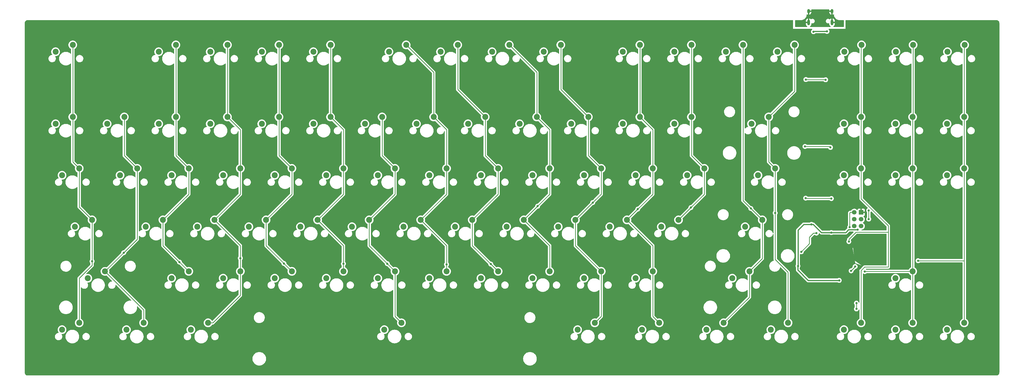
<source format=gtl>
G04 #@! TF.GenerationSoftware,KiCad,Pcbnew,(6.0.10)*
G04 #@! TF.CreationDate,2023-01-01T01:58:12-05:00*
G04 #@! TF.ProjectId,2ndKeyboard,326e644b-6579-4626-9f61-72642e6b6963,rev?*
G04 #@! TF.SameCoordinates,Original*
G04 #@! TF.FileFunction,Copper,L1,Top*
G04 #@! TF.FilePolarity,Positive*
%FSLAX46Y46*%
G04 Gerber Fmt 4.6, Leading zero omitted, Abs format (unit mm)*
G04 Created by KiCad (PCBNEW (6.0.10)) date 2023-01-01 01:58:12*
%MOMM*%
%LPD*%
G01*
G04 APERTURE LIST*
G04 #@! TA.AperFunction,ComponentPad*
%ADD10C,2.200000*%
G04 #@! TD*
G04 #@! TA.AperFunction,ComponentPad*
%ADD11R,1.700000X1.700000*%
G04 #@! TD*
G04 #@! TA.AperFunction,ComponentPad*
%ADD12C,1.700000*%
G04 #@! TD*
G04 #@! TA.AperFunction,ComponentPad*
%ADD13O,1.000000X1.600000*%
G04 #@! TD*
G04 #@! TA.AperFunction,ComponentPad*
%ADD14O,1.000000X2.100000*%
G04 #@! TD*
G04 #@! TA.AperFunction,ViaPad*
%ADD15C,0.800000*%
G04 #@! TD*
G04 #@! TA.AperFunction,Conductor*
%ADD16C,0.250000*%
G04 #@! TD*
G04 #@! TA.AperFunction,Conductor*
%ADD17C,0.381000*%
G04 #@! TD*
G04 APERTURE END LIST*
D10*
X139065000Y-77152500D03*
X132715000Y-79692500D03*
X229552500Y-58102500D03*
X223202500Y-60642500D03*
X305752500Y-31432500D03*
X299402500Y-33972500D03*
X129540000Y-96202500D03*
X123190000Y-98742500D03*
X368458750Y-58102500D03*
X362108750Y-60642500D03*
X196215000Y-77152500D03*
X189865000Y-79692500D03*
X134302500Y-31432500D03*
X127952500Y-33972500D03*
X120015000Y-115252500D03*
X113665000Y-117792500D03*
X272415000Y-115252500D03*
X266065000Y-117792500D03*
X234315000Y-77152500D03*
X227965000Y-79692500D03*
X322421250Y-134302500D03*
X316071250Y-136842500D03*
X349567500Y-31432500D03*
X343217500Y-33972500D03*
X153352500Y-31432500D03*
X147002500Y-33972500D03*
X248602500Y-58102500D03*
X242252500Y-60642500D03*
X115252500Y-31432500D03*
X108902500Y-33972500D03*
X368458750Y-134302500D03*
X362108750Y-136842500D03*
X158115000Y-77152500D03*
X151765000Y-79692500D03*
X238442500Y-31432500D03*
X232092500Y-33972500D03*
X200342500Y-31432500D03*
X193992500Y-33972500D03*
X298608750Y-134302500D03*
X292258750Y-136842500D03*
X84296250Y-134302500D03*
X77946250Y-136842500D03*
X134302500Y-58102500D03*
X127952500Y-60642500D03*
X115252500Y-58102500D03*
X108902500Y-60642500D03*
X281940000Y-96202500D03*
X275590000Y-98742500D03*
X253365000Y-77152500D03*
X247015000Y-79692500D03*
X108108750Y-134302500D03*
X101758750Y-136842500D03*
X262890000Y-96202500D03*
X256540000Y-98742500D03*
X120015000Y-77152500D03*
X113665000Y-79692500D03*
X387508750Y-134302500D03*
X381158750Y-136842500D03*
X286702500Y-31432500D03*
X280352500Y-33972500D03*
X148590000Y-96202500D03*
X142240000Y-98742500D03*
X91440000Y-96202500D03*
X85090000Y-98742500D03*
X110490000Y-96202500D03*
X104140000Y-98742500D03*
X139065000Y-115252500D03*
X132715000Y-117792500D03*
X349408750Y-77152500D03*
X343058750Y-79692500D03*
X234315000Y-115252500D03*
X227965000Y-117792500D03*
X291465000Y-77152500D03*
X285115000Y-79692500D03*
X368617500Y-31432500D03*
X362267500Y-33972500D03*
X324802500Y-31432500D03*
X318452500Y-33972500D03*
X96202500Y-31432500D03*
X89852500Y-33972500D03*
X167640000Y-96202500D03*
X161290000Y-98742500D03*
X196215000Y-115252500D03*
X189865000Y-117792500D03*
X205740000Y-96202500D03*
X199390000Y-98742500D03*
X172402500Y-58102500D03*
X166052500Y-60642500D03*
X215265000Y-77152500D03*
X208915000Y-79692500D03*
X387508750Y-58102500D03*
X381158750Y-60642500D03*
X153352500Y-58102500D03*
X147002500Y-60642500D03*
X272415000Y-77152500D03*
X266065000Y-79692500D03*
X177165000Y-115252500D03*
X170815000Y-117792500D03*
X70012500Y-115272500D03*
X63662500Y-117812500D03*
X96202500Y-58102500D03*
X89852500Y-60642500D03*
X158115000Y-115252500D03*
X151765000Y-117792500D03*
X77152500Y-58102500D03*
X70802500Y-60642500D03*
X100965000Y-115252500D03*
X94615000Y-117792500D03*
X224790000Y-96202500D03*
X218440000Y-98742500D03*
X60483750Y-134302500D03*
X54133750Y-136842500D03*
X81915000Y-77152500D03*
X75565000Y-79692500D03*
X368458750Y-115252500D03*
X362108750Y-117792500D03*
X65246250Y-96202500D03*
X58896250Y-98742500D03*
X317658750Y-77152500D03*
X311308750Y-79692500D03*
X267652500Y-31432500D03*
X261302500Y-33972500D03*
X58102500Y-31432500D03*
X51752500Y-33972500D03*
X368458750Y-77152500D03*
X362108750Y-79692500D03*
X179565300Y-134287300D03*
X173215300Y-136827300D03*
X177165000Y-77152500D03*
X170815000Y-79692500D03*
X387508750Y-77152500D03*
X381158750Y-79692500D03*
X215265000Y-115252500D03*
X208915000Y-117792500D03*
X191452500Y-58102500D03*
X185102500Y-60642500D03*
X349408750Y-134302500D03*
X343058750Y-136842500D03*
X210502500Y-58102500D03*
X204152500Y-60642500D03*
X60483750Y-77152500D03*
X54133750Y-79692500D03*
X219392500Y-31432500D03*
X213042500Y-33972500D03*
X250983750Y-134302500D03*
X244633750Y-136842500D03*
X308133750Y-115252500D03*
X301783750Y-117792500D03*
X267652500Y-58102500D03*
X261302500Y-60642500D03*
X315252100Y-58112700D03*
X308902100Y-60652700D03*
X387667500Y-31432500D03*
X381317500Y-33972500D03*
X58102500Y-58102500D03*
X51752500Y-60642500D03*
X274792500Y-134312500D03*
X268442500Y-136852500D03*
X349408750Y-58102500D03*
X343058750Y-60642500D03*
X253365000Y-115252500D03*
X247015000Y-117792500D03*
X243840000Y-96202500D03*
X237490000Y-98742500D03*
X286702500Y-58102500D03*
X280352500Y-60642500D03*
X186690000Y-96202500D03*
X180340000Y-98742500D03*
X181292500Y-31432500D03*
X174942500Y-33972500D03*
X312896250Y-96202500D03*
X306546250Y-98742500D03*
X100965000Y-77152500D03*
X94615000Y-79692500D03*
D11*
X349430000Y-93430000D03*
D12*
X346890000Y-93430000D03*
X349430000Y-95970000D03*
X346890000Y-95970000D03*
X349430000Y-98510000D03*
X346890000Y-98510000D03*
D13*
X330007500Y-18970000D03*
X338647500Y-18970000D03*
D14*
X330007500Y-23150000D03*
X338647500Y-23150000D03*
D15*
X338710000Y-91310000D03*
X357420000Y-109870000D03*
X329230000Y-91310000D03*
X357420000Y-106690000D03*
X347170000Y-107570000D03*
X326080000Y-113270000D03*
X338390000Y-100890000D03*
X348110000Y-99850000D03*
X331040000Y-97861250D03*
X341320000Y-118600000D03*
X336802000Y-26440000D03*
X331808804Y-26548804D03*
X328670000Y-69020000D03*
X338091250Y-69361250D03*
X352220000Y-95910000D03*
X338430000Y-88300000D03*
X352220000Y-92705500D03*
X328920000Y-88150000D03*
X345182300Y-98912300D03*
X336300000Y-44340000D03*
X329000000Y-44260000D03*
X327280000Y-108010000D03*
X332902630Y-101101870D03*
X347670000Y-127010000D03*
X347670000Y-129160000D03*
X65246250Y-111526250D03*
X347192478Y-113467522D03*
X345710000Y-115050000D03*
X97541250Y-111828750D03*
X120015000Y-110375000D03*
X136136250Y-112323750D03*
X158115000Y-112435000D03*
X196215000Y-112675000D03*
X212566250Y-112553750D03*
X229871250Y-91121250D03*
X250226250Y-89816250D03*
X266886250Y-92206250D03*
X286511250Y-91631250D03*
X308666875Y-91973125D03*
X317658750Y-93638750D03*
X344870000Y-104230000D03*
X350770000Y-115320000D03*
X370450000Y-111320000D03*
X76942500Y-108342500D03*
X174326250Y-112413750D03*
D16*
X329230000Y-91310000D02*
X338710000Y-91310000D01*
D17*
X348100000Y-99840000D02*
X348110000Y-99850000D01*
X334730000Y-100890000D02*
X338390000Y-100890000D01*
X326080000Y-100030000D02*
X326080000Y-113270000D01*
X344770000Y-99840000D02*
X345670000Y-99840000D01*
X343720000Y-100890000D02*
X338390000Y-100890000D01*
X341320000Y-118600000D02*
X329870000Y-118600000D01*
X331040000Y-97861250D02*
X331701250Y-97861250D01*
X345670000Y-99840000D02*
X348100000Y-99840000D01*
X329870000Y-118600000D02*
X326030000Y-114760000D01*
X331040000Y-97861250D02*
X328248750Y-97861250D01*
X331701250Y-97861250D02*
X334730000Y-100890000D01*
X326030000Y-114760000D02*
X326030000Y-113320000D01*
X343720000Y-100890000D02*
X344770000Y-99840000D01*
X328248750Y-97861250D02*
X326080000Y-100030000D01*
X326030000Y-113320000D02*
X326080000Y-113270000D01*
X331917608Y-26440000D02*
X331808804Y-26548804D01*
X336802000Y-26440000D02*
X331917608Y-26440000D01*
D16*
X338091250Y-69361250D02*
X337750000Y-69020000D01*
X337750000Y-69020000D02*
X328670000Y-69020000D01*
X338360000Y-88230000D02*
X329000000Y-88230000D01*
X338430000Y-88300000D02*
X338360000Y-88230000D01*
X329000000Y-88230000D02*
X328920000Y-88150000D01*
X352220000Y-92705500D02*
X352220000Y-95910000D01*
X345170000Y-93680000D02*
X345420000Y-93430000D01*
X345182300Y-98912300D02*
X345170000Y-98900000D01*
X345170000Y-98900000D02*
X345170000Y-93680000D01*
X345420000Y-93430000D02*
X346890000Y-93430000D01*
X336220000Y-44260000D02*
X336300000Y-44340000D01*
X329000000Y-44260000D02*
X336220000Y-44260000D01*
X331798130Y-101101870D02*
X332902630Y-101101870D01*
X327280000Y-108010000D02*
X330270000Y-105020000D01*
X330270000Y-105020000D02*
X330270000Y-102630000D01*
X330270000Y-102630000D02*
X331798130Y-101101870D01*
X347670000Y-129160000D02*
X347670000Y-127010000D01*
X60483750Y-117792500D02*
X60483750Y-134302500D01*
X65246250Y-111526250D02*
X65246250Y-113030000D01*
X60483750Y-91440000D02*
X65246250Y-96202500D01*
X58102500Y-31432500D02*
X58102500Y-58102500D01*
X347192478Y-113567522D02*
X345710000Y-115050000D01*
X347192478Y-113467522D02*
X347192478Y-113567522D01*
X60483750Y-77152500D02*
X60483750Y-91440000D01*
X58102500Y-58102500D02*
X58102500Y-74771250D01*
X65246250Y-113030000D02*
X60483750Y-117792500D01*
X65246250Y-96202500D02*
X65246250Y-111526250D01*
X58102500Y-74771250D02*
X60483750Y-77152500D01*
X91440000Y-105727500D02*
X97296250Y-111583750D01*
X97541250Y-111828750D02*
X97296250Y-111583750D01*
X91440000Y-96202500D02*
X91440000Y-105727500D01*
X97296250Y-111583750D02*
X100965000Y-115252500D01*
X100965000Y-77152500D02*
X100965000Y-86677500D01*
X96202500Y-31432500D02*
X96202500Y-58102500D01*
X100965000Y-86677500D02*
X91440000Y-96202500D01*
X96202500Y-72390000D02*
X100965000Y-77152500D01*
X96202500Y-58102500D02*
X96202500Y-72390000D01*
X115252500Y-58102500D02*
X115252500Y-31432500D01*
X108108750Y-134302500D02*
X109855000Y-134302500D01*
X120015000Y-110375000D02*
X120015000Y-105727500D01*
X120015000Y-77152500D02*
X120015000Y-62865000D01*
X120015000Y-115252500D02*
X120015000Y-110375000D01*
X120015000Y-86677500D02*
X120015000Y-77152500D01*
X110490000Y-96202500D02*
X120015000Y-86677500D01*
X109855000Y-134302500D02*
X120015000Y-124142500D01*
X120015000Y-62865000D02*
X115252500Y-58102500D01*
X120015000Y-105727500D02*
X110490000Y-96202500D01*
X120015000Y-124142500D02*
X120015000Y-115252500D01*
X129540000Y-96202500D02*
X129540000Y-105727500D01*
X136136250Y-112323750D02*
X139065000Y-115252500D01*
X134302500Y-72390000D02*
X139065000Y-77152500D01*
X134302500Y-58102500D02*
X134302500Y-72390000D01*
X129540000Y-105727500D02*
X139065000Y-115252500D01*
X134302500Y-31432500D02*
X134302500Y-58102500D01*
X139065000Y-77152500D02*
X139065000Y-86677500D01*
X139065000Y-86677500D02*
X129540000Y-96202500D01*
X158115000Y-62865000D02*
X153352500Y-58102500D01*
X158115000Y-112435000D02*
X158115000Y-115252500D01*
X158115000Y-77152500D02*
X158115000Y-62865000D01*
X158115000Y-115252500D02*
X158115000Y-105727500D01*
X148590000Y-96202500D02*
X158115000Y-86677500D01*
X153352500Y-58102500D02*
X153352500Y-31432500D01*
X158115000Y-105727500D02*
X148590000Y-96202500D01*
X158115000Y-86677500D02*
X158115000Y-77152500D01*
X196215000Y-115252500D02*
X196215000Y-105727500D01*
X196215000Y-105727500D02*
X186690000Y-96202500D01*
X191452500Y-41592500D02*
X181292500Y-31432500D01*
X196215000Y-77152500D02*
X196215000Y-62865000D01*
X186690000Y-96202500D02*
X196215000Y-86677500D01*
X196215000Y-112675000D02*
X196215000Y-115252500D01*
X191452500Y-58102500D02*
X191452500Y-41592500D01*
X196215000Y-86677500D02*
X196215000Y-77152500D01*
X196215000Y-62865000D02*
X191452500Y-58102500D01*
X215265000Y-77152500D02*
X215265000Y-86677500D01*
X215265000Y-86677500D02*
X205740000Y-96202500D01*
X200342500Y-47942500D02*
X210502500Y-58102500D01*
X205740000Y-105727500D02*
X215265000Y-115252500D01*
X212566250Y-112553750D02*
X215265000Y-115252500D01*
X205740000Y-96202500D02*
X205740000Y-105727500D01*
X210502500Y-72390000D02*
X215265000Y-77152500D01*
X200342500Y-31432500D02*
X200342500Y-47942500D01*
X210502500Y-58102500D02*
X210502500Y-72390000D01*
X234315000Y-77152500D02*
X234315000Y-62865000D01*
X234315000Y-115252500D02*
X234315000Y-105727500D01*
X224790000Y-96202500D02*
X229871250Y-91121250D01*
X234315000Y-86677500D02*
X234315000Y-77152500D01*
X229871250Y-91121250D02*
X234315000Y-86677500D01*
X234315000Y-62865000D02*
X229552500Y-58102500D01*
X234315000Y-105727500D02*
X224790000Y-96202500D01*
X229552500Y-41592500D02*
X219392500Y-31432500D01*
X229552500Y-58102500D02*
X229552500Y-41592500D01*
X250226250Y-89816250D02*
X250771250Y-89271250D01*
X238442500Y-31432500D02*
X238442500Y-47942500D01*
X248602500Y-72390000D02*
X253365000Y-77152500D01*
X253365000Y-131921250D02*
X250983750Y-134302500D01*
X253365000Y-77152500D02*
X253365000Y-86677500D01*
X250771250Y-89271250D02*
X243840000Y-96202500D01*
X251121250Y-88921250D02*
X250771250Y-89271250D01*
X238442500Y-47942500D02*
X248602500Y-58102500D01*
X253365000Y-86677500D02*
X251121250Y-88921250D01*
X248602500Y-58102500D02*
X248602500Y-72390000D01*
X243840000Y-105727500D02*
X253365000Y-115252500D01*
X250226250Y-89816250D02*
X251121250Y-88921250D01*
X243840000Y-96202500D02*
X243840000Y-105727500D01*
X253365000Y-115252500D02*
X253365000Y-131921250D01*
X272415000Y-105727500D02*
X262890000Y-96202500D01*
X266886250Y-92206250D02*
X272415000Y-86677500D01*
X274792500Y-134312500D02*
X272415000Y-131935000D01*
X262890000Y-96202500D02*
X266886250Y-92206250D01*
X272415000Y-62865000D02*
X267652500Y-58102500D01*
X272415000Y-131935000D02*
X272415000Y-115252500D01*
X267652500Y-58102500D02*
X267652500Y-31432500D01*
X272415000Y-115252500D02*
X272415000Y-105727500D01*
X272415000Y-77152500D02*
X272415000Y-62865000D01*
X272415000Y-86677500D02*
X272415000Y-77152500D01*
X291465000Y-77152500D02*
X291465000Y-86677500D01*
X286702500Y-58102500D02*
X286702500Y-72390000D01*
X291465000Y-86677500D02*
X286511250Y-91631250D01*
X286702500Y-31432500D02*
X286702500Y-58102500D01*
X286702500Y-72390000D02*
X291465000Y-77152500D01*
X286511250Y-91631250D02*
X281940000Y-96202500D01*
X308666875Y-91973125D02*
X312896250Y-96202500D01*
X312077491Y-96202500D02*
X312896250Y-96202500D01*
X308133750Y-115252500D02*
X312896250Y-110490000D01*
X298608750Y-134302500D02*
X308133750Y-124777500D01*
X305752500Y-31432500D02*
X305752500Y-89058750D01*
X312896250Y-110490000D02*
X312896250Y-97021259D01*
X312896250Y-97021259D02*
X312077491Y-96202500D01*
X305752500Y-89058750D02*
X308666875Y-91973125D01*
X308133750Y-124777500D02*
X308133750Y-115252500D01*
X317658750Y-77152500D02*
X317658750Y-93638750D01*
X317658750Y-93638750D02*
X317658750Y-110810492D01*
X324802500Y-31432500D02*
X324802500Y-48562300D01*
X324802500Y-48562300D02*
X315252100Y-58112700D01*
X315252100Y-74745850D02*
X317658750Y-77152500D01*
X322421250Y-115572992D02*
X322421250Y-134302500D01*
X315252100Y-58112700D02*
X315252100Y-74745850D01*
X317658750Y-110810492D02*
X322421250Y-115572992D01*
X359450000Y-100740000D02*
X347510000Y-100740000D01*
X359450000Y-113650000D02*
X359450000Y-100740000D01*
X349408750Y-31591250D02*
X349567500Y-31432500D01*
X349387500Y-114990000D02*
X349408750Y-114968750D01*
X349408750Y-58102500D02*
X349408750Y-31591250D01*
X350707500Y-113670000D02*
X359430000Y-113670000D01*
X349408750Y-88358750D02*
X349408750Y-77152500D01*
X344870000Y-103380000D02*
X344870000Y-104230000D01*
X349408750Y-134302500D02*
X349408750Y-115231250D01*
X347510000Y-100740000D02*
X344870000Y-103380000D01*
X349408750Y-114968750D02*
X350707500Y-113670000D01*
X349408750Y-114968750D02*
X349408750Y-115231250D01*
X349408750Y-77152500D02*
X349408750Y-58102500D01*
X359430000Y-113670000D02*
X359450000Y-113650000D01*
X359450000Y-98400000D02*
X349408750Y-88358750D01*
X359450000Y-100740000D02*
X359450000Y-98400000D01*
X368617500Y-57943750D02*
X368458750Y-58102500D01*
X368458750Y-77152500D02*
X368458750Y-115252500D01*
X368617500Y-31432500D02*
X368617500Y-57943750D01*
X368458750Y-58102500D02*
X368458750Y-77152500D01*
X368458750Y-115252500D02*
X368458750Y-134302500D01*
X350837500Y-115252500D02*
X350770000Y-115320000D01*
X368458750Y-115252500D02*
X350837500Y-115252500D01*
X370450000Y-111320000D02*
X387508750Y-111320000D01*
X387508750Y-31591250D02*
X387667500Y-31432500D01*
X387508750Y-134302500D02*
X387508750Y-116111250D01*
X387508750Y-58102500D02*
X387508750Y-31591250D01*
X387508750Y-77152500D02*
X387508750Y-58102500D01*
X387508750Y-116111250D02*
X387508750Y-77152500D01*
X77152500Y-58102500D02*
X77152500Y-72390000D01*
X81915000Y-103370000D02*
X78452500Y-106832500D01*
X76942500Y-108342500D02*
X78452500Y-106832500D01*
X70012500Y-115272500D02*
X84296250Y-129556250D01*
X78452500Y-106832500D02*
X70012500Y-115272500D01*
X77152500Y-72390000D02*
X81915000Y-77152500D01*
X81915000Y-77152500D02*
X81915000Y-103370000D01*
X84296250Y-129556250D02*
X84296250Y-134302500D01*
X167640000Y-96202500D02*
X167640000Y-105727500D01*
X167640000Y-105727500D02*
X177165000Y-115252500D01*
X177165000Y-115252500D02*
X177165000Y-131887000D01*
X177165000Y-77152500D02*
X177165000Y-86677500D01*
X174326250Y-112413750D02*
X177165000Y-115252500D01*
X177165000Y-86677500D02*
X167640000Y-96202500D01*
X172402500Y-58102500D02*
X172402500Y-72390000D01*
X177165000Y-131887000D02*
X179565300Y-134287300D01*
X172402500Y-72390000D02*
X177165000Y-77152500D01*
G04 #@! TA.AperFunction,Conductor*
G36*
X358758621Y-101393502D02*
G01*
X358805114Y-101447158D01*
X358816500Y-101499500D01*
X358816500Y-112910500D01*
X358796498Y-112978621D01*
X358742842Y-113025114D01*
X358690500Y-113036500D01*
X350786267Y-113036500D01*
X350775084Y-113035973D01*
X350767591Y-113034298D01*
X350759665Y-113034547D01*
X350759664Y-113034547D01*
X350699501Y-113036438D01*
X350695543Y-113036500D01*
X350667644Y-113036500D01*
X350663654Y-113037004D01*
X350651820Y-113037936D01*
X350607611Y-113039326D01*
X350599997Y-113041538D01*
X350599992Y-113041539D01*
X350588159Y-113044977D01*
X350568796Y-113048988D01*
X350548703Y-113051526D01*
X350541336Y-113054443D01*
X350541331Y-113054444D01*
X350507592Y-113067802D01*
X350496365Y-113071646D01*
X350453907Y-113083982D01*
X350447081Y-113088019D01*
X350436472Y-113094293D01*
X350418724Y-113102988D01*
X350399883Y-113110448D01*
X350393467Y-113115110D01*
X350393466Y-113115110D01*
X350364113Y-113136436D01*
X350354193Y-113142952D01*
X350322965Y-113161420D01*
X350322962Y-113161422D01*
X350316138Y-113165458D01*
X350301817Y-113179779D01*
X350286784Y-113192619D01*
X350270393Y-113204528D01*
X350265342Y-113210634D01*
X350242202Y-113238605D01*
X350234212Y-113247384D01*
X350182866Y-113298730D01*
X349930000Y-113300000D01*
X349549006Y-113033002D01*
X349533724Y-113022292D01*
X347373112Y-111508151D01*
X347117035Y-111328694D01*
X347001243Y-111247548D01*
X346774340Y-109443872D01*
X346772431Y-109428700D01*
X346772432Y-109428701D01*
X346406574Y-106520451D01*
X346406572Y-106520442D01*
X346406261Y-106517966D01*
X346386910Y-106424664D01*
X345757229Y-103388675D01*
X347735500Y-101410405D01*
X347797812Y-101376379D01*
X347824595Y-101373500D01*
X358690500Y-101373500D01*
X358758621Y-101393502D01*
G37*
G04 #@! TD.AperFunction*
G04 #@! TA.AperFunction,Conductor*
G36*
X346188645Y-101165451D02*
G01*
X345449435Y-101904660D01*
X345293761Y-101154081D01*
X346188645Y-101165451D01*
G37*
G04 #@! TD.AperFunction*
G04 #@! TA.AperFunction,Conductor*
G36*
X337606937Y-18308502D02*
G01*
X337653430Y-18362158D01*
X337663534Y-18432432D01*
X337658917Y-18452600D01*
X337658620Y-18453536D01*
X337656071Y-18465530D01*
X337639893Y-18609761D01*
X337639500Y-18616785D01*
X337639500Y-18697885D01*
X337643975Y-18713124D01*
X337645365Y-18714329D01*
X337653048Y-18716000D01*
X338775500Y-18716000D01*
X338843621Y-18736002D01*
X338890114Y-18789658D01*
X338901500Y-18842000D01*
X338901500Y-20227924D01*
X338905473Y-20241455D01*
X338913268Y-20242575D01*
X339021021Y-20210862D01*
X339032389Y-20206269D01*
X339190943Y-20123379D01*
X339260578Y-20109545D01*
X339326639Y-20135555D01*
X339368151Y-20193151D01*
X339375048Y-20226804D01*
X339383030Y-20348632D01*
X339388715Y-20435409D01*
X339442313Y-20704893D01*
X339530627Y-20965076D01*
X339652149Y-21211504D01*
X339804797Y-21439962D01*
X339985960Y-21646540D01*
X339989057Y-21649256D01*
X340189260Y-21824828D01*
X340192538Y-21827703D01*
X340420996Y-21980351D01*
X340424705Y-21982180D01*
X340627630Y-22082249D01*
X340667424Y-22101873D01*
X340863615Y-22168466D01*
X340923621Y-22188834D01*
X340927607Y-22190187D01*
X341197091Y-22243785D01*
X341201217Y-22244055D01*
X341201222Y-22244056D01*
X341438696Y-22259614D01*
X341451349Y-22261088D01*
X341453903Y-22261517D01*
X341453905Y-22261517D01*
X341458714Y-22262326D01*
X341465354Y-22262407D01*
X341466408Y-22262420D01*
X341466411Y-22262420D01*
X341471266Y-22262479D01*
X341498884Y-22258523D01*
X341516749Y-22257250D01*
X342914000Y-22257250D01*
X342982121Y-22277252D01*
X343028614Y-22330908D01*
X343040000Y-22383250D01*
X343040000Y-24654000D01*
X343019998Y-24722121D01*
X342966342Y-24768614D01*
X342914000Y-24780000D01*
X339268437Y-24780000D01*
X339200316Y-24759998D01*
X339153823Y-24706342D01*
X339143719Y-24636068D01*
X339173213Y-24571488D01*
X339199445Y-24548567D01*
X339206915Y-24543679D01*
X339351373Y-24427532D01*
X339360132Y-24418954D01*
X339479278Y-24276961D01*
X339486208Y-24266841D01*
X339575502Y-24104415D01*
X339580334Y-24093142D01*
X339636380Y-23916462D01*
X339638930Y-23904468D01*
X339655107Y-23760239D01*
X339655500Y-23753215D01*
X339655500Y-23422115D01*
X339651025Y-23406876D01*
X339649635Y-23405671D01*
X339641952Y-23404000D01*
X338519500Y-23404000D01*
X338451379Y-23383998D01*
X338404886Y-23330342D01*
X338393500Y-23278000D01*
X338393500Y-22877885D01*
X338901500Y-22877885D01*
X338905975Y-22893124D01*
X338907365Y-22894329D01*
X338915048Y-22896000D01*
X339637385Y-22896000D01*
X339652624Y-22891525D01*
X339653829Y-22890135D01*
X339655500Y-22882452D01*
X339655500Y-22553343D01*
X339655199Y-22547195D01*
X339641688Y-22409397D01*
X339639305Y-22397362D01*
X339585733Y-22219924D01*
X339581059Y-22208584D01*
X339494040Y-22044923D01*
X339487251Y-22034706D01*
X339370103Y-21891067D01*
X339361459Y-21882363D01*
X339218644Y-21764216D01*
X339208473Y-21757356D01*
X339045424Y-21669196D01*
X339034119Y-21664444D01*
X338918808Y-21628750D01*
X338904705Y-21628544D01*
X338901500Y-21635299D01*
X338901500Y-22877885D01*
X338393500Y-22877885D01*
X338393500Y-21642076D01*
X338389527Y-21628545D01*
X338381732Y-21627425D01*
X338273979Y-21659138D01*
X338262611Y-21663731D01*
X338098346Y-21749607D01*
X338088085Y-21756321D01*
X337943627Y-21872468D01*
X337934868Y-21881046D01*
X337890500Y-21933921D01*
X337831390Y-21973248D01*
X337760402Y-21974374D01*
X337717452Y-21953028D01*
X337651822Y-21902850D01*
X337495582Y-21829994D01*
X337493869Y-21829195D01*
X337493866Y-21829194D01*
X337487692Y-21826315D01*
X337481044Y-21824829D01*
X337481041Y-21824828D01*
X337315994Y-21787936D01*
X337315995Y-21787936D01*
X337310957Y-21786810D01*
X337305412Y-21786500D01*
X337172256Y-21786500D01*
X337037463Y-21801143D01*
X336954109Y-21829195D01*
X336872296Y-21856728D01*
X336872294Y-21856729D01*
X336865825Y-21858906D01*
X336710595Y-21952177D01*
X336705638Y-21956865D01*
X336705635Y-21956867D01*
X336583973Y-22071918D01*
X336579015Y-22076607D01*
X336575183Y-22082245D01*
X336575180Y-22082249D01*
X336501278Y-22190992D01*
X336477223Y-22226388D01*
X336409970Y-22394534D01*
X336408856Y-22401262D01*
X336408855Y-22401266D01*
X336383679Y-22553343D01*
X336380392Y-22573198D01*
X336380749Y-22580015D01*
X336380749Y-22580019D01*
X336385651Y-22673539D01*
X336389870Y-22754047D01*
X336391681Y-22760620D01*
X336391681Y-22760623D01*
X336425238Y-22882452D01*
X336437961Y-22928641D01*
X336522422Y-23088836D01*
X336526827Y-23094049D01*
X336526830Y-23094053D01*
X336634906Y-23221943D01*
X336634910Y-23221947D01*
X336639313Y-23227157D01*
X336644737Y-23231304D01*
X336644738Y-23231305D01*
X336777757Y-23333006D01*
X336777761Y-23333009D01*
X336783178Y-23337150D01*
X336869872Y-23377576D01*
X336941131Y-23410805D01*
X336941134Y-23410806D01*
X336947308Y-23413685D01*
X336953956Y-23415171D01*
X336953959Y-23415172D01*
X337050186Y-23436681D01*
X337124043Y-23453190D01*
X337129588Y-23453500D01*
X337262744Y-23453500D01*
X337397537Y-23438857D01*
X337404001Y-23436682D01*
X337404004Y-23436681D01*
X337471216Y-23414061D01*
X337473311Y-23413356D01*
X337544253Y-23410586D01*
X337605432Y-23446609D01*
X337637423Y-23509990D01*
X337639500Y-23532775D01*
X337639500Y-23746657D01*
X337639801Y-23752805D01*
X337653312Y-23890603D01*
X337655695Y-23902638D01*
X337709267Y-24080076D01*
X337713941Y-24091416D01*
X337800960Y-24255077D01*
X337807749Y-24265294D01*
X337924897Y-24408933D01*
X337933541Y-24417637D01*
X338076356Y-24535784D01*
X338086531Y-24542647D01*
X338087491Y-24543166D01*
X338087896Y-24543567D01*
X338091637Y-24546091D01*
X338091157Y-24546802D01*
X338137898Y-24593162D01*
X338153274Y-24662474D01*
X338128735Y-24729095D01*
X338072074Y-24771874D01*
X338027559Y-24780000D01*
X330628437Y-24780000D01*
X330560316Y-24759998D01*
X330513823Y-24706342D01*
X330503719Y-24636068D01*
X330533213Y-24571488D01*
X330559445Y-24548567D01*
X330566915Y-24543679D01*
X330711373Y-24427532D01*
X330720132Y-24418954D01*
X330839278Y-24276961D01*
X330846208Y-24266841D01*
X330935502Y-24104415D01*
X330940334Y-24093142D01*
X330996380Y-23916462D01*
X330998930Y-23904468D01*
X331015107Y-23760239D01*
X331015500Y-23753215D01*
X331015500Y-23537026D01*
X331035502Y-23468905D01*
X331089158Y-23422412D01*
X331159432Y-23412308D01*
X331168986Y-23414061D01*
X331338994Y-23452062D01*
X331339001Y-23452063D01*
X331344043Y-23453190D01*
X331349588Y-23453500D01*
X331482744Y-23453500D01*
X331617537Y-23438857D01*
X331735690Y-23399094D01*
X331782704Y-23383272D01*
X331782706Y-23383271D01*
X331789175Y-23381094D01*
X331944405Y-23287823D01*
X331949362Y-23283135D01*
X331949365Y-23283133D01*
X332071027Y-23168082D01*
X332071029Y-23168080D01*
X332075985Y-23163393D01*
X332079817Y-23157755D01*
X332079820Y-23157751D01*
X332173942Y-23019255D01*
X332177777Y-23013612D01*
X332245030Y-22845466D01*
X332246144Y-22838738D01*
X332246145Y-22838734D01*
X332273493Y-22673539D01*
X332273493Y-22673536D01*
X332274608Y-22666802D01*
X332269703Y-22573198D01*
X332265487Y-22492766D01*
X332265130Y-22485953D01*
X332241804Y-22401266D01*
X332218852Y-22317941D01*
X332217039Y-22311359D01*
X332132578Y-22151164D01*
X332128173Y-22145951D01*
X332128170Y-22145947D01*
X332020094Y-22018057D01*
X332020090Y-22018053D01*
X332015687Y-22012843D01*
X332010262Y-22008695D01*
X331877243Y-21906994D01*
X331877239Y-21906991D01*
X331871822Y-21902850D01*
X331715582Y-21829994D01*
X331713869Y-21829195D01*
X331713866Y-21829194D01*
X331707692Y-21826315D01*
X331701044Y-21824829D01*
X331701041Y-21824828D01*
X331535994Y-21787936D01*
X331535995Y-21787936D01*
X331530957Y-21786810D01*
X331525412Y-21786500D01*
X331392256Y-21786500D01*
X331257463Y-21801143D01*
X331174109Y-21829195D01*
X331092296Y-21856728D01*
X331092294Y-21856729D01*
X331085825Y-21858906D01*
X330933849Y-21950222D01*
X330933846Y-21950223D01*
X330930595Y-21952177D01*
X330930245Y-21951594D01*
X330868583Y-21975065D01*
X330799109Y-21960439D01*
X330761109Y-21929085D01*
X330730103Y-21891067D01*
X330721459Y-21882363D01*
X330578644Y-21764216D01*
X330568473Y-21757356D01*
X330405424Y-21669196D01*
X330394119Y-21664444D01*
X330278808Y-21628750D01*
X330264705Y-21628544D01*
X330261500Y-21635299D01*
X330261500Y-23278000D01*
X330241498Y-23346121D01*
X330187842Y-23392614D01*
X330135500Y-23404000D01*
X329017615Y-23404000D01*
X329002376Y-23408475D01*
X329001171Y-23409865D01*
X328999500Y-23417548D01*
X328999500Y-23746657D01*
X328999801Y-23752805D01*
X329013312Y-23890603D01*
X329015695Y-23902638D01*
X329069267Y-24080076D01*
X329073941Y-24091416D01*
X329160960Y-24255077D01*
X329167749Y-24265294D01*
X329284897Y-24408933D01*
X329293541Y-24417637D01*
X329436356Y-24535784D01*
X329446531Y-24542647D01*
X329447491Y-24543166D01*
X329447896Y-24543567D01*
X329451637Y-24546091D01*
X329451157Y-24546802D01*
X329497898Y-24593162D01*
X329513274Y-24662474D01*
X329488735Y-24729095D01*
X329432074Y-24771874D01*
X329387559Y-24780000D01*
X325166000Y-24780000D01*
X325097879Y-24759998D01*
X325051386Y-24706342D01*
X325040000Y-24654000D01*
X325040000Y-22877885D01*
X328999500Y-22877885D01*
X329003975Y-22893124D01*
X329005365Y-22894329D01*
X329013048Y-22896000D01*
X329735385Y-22896000D01*
X329750624Y-22891525D01*
X329751829Y-22890135D01*
X329753500Y-22882452D01*
X329753500Y-21642076D01*
X329749527Y-21628545D01*
X329741732Y-21627425D01*
X329633979Y-21659138D01*
X329622611Y-21663731D01*
X329458346Y-21749607D01*
X329448085Y-21756321D01*
X329303627Y-21872468D01*
X329294868Y-21881046D01*
X329175722Y-22023039D01*
X329168792Y-22033159D01*
X329079498Y-22195585D01*
X329074666Y-22206858D01*
X329018620Y-22383538D01*
X329016070Y-22395532D01*
X328999893Y-22539761D01*
X328999500Y-22546785D01*
X328999500Y-22877885D01*
X325040000Y-22877885D01*
X325040000Y-22383250D01*
X325060002Y-22315129D01*
X325113658Y-22268636D01*
X325166000Y-22257250D01*
X327130516Y-22257250D01*
X327151417Y-22258996D01*
X327171214Y-22262326D01*
X327177668Y-22262405D01*
X327178908Y-22262420D01*
X327178911Y-22262420D01*
X327183766Y-22262479D01*
X327188577Y-22261790D01*
X327188758Y-22261778D01*
X327198021Y-22260812D01*
X327283760Y-22255190D01*
X327453816Y-22244039D01*
X327453818Y-22244039D01*
X327457931Y-22243769D01*
X327476721Y-22240031D01*
X327723348Y-22190968D01*
X327723350Y-22190968D01*
X327727404Y-22190161D01*
X327731309Y-22188835D01*
X327731314Y-22188834D01*
X327983669Y-22103166D01*
X327987575Y-22101840D01*
X328147362Y-22023039D01*
X328230293Y-21982141D01*
X328230297Y-21982139D01*
X328233993Y-21980316D01*
X328258060Y-21964235D01*
X328459015Y-21829958D01*
X328462441Y-21827669D01*
X328465533Y-21824957D01*
X328465540Y-21824952D01*
X328665922Y-21649220D01*
X328669011Y-21646511D01*
X328768326Y-21533265D01*
X328847452Y-21443040D01*
X328847457Y-21443033D01*
X328850169Y-21439941D01*
X328985084Y-21238030D01*
X329000527Y-21214919D01*
X329000528Y-21214917D01*
X329002816Y-21211493D01*
X329124340Y-20965075D01*
X329161764Y-20854833D01*
X329211334Y-20708814D01*
X329211338Y-20708800D01*
X329212661Y-20704904D01*
X329213485Y-20700765D01*
X329265464Y-20439478D01*
X329265464Y-20439477D01*
X329266269Y-20435431D01*
X329266542Y-20431278D01*
X329280029Y-20225595D01*
X329304446Y-20158929D01*
X329361029Y-20116047D01*
X329431813Y-20110563D01*
X329465688Y-20123004D01*
X329609576Y-20200804D01*
X329620881Y-20205556D01*
X329736192Y-20241250D01*
X329750295Y-20241456D01*
X329753500Y-20234701D01*
X329753500Y-20227924D01*
X330261500Y-20227924D01*
X330265473Y-20241455D01*
X330273268Y-20242575D01*
X330381021Y-20210862D01*
X330392389Y-20206269D01*
X330556654Y-20120393D01*
X330566915Y-20113679D01*
X330711373Y-19997532D01*
X330720132Y-19988954D01*
X330839278Y-19846961D01*
X330846208Y-19836841D01*
X330935502Y-19674415D01*
X330940334Y-19663142D01*
X330996380Y-19486462D01*
X330998930Y-19474468D01*
X331015107Y-19330239D01*
X331015500Y-19323215D01*
X331015500Y-19316657D01*
X337639500Y-19316657D01*
X337639801Y-19322805D01*
X337653312Y-19460603D01*
X337655695Y-19472638D01*
X337709267Y-19650076D01*
X337713941Y-19661416D01*
X337800960Y-19825077D01*
X337807749Y-19835294D01*
X337924897Y-19978933D01*
X337933541Y-19987637D01*
X338076356Y-20105784D01*
X338086527Y-20112644D01*
X338249576Y-20200804D01*
X338260881Y-20205556D01*
X338376192Y-20241250D01*
X338390295Y-20241456D01*
X338393500Y-20234701D01*
X338393500Y-19242115D01*
X338389025Y-19226876D01*
X338387635Y-19225671D01*
X338379952Y-19224000D01*
X337657615Y-19224000D01*
X337642376Y-19228475D01*
X337641171Y-19229865D01*
X337639500Y-19237548D01*
X337639500Y-19316657D01*
X331015500Y-19316657D01*
X331015500Y-19242115D01*
X331011025Y-19226876D01*
X331009635Y-19225671D01*
X331001952Y-19224000D01*
X330279615Y-19224000D01*
X330264376Y-19228475D01*
X330263171Y-19229865D01*
X330261500Y-19237548D01*
X330261500Y-20227924D01*
X329753500Y-20227924D01*
X329753500Y-18842000D01*
X329773502Y-18773879D01*
X329827158Y-18727386D01*
X329879500Y-18716000D01*
X330997385Y-18716000D01*
X331012624Y-18711525D01*
X331013829Y-18710135D01*
X331015500Y-18702452D01*
X331015500Y-18623343D01*
X331015199Y-18617195D01*
X331001688Y-18479397D01*
X330999306Y-18467369D01*
X330994340Y-18450920D01*
X330993799Y-18379925D01*
X331031725Y-18319908D01*
X331096079Y-18289923D01*
X331114962Y-18288500D01*
X337538816Y-18288500D01*
X337606937Y-18308502D01*
G37*
G04 #@! TD.AperFunction*
G04 #@! TA.AperFunction,Conductor*
G36*
X324232121Y-22277252D02*
G01*
X324278614Y-22330908D01*
X324290000Y-22383250D01*
X324290000Y-25530000D01*
X331277647Y-25530000D01*
X331345768Y-25550002D01*
X331392261Y-25603658D01*
X331402365Y-25673932D01*
X331372871Y-25738512D01*
X331351708Y-25757936D01*
X331197551Y-25869938D01*
X331193130Y-25874848D01*
X331193129Y-25874849D01*
X331172151Y-25898148D01*
X331069764Y-26011860D01*
X330974277Y-26177248D01*
X330915262Y-26358876D01*
X330914572Y-26365437D01*
X330914572Y-26365439D01*
X330906736Y-26440000D01*
X330895300Y-26548804D01*
X330915262Y-26738732D01*
X330974277Y-26920360D01*
X331069764Y-27085748D01*
X331074182Y-27090655D01*
X331074183Y-27090656D01*
X331155249Y-27180689D01*
X331197551Y-27227670D01*
X331296647Y-27299668D01*
X331311097Y-27310166D01*
X331352052Y-27339922D01*
X331358080Y-27342606D01*
X331358082Y-27342607D01*
X331520485Y-27414913D01*
X331526516Y-27417598D01*
X331619917Y-27437451D01*
X331706860Y-27455932D01*
X331706865Y-27455932D01*
X331713317Y-27457304D01*
X331904291Y-27457304D01*
X331910743Y-27455932D01*
X331910748Y-27455932D01*
X331997691Y-27437451D01*
X332091092Y-27417598D01*
X332097123Y-27414913D01*
X332259526Y-27342607D01*
X332259528Y-27342606D01*
X332265556Y-27339922D01*
X332306512Y-27310166D01*
X332411616Y-27233803D01*
X332420057Y-27227670D01*
X332462359Y-27180689D01*
X332522805Y-27143450D01*
X332555995Y-27139000D01*
X336177519Y-27139000D01*
X336245640Y-27159002D01*
X336251580Y-27163064D01*
X336345248Y-27231118D01*
X336351276Y-27233802D01*
X336351278Y-27233803D01*
X336513681Y-27306109D01*
X336519712Y-27308794D01*
X336613112Y-27328647D01*
X336700056Y-27347128D01*
X336700061Y-27347128D01*
X336706513Y-27348500D01*
X336897487Y-27348500D01*
X336903939Y-27347128D01*
X336903944Y-27347128D01*
X336990888Y-27328647D01*
X337084288Y-27308794D01*
X337090319Y-27306109D01*
X337252722Y-27233803D01*
X337252724Y-27233802D01*
X337258752Y-27231118D01*
X337413253Y-27118866D01*
X337417675Y-27113955D01*
X337536621Y-26981852D01*
X337536622Y-26981851D01*
X337541040Y-26976944D01*
X337636527Y-26811556D01*
X337695542Y-26629928D01*
X337703379Y-26555369D01*
X337714814Y-26446565D01*
X337715504Y-26440000D01*
X337695542Y-26250072D01*
X337636527Y-26068444D01*
X337541040Y-25903056D01*
X337511221Y-25869938D01*
X337417675Y-25766045D01*
X337417674Y-25766044D01*
X337413253Y-25761134D01*
X337407909Y-25757251D01*
X337403002Y-25752833D01*
X337404034Y-25751687D01*
X337365499Y-25701718D01*
X337359421Y-25630982D01*
X337392550Y-25568189D01*
X337454369Y-25533276D01*
X337482912Y-25530000D01*
X343640000Y-25530000D01*
X343640000Y-22383250D01*
X343660002Y-22315129D01*
X343713658Y-22268636D01*
X343766000Y-22257250D01*
X399365633Y-22257250D01*
X399385018Y-22258750D01*
X399399851Y-22261060D01*
X399399855Y-22261060D01*
X399408724Y-22262441D01*
X399421398Y-22260784D01*
X399448711Y-22260200D01*
X399591393Y-22272684D01*
X399613021Y-22276497D01*
X399716006Y-22304090D01*
X399773406Y-22319470D01*
X399794036Y-22326978D01*
X399944526Y-22397152D01*
X399963545Y-22408133D01*
X400099556Y-22503366D01*
X400116381Y-22517483D01*
X400233792Y-22634890D01*
X400247910Y-22651714D01*
X400343149Y-22787724D01*
X400354130Y-22806744D01*
X400424307Y-22957229D01*
X400431820Y-22977868D01*
X400474799Y-23138251D01*
X400478613Y-23159880D01*
X400490478Y-23295451D01*
X400489917Y-23312140D01*
X400490299Y-23312145D01*
X400490190Y-23321120D01*
X400488809Y-23329990D01*
X400489973Y-23338890D01*
X400489973Y-23338892D01*
X400492936Y-23361544D01*
X400494000Y-23377885D01*
X400494000Y-152668133D01*
X400492500Y-152687518D01*
X400490190Y-152702351D01*
X400490190Y-152702355D01*
X400488809Y-152711224D01*
X400490466Y-152723897D01*
X400491051Y-152751207D01*
X400478569Y-152893883D01*
X400474755Y-152915513D01*
X400431781Y-153075893D01*
X400424269Y-153096532D01*
X400354098Y-153247013D01*
X400343116Y-153266033D01*
X400247884Y-153402039D01*
X400233766Y-153418864D01*
X400116364Y-153536266D01*
X400099539Y-153550384D01*
X399963533Y-153645616D01*
X399944513Y-153656598D01*
X399794029Y-153726770D01*
X399773393Y-153734281D01*
X399613013Y-153777255D01*
X399591385Y-153781069D01*
X399545433Y-153785089D01*
X399455608Y-153792947D01*
X399439129Y-153792394D01*
X399439124Y-153792800D01*
X399430147Y-153792690D01*
X399421276Y-153791309D01*
X399412374Y-153792473D01*
X399412372Y-153792473D01*
X399398548Y-153794281D01*
X399389714Y-153795436D01*
X399373379Y-153796500D01*
X41483125Y-153796500D01*
X41463735Y-153794999D01*
X41448916Y-153792691D01*
X41440042Y-153791309D01*
X41427365Y-153792966D01*
X41400052Y-153793549D01*
X41310165Y-153785682D01*
X41257386Y-153781063D01*
X41235758Y-153777249D01*
X41200232Y-153767729D01*
X41075377Y-153734271D01*
X41054755Y-153726765D01*
X40904263Y-153656586D01*
X40885255Y-153645610D01*
X40749244Y-153550370D01*
X40732422Y-153536254D01*
X40615021Y-153418849D01*
X40600904Y-153402024D01*
X40505676Y-153266020D01*
X40494695Y-153247000D01*
X40455637Y-153163239D01*
X40424527Y-153096522D01*
X40417016Y-153075886D01*
X40374046Y-152915513D01*
X40370232Y-152893885D01*
X40358335Y-152757902D01*
X40358882Y-152741628D01*
X40358450Y-152741623D01*
X40358560Y-152732647D01*
X40359941Y-152723776D01*
X40355814Y-152692214D01*
X40354750Y-152675879D01*
X40354750Y-147765121D01*
X124516800Y-147765121D01*
X124556360Y-148078275D01*
X124634857Y-148384002D01*
X124751053Y-148677479D01*
X124903116Y-148954079D01*
X125088646Y-149209440D01*
X125304718Y-149439533D01*
X125547925Y-149640732D01*
X125814431Y-149809862D01*
X125818010Y-149811546D01*
X125818017Y-149811550D01*
X126096444Y-149942567D01*
X126096448Y-149942569D01*
X126100034Y-149944256D01*
X126400228Y-150041795D01*
X126710280Y-150100941D01*
X126946462Y-150115800D01*
X127104138Y-150115800D01*
X127340320Y-150100941D01*
X127650372Y-150041795D01*
X127950566Y-149944256D01*
X127954152Y-149942569D01*
X127954156Y-149942567D01*
X128232583Y-149811550D01*
X128232590Y-149811546D01*
X128236169Y-149809862D01*
X128502675Y-149640732D01*
X128745882Y-149439533D01*
X128961954Y-149209440D01*
X129147484Y-148954079D01*
X129299547Y-148677479D01*
X129415743Y-148384002D01*
X129494240Y-148078275D01*
X129533800Y-147765121D01*
X224516800Y-147765121D01*
X224556360Y-148078275D01*
X224634857Y-148384002D01*
X224751053Y-148677479D01*
X224903116Y-148954079D01*
X225088646Y-149209440D01*
X225304718Y-149439533D01*
X225547925Y-149640732D01*
X225814431Y-149809862D01*
X225818010Y-149811546D01*
X225818017Y-149811550D01*
X226096444Y-149942567D01*
X226096448Y-149942569D01*
X226100034Y-149944256D01*
X226400228Y-150041795D01*
X226710280Y-150100941D01*
X226946462Y-150115800D01*
X227104138Y-150115800D01*
X227340320Y-150100941D01*
X227650372Y-150041795D01*
X227950566Y-149944256D01*
X227954152Y-149942569D01*
X227954156Y-149942567D01*
X228232583Y-149811550D01*
X228232590Y-149811546D01*
X228236169Y-149809862D01*
X228502675Y-149640732D01*
X228745882Y-149439533D01*
X228961954Y-149209440D01*
X229147484Y-148954079D01*
X229299547Y-148677479D01*
X229415743Y-148384002D01*
X229494240Y-148078275D01*
X229533800Y-147765121D01*
X229533800Y-147449479D01*
X229494240Y-147136325D01*
X229415743Y-146830598D01*
X229299547Y-146537121D01*
X229147484Y-146260521D01*
X228961954Y-146005160D01*
X228745882Y-145775067D01*
X228502675Y-145573868D01*
X228236169Y-145404738D01*
X228232590Y-145403054D01*
X228232583Y-145403050D01*
X227954156Y-145272033D01*
X227954152Y-145272031D01*
X227950566Y-145270344D01*
X227650372Y-145172805D01*
X227340320Y-145113659D01*
X227104138Y-145098800D01*
X226946462Y-145098800D01*
X226710280Y-145113659D01*
X226400228Y-145172805D01*
X226100034Y-145270344D01*
X226096448Y-145272031D01*
X226096444Y-145272033D01*
X225818017Y-145403050D01*
X225818010Y-145403054D01*
X225814431Y-145404738D01*
X225547925Y-145573868D01*
X225304718Y-145775067D01*
X225088646Y-146005160D01*
X224903116Y-146260521D01*
X224751053Y-146537121D01*
X224634857Y-146830598D01*
X224556360Y-147136325D01*
X224516800Y-147449479D01*
X224516800Y-147765121D01*
X129533800Y-147765121D01*
X129533800Y-147449479D01*
X129494240Y-147136325D01*
X129415743Y-146830598D01*
X129299547Y-146537121D01*
X129147484Y-146260521D01*
X128961954Y-146005160D01*
X128745882Y-145775067D01*
X128502675Y-145573868D01*
X128236169Y-145404738D01*
X128232590Y-145403054D01*
X128232583Y-145403050D01*
X127954156Y-145272033D01*
X127954152Y-145272031D01*
X127950566Y-145270344D01*
X127650372Y-145172805D01*
X127340320Y-145113659D01*
X127104138Y-145098800D01*
X126946462Y-145098800D01*
X126710280Y-145113659D01*
X126400228Y-145172805D01*
X126100034Y-145270344D01*
X126096448Y-145272031D01*
X126096444Y-145272033D01*
X125818017Y-145403050D01*
X125818010Y-145403054D01*
X125814431Y-145404738D01*
X125547925Y-145573868D01*
X125304718Y-145775067D01*
X125088646Y-146005160D01*
X124903116Y-146260521D01*
X124751053Y-146537121D01*
X124634857Y-146830598D01*
X124556360Y-147136325D01*
X124516800Y-147449479D01*
X124516800Y-147765121D01*
X40354750Y-147765121D01*
X40354750Y-139318274D01*
X51501852Y-139318274D01*
X51502052Y-139323603D01*
X51502052Y-139323605D01*
X51505904Y-139426195D01*
X51510501Y-139548658D01*
X51557843Y-139774291D01*
X51559801Y-139779250D01*
X51559802Y-139779252D01*
X51593064Y-139863475D01*
X51642526Y-139988721D01*
X51645293Y-139993280D01*
X51645294Y-139993283D01*
X51704008Y-140090040D01*
X51762127Y-140185817D01*
X51765624Y-140189847D01*
X51896538Y-140340712D01*
X51913227Y-140359945D01*
X51925423Y-140369945D01*
X52087377Y-140502740D01*
X52087383Y-140502744D01*
X52091505Y-140506124D01*
X52096141Y-140508763D01*
X52096144Y-140508765D01*
X52109072Y-140516124D01*
X52291864Y-140620175D01*
X52508575Y-140698837D01*
X52513824Y-140699786D01*
X52513827Y-140699787D01*
X52731358Y-140739123D01*
X52731365Y-140739124D01*
X52735442Y-140739861D01*
X52753164Y-140740697D01*
X52758106Y-140740930D01*
X52758113Y-140740930D01*
X52759594Y-140741000D01*
X52921640Y-140741000D01*
X52991397Y-140735081D01*
X53088159Y-140726871D01*
X53088163Y-140726870D01*
X53093470Y-140726420D01*
X53098625Y-140725082D01*
X53098631Y-140725081D01*
X53311453Y-140669843D01*
X53311457Y-140669842D01*
X53316622Y-140668501D01*
X53321488Y-140666309D01*
X53321491Y-140666308D01*
X53521952Y-140576007D01*
X53526825Y-140573812D01*
X53718069Y-140445059D01*
X53722379Y-140440948D01*
X53823225Y-140344745D01*
X53884885Y-140285924D01*
X54022504Y-140100958D01*
X54126990Y-139895449D01*
X54130234Y-139885004D01*
X54193774Y-139680371D01*
X54195357Y-139675273D01*
X54211397Y-139554253D01*
X54213244Y-139540321D01*
X55435250Y-139540321D01*
X55474810Y-139853475D01*
X55553307Y-140159202D01*
X55554760Y-140162871D01*
X55554760Y-140162872D01*
X55665029Y-140441378D01*
X55669503Y-140452679D01*
X55671409Y-140456147D01*
X55671410Y-140456148D01*
X55819530Y-140725575D01*
X55821566Y-140729279D01*
X55966576Y-140928869D01*
X55996053Y-140969440D01*
X56007096Y-140984640D01*
X56223168Y-141214733D01*
X56466375Y-141415932D01*
X56485483Y-141428058D01*
X56711590Y-141571550D01*
X56732881Y-141585062D01*
X56736460Y-141586746D01*
X56736467Y-141586750D01*
X57014894Y-141717767D01*
X57014898Y-141717769D01*
X57018484Y-141719456D01*
X57022256Y-141720682D01*
X57022257Y-141720682D01*
X57049261Y-141729456D01*
X57318678Y-141816995D01*
X57628730Y-141876141D01*
X57864912Y-141891000D01*
X58022588Y-141891000D01*
X58258770Y-141876141D01*
X58568822Y-141816995D01*
X58838239Y-141729456D01*
X58865243Y-141720682D01*
X58865244Y-141720682D01*
X58869016Y-141719456D01*
X58872602Y-141717769D01*
X58872606Y-141717767D01*
X59151033Y-141586750D01*
X59151040Y-141586746D01*
X59154619Y-141585062D01*
X59175911Y-141571550D01*
X59402017Y-141428058D01*
X59421125Y-141415932D01*
X59664332Y-141214733D01*
X59880404Y-140984640D01*
X59891448Y-140969440D01*
X59920924Y-140928869D01*
X60065934Y-140729279D01*
X60067971Y-140725575D01*
X60216090Y-140456148D01*
X60216091Y-140456147D01*
X60217997Y-140452679D01*
X60222472Y-140441378D01*
X60332740Y-140162872D01*
X60332740Y-140162871D01*
X60334193Y-140159202D01*
X60412690Y-139853475D01*
X60452250Y-139540321D01*
X60452250Y-139318274D01*
X61661852Y-139318274D01*
X61662052Y-139323603D01*
X61662052Y-139323605D01*
X61665904Y-139426195D01*
X61670501Y-139548658D01*
X61717843Y-139774291D01*
X61719801Y-139779250D01*
X61719802Y-139779252D01*
X61753064Y-139863475D01*
X61802526Y-139988721D01*
X61805293Y-139993280D01*
X61805294Y-139993283D01*
X61864008Y-140090040D01*
X61922127Y-140185817D01*
X61925624Y-140189847D01*
X62056538Y-140340712D01*
X62073227Y-140359945D01*
X62085423Y-140369945D01*
X62247377Y-140502740D01*
X62247383Y-140502744D01*
X62251505Y-140506124D01*
X62256141Y-140508763D01*
X62256144Y-140508765D01*
X62269072Y-140516124D01*
X62451864Y-140620175D01*
X62668575Y-140698837D01*
X62673824Y-140699786D01*
X62673827Y-140699787D01*
X62891358Y-140739123D01*
X62891365Y-140739124D01*
X62895442Y-140739861D01*
X62913164Y-140740697D01*
X62918106Y-140740930D01*
X62918113Y-140740930D01*
X62919594Y-140741000D01*
X63081640Y-140741000D01*
X63151397Y-140735081D01*
X63248159Y-140726871D01*
X63248163Y-140726870D01*
X63253470Y-140726420D01*
X63258625Y-140725082D01*
X63258631Y-140725081D01*
X63471453Y-140669843D01*
X63471457Y-140669842D01*
X63476622Y-140668501D01*
X63481488Y-140666309D01*
X63481491Y-140666308D01*
X63681952Y-140576007D01*
X63686825Y-140573812D01*
X63878069Y-140445059D01*
X63882379Y-140440948D01*
X63983225Y-140344745D01*
X64044885Y-140285924D01*
X64182504Y-140100958D01*
X64286990Y-139895449D01*
X64290234Y-139885004D01*
X64353774Y-139680371D01*
X64355357Y-139675273D01*
X64371397Y-139554253D01*
X64384948Y-139452011D01*
X64384948Y-139452006D01*
X64385648Y-139446726D01*
X64380826Y-139318274D01*
X75314352Y-139318274D01*
X75314552Y-139323603D01*
X75314552Y-139323605D01*
X75318404Y-139426195D01*
X75323001Y-139548658D01*
X75370343Y-139774291D01*
X75372301Y-139779250D01*
X75372302Y-139779252D01*
X75405564Y-139863475D01*
X75455026Y-139988721D01*
X75457793Y-139993280D01*
X75457794Y-139993283D01*
X75516508Y-140090040D01*
X75574627Y-140185817D01*
X75578124Y-140189847D01*
X75709038Y-140340712D01*
X75725727Y-140359945D01*
X75737923Y-140369945D01*
X75899877Y-140502740D01*
X75899883Y-140502744D01*
X75904005Y-140506124D01*
X75908641Y-140508763D01*
X75908644Y-140508765D01*
X75921572Y-140516124D01*
X76104364Y-140620175D01*
X76321075Y-140698837D01*
X76326324Y-140699786D01*
X76326327Y-140699787D01*
X76543858Y-140739123D01*
X76543865Y-140739124D01*
X76547942Y-140739861D01*
X76565664Y-140740697D01*
X76570606Y-140740930D01*
X76570613Y-140740930D01*
X76572094Y-140741000D01*
X76734140Y-140741000D01*
X76803897Y-140735081D01*
X76900659Y-140726871D01*
X76900663Y-140726870D01*
X76905970Y-140726420D01*
X76911125Y-140725082D01*
X76911131Y-140725081D01*
X77123953Y-140669843D01*
X77123957Y-140669842D01*
X77129122Y-140668501D01*
X77133988Y-140666309D01*
X77133991Y-140666308D01*
X77334452Y-140576007D01*
X77339325Y-140573812D01*
X77530569Y-140445059D01*
X77534879Y-140440948D01*
X77635725Y-140344745D01*
X77697385Y-140285924D01*
X77835004Y-140100958D01*
X77939490Y-139895449D01*
X77942734Y-139885004D01*
X78006274Y-139680371D01*
X78007857Y-139675273D01*
X78023897Y-139554253D01*
X78025744Y-139540321D01*
X79247750Y-139540321D01*
X79287310Y-139853475D01*
X79365807Y-140159202D01*
X79367260Y-140162871D01*
X79367260Y-140162872D01*
X79477529Y-140441378D01*
X79482003Y-140452679D01*
X79483909Y-140456147D01*
X79483910Y-140456148D01*
X79632030Y-140725575D01*
X79634066Y-140729279D01*
X79779076Y-140928869D01*
X79808553Y-140969440D01*
X79819596Y-140984640D01*
X80035668Y-141214733D01*
X80278875Y-141415932D01*
X80297983Y-141428058D01*
X80524090Y-141571550D01*
X80545381Y-141585062D01*
X80548960Y-141586746D01*
X80548967Y-141586750D01*
X80827394Y-141717767D01*
X80827398Y-141717769D01*
X80830984Y-141719456D01*
X80834756Y-141720682D01*
X80834757Y-141720682D01*
X80861761Y-141729456D01*
X81131178Y-141816995D01*
X81441230Y-141876141D01*
X81677412Y-141891000D01*
X81835088Y-141891000D01*
X82071270Y-141876141D01*
X82381322Y-141816995D01*
X82650739Y-141729456D01*
X82677743Y-141720682D01*
X82677744Y-141720682D01*
X82681516Y-141719456D01*
X82685102Y-141717769D01*
X82685106Y-141717767D01*
X82963533Y-141586750D01*
X82963540Y-141586746D01*
X82967119Y-141585062D01*
X82988411Y-141571550D01*
X83214517Y-141428058D01*
X83233625Y-141415932D01*
X83476832Y-141214733D01*
X83692904Y-140984640D01*
X83703948Y-140969440D01*
X83733424Y-140928869D01*
X83878434Y-140729279D01*
X83880471Y-140725575D01*
X84028590Y-140456148D01*
X84028591Y-140456147D01*
X84030497Y-140452679D01*
X84034972Y-140441378D01*
X84145240Y-140162872D01*
X84145240Y-140162871D01*
X84146693Y-140159202D01*
X84225190Y-139853475D01*
X84264750Y-139540321D01*
X84264750Y-139318274D01*
X85474352Y-139318274D01*
X85474552Y-139323603D01*
X85474552Y-139323605D01*
X85478404Y-139426195D01*
X85483001Y-139548658D01*
X85530343Y-139774291D01*
X85532301Y-139779250D01*
X85532302Y-139779252D01*
X85565564Y-139863475D01*
X85615026Y-139988721D01*
X85617793Y-139993280D01*
X85617794Y-139993283D01*
X85676508Y-140090040D01*
X85734627Y-140185817D01*
X85738124Y-140189847D01*
X85869038Y-140340712D01*
X85885727Y-140359945D01*
X85897923Y-140369945D01*
X86059877Y-140502740D01*
X86059883Y-140502744D01*
X86064005Y-140506124D01*
X86068641Y-140508763D01*
X86068644Y-140508765D01*
X86081572Y-140516124D01*
X86264364Y-140620175D01*
X86481075Y-140698837D01*
X86486324Y-140699786D01*
X86486327Y-140699787D01*
X86703858Y-140739123D01*
X86703865Y-140739124D01*
X86707942Y-140739861D01*
X86725664Y-140740697D01*
X86730606Y-140740930D01*
X86730613Y-140740930D01*
X86732094Y-140741000D01*
X86894140Y-140741000D01*
X86963897Y-140735081D01*
X87060659Y-140726871D01*
X87060663Y-140726870D01*
X87065970Y-140726420D01*
X87071125Y-140725082D01*
X87071131Y-140725081D01*
X87283953Y-140669843D01*
X87283957Y-140669842D01*
X87289122Y-140668501D01*
X87293988Y-140666309D01*
X87293991Y-140666308D01*
X87494452Y-140576007D01*
X87499325Y-140573812D01*
X87690569Y-140445059D01*
X87694879Y-140440948D01*
X87795725Y-140344745D01*
X87857385Y-140285924D01*
X87995004Y-140100958D01*
X88099490Y-139895449D01*
X88102734Y-139885004D01*
X88166274Y-139680371D01*
X88167857Y-139675273D01*
X88183897Y-139554253D01*
X88197448Y-139452011D01*
X88197448Y-139452006D01*
X88198148Y-139446726D01*
X88193326Y-139318274D01*
X99126852Y-139318274D01*
X99127052Y-139323603D01*
X99127052Y-139323605D01*
X99130904Y-139426195D01*
X99135501Y-139548658D01*
X99182843Y-139774291D01*
X99184801Y-139779250D01*
X99184802Y-139779252D01*
X99218064Y-139863475D01*
X99267526Y-139988721D01*
X99270293Y-139993280D01*
X99270294Y-139993283D01*
X99329008Y-140090040D01*
X99387127Y-140185817D01*
X99390624Y-140189847D01*
X99521538Y-140340712D01*
X99538227Y-140359945D01*
X99550423Y-140369945D01*
X99712377Y-140502740D01*
X99712383Y-140502744D01*
X99716505Y-140506124D01*
X99721141Y-140508763D01*
X99721144Y-140508765D01*
X99734072Y-140516124D01*
X99916864Y-140620175D01*
X100133575Y-140698837D01*
X100138824Y-140699786D01*
X100138827Y-140699787D01*
X100356358Y-140739123D01*
X100356365Y-140739124D01*
X100360442Y-140739861D01*
X100378164Y-140740697D01*
X100383106Y-140740930D01*
X100383113Y-140740930D01*
X100384594Y-140741000D01*
X100546640Y-140741000D01*
X100616397Y-140735081D01*
X100713159Y-140726871D01*
X100713163Y-140726870D01*
X100718470Y-140726420D01*
X100723625Y-140725082D01*
X100723631Y-140725081D01*
X100936453Y-140669843D01*
X100936457Y-140669842D01*
X100941622Y-140668501D01*
X100946488Y-140666309D01*
X100946491Y-140666308D01*
X101146952Y-140576007D01*
X101151825Y-140573812D01*
X101343069Y-140445059D01*
X101347379Y-140440948D01*
X101448225Y-140344745D01*
X101509885Y-140285924D01*
X101647504Y-140100958D01*
X101751990Y-139895449D01*
X101755234Y-139885004D01*
X101818774Y-139680371D01*
X101820357Y-139675273D01*
X101836397Y-139554253D01*
X101838244Y-139540321D01*
X103060250Y-139540321D01*
X103099810Y-139853475D01*
X103178307Y-140159202D01*
X103179760Y-140162871D01*
X103179760Y-140162872D01*
X103290029Y-140441378D01*
X103294503Y-140452679D01*
X103296409Y-140456147D01*
X103296410Y-140456148D01*
X103444530Y-140725575D01*
X103446566Y-140729279D01*
X103591576Y-140928869D01*
X103621053Y-140969440D01*
X103632096Y-140984640D01*
X103848168Y-141214733D01*
X104091375Y-141415932D01*
X104110483Y-141428058D01*
X104336590Y-141571550D01*
X104357881Y-141585062D01*
X104361460Y-141586746D01*
X104361467Y-141586750D01*
X104639894Y-141717767D01*
X104639898Y-141717769D01*
X104643484Y-141719456D01*
X104647256Y-141720682D01*
X104647257Y-141720682D01*
X104674261Y-141729456D01*
X104943678Y-141816995D01*
X105253730Y-141876141D01*
X105489912Y-141891000D01*
X105647588Y-141891000D01*
X105883770Y-141876141D01*
X106193822Y-141816995D01*
X106463239Y-141729456D01*
X106490243Y-141720682D01*
X106490244Y-141720682D01*
X106494016Y-141719456D01*
X106497602Y-141717769D01*
X106497606Y-141717767D01*
X106776033Y-141586750D01*
X106776040Y-141586746D01*
X106779619Y-141585062D01*
X106800911Y-141571550D01*
X107027017Y-141428058D01*
X107046125Y-141415932D01*
X107289332Y-141214733D01*
X107505404Y-140984640D01*
X107516448Y-140969440D01*
X107545924Y-140928869D01*
X107690934Y-140729279D01*
X107692971Y-140725575D01*
X107841090Y-140456148D01*
X107841091Y-140456147D01*
X107842997Y-140452679D01*
X107847472Y-140441378D01*
X107957740Y-140162872D01*
X107957740Y-140162871D01*
X107959193Y-140159202D01*
X108037690Y-139853475D01*
X108077250Y-139540321D01*
X108077250Y-139318274D01*
X109286852Y-139318274D01*
X109287052Y-139323603D01*
X109287052Y-139323605D01*
X109290904Y-139426195D01*
X109295501Y-139548658D01*
X109342843Y-139774291D01*
X109344801Y-139779250D01*
X109344802Y-139779252D01*
X109378064Y-139863475D01*
X109427526Y-139988721D01*
X109430293Y-139993280D01*
X109430294Y-139993283D01*
X109489008Y-140090040D01*
X109547127Y-140185817D01*
X109550624Y-140189847D01*
X109681538Y-140340712D01*
X109698227Y-140359945D01*
X109710423Y-140369945D01*
X109872377Y-140502740D01*
X109872383Y-140502744D01*
X109876505Y-140506124D01*
X109881141Y-140508763D01*
X109881144Y-140508765D01*
X109894072Y-140516124D01*
X110076864Y-140620175D01*
X110293575Y-140698837D01*
X110298824Y-140699786D01*
X110298827Y-140699787D01*
X110516358Y-140739123D01*
X110516365Y-140739124D01*
X110520442Y-140739861D01*
X110538164Y-140740697D01*
X110543106Y-140740930D01*
X110543113Y-140740930D01*
X110544594Y-140741000D01*
X110706640Y-140741000D01*
X110776397Y-140735081D01*
X110873159Y-140726871D01*
X110873163Y-140726870D01*
X110878470Y-140726420D01*
X110883625Y-140725082D01*
X110883631Y-140725081D01*
X111096453Y-140669843D01*
X111096457Y-140669842D01*
X111101622Y-140668501D01*
X111106488Y-140666309D01*
X111106491Y-140666308D01*
X111306952Y-140576007D01*
X111311825Y-140573812D01*
X111503069Y-140445059D01*
X111507379Y-140440948D01*
X111608225Y-140344745D01*
X111669885Y-140285924D01*
X111807504Y-140100958D01*
X111911990Y-139895449D01*
X111915234Y-139885004D01*
X111978774Y-139680371D01*
X111980357Y-139675273D01*
X111996397Y-139554253D01*
X112009948Y-139452011D01*
X112009948Y-139452006D01*
X112010648Y-139446726D01*
X112005255Y-139303074D01*
X170583402Y-139303074D01*
X170592051Y-139533458D01*
X170639393Y-139759091D01*
X170641351Y-139764050D01*
X170641352Y-139764052D01*
X170695122Y-139900204D01*
X170724076Y-139973521D01*
X170726843Y-139978080D01*
X170726844Y-139978083D01*
X170736068Y-139993283D01*
X170843677Y-140170617D01*
X170847174Y-140174647D01*
X170940023Y-140281646D01*
X170994777Y-140344745D01*
X171020592Y-140365912D01*
X171168927Y-140487540D01*
X171168933Y-140487544D01*
X171173055Y-140490924D01*
X171177691Y-140493563D01*
X171177694Y-140493565D01*
X171318668Y-140573812D01*
X171373414Y-140604975D01*
X171590125Y-140683637D01*
X171595374Y-140684586D01*
X171595377Y-140684587D01*
X171812908Y-140723923D01*
X171812915Y-140723924D01*
X171816992Y-140724661D01*
X171834714Y-140725497D01*
X171839656Y-140725730D01*
X171839663Y-140725730D01*
X171841144Y-140725800D01*
X172003190Y-140725800D01*
X172070109Y-140720122D01*
X172169709Y-140711671D01*
X172169713Y-140711670D01*
X172175020Y-140711220D01*
X172180175Y-140709882D01*
X172180181Y-140709881D01*
X172393003Y-140654643D01*
X172393007Y-140654642D01*
X172398172Y-140653301D01*
X172403038Y-140651109D01*
X172403041Y-140651108D01*
X172574632Y-140573812D01*
X172608375Y-140558612D01*
X172799619Y-140429859D01*
X172966435Y-140270724D01*
X173104054Y-140085758D01*
X173208540Y-139880249D01*
X173221574Y-139838275D01*
X173275324Y-139665171D01*
X173276907Y-139660073D01*
X173291978Y-139546362D01*
X173294793Y-139525121D01*
X174516800Y-139525121D01*
X174556360Y-139838275D01*
X174634857Y-140144002D01*
X174636310Y-140147671D01*
X174636310Y-140147672D01*
X174746579Y-140426178D01*
X174751053Y-140437479D01*
X174752959Y-140440947D01*
X174752960Y-140440948D01*
X174894737Y-140698837D01*
X174903116Y-140714079D01*
X175088646Y-140969440D01*
X175304718Y-141199533D01*
X175307769Y-141202057D01*
X175307770Y-141202058D01*
X175326144Y-141217258D01*
X175547925Y-141400732D01*
X175814431Y-141569862D01*
X175818010Y-141571546D01*
X175818017Y-141571550D01*
X176096444Y-141702567D01*
X176096448Y-141702569D01*
X176100034Y-141704256D01*
X176103806Y-141705482D01*
X176103807Y-141705482D01*
X176181365Y-141730682D01*
X176400228Y-141801795D01*
X176710280Y-141860941D01*
X176946462Y-141875800D01*
X177104138Y-141875800D01*
X177340320Y-141860941D01*
X177650372Y-141801795D01*
X177869235Y-141730682D01*
X177946793Y-141705482D01*
X177946794Y-141705482D01*
X177950566Y-141704256D01*
X177954152Y-141702569D01*
X177954156Y-141702567D01*
X178232583Y-141571550D01*
X178232590Y-141571546D01*
X178236169Y-141569862D01*
X178502675Y-141400732D01*
X178724456Y-141217258D01*
X178742830Y-141202058D01*
X178742831Y-141202057D01*
X178745882Y-141199533D01*
X178961954Y-140969440D01*
X179147484Y-140714079D01*
X179155864Y-140698837D01*
X179297640Y-140440948D01*
X179297641Y-140440947D01*
X179299547Y-140437479D01*
X179304022Y-140426178D01*
X179414290Y-140147672D01*
X179414290Y-140147671D01*
X179415743Y-140144002D01*
X179494240Y-139838275D01*
X179533800Y-139525121D01*
X179533800Y-139303074D01*
X180743402Y-139303074D01*
X180752051Y-139533458D01*
X180799393Y-139759091D01*
X180801351Y-139764050D01*
X180801352Y-139764052D01*
X180855122Y-139900204D01*
X180884076Y-139973521D01*
X180886843Y-139978080D01*
X180886844Y-139978083D01*
X180896068Y-139993283D01*
X181003677Y-140170617D01*
X181007174Y-140174647D01*
X181100023Y-140281646D01*
X181154777Y-140344745D01*
X181180592Y-140365912D01*
X181328927Y-140487540D01*
X181328933Y-140487544D01*
X181333055Y-140490924D01*
X181337691Y-140493563D01*
X181337694Y-140493565D01*
X181478668Y-140573812D01*
X181533414Y-140604975D01*
X181750125Y-140683637D01*
X181755374Y-140684586D01*
X181755377Y-140684587D01*
X181972908Y-140723923D01*
X181972915Y-140723924D01*
X181976992Y-140724661D01*
X181994714Y-140725497D01*
X181999656Y-140725730D01*
X181999663Y-140725730D01*
X182001144Y-140725800D01*
X182163190Y-140725800D01*
X182230109Y-140720122D01*
X182329709Y-140711671D01*
X182329713Y-140711670D01*
X182335020Y-140711220D01*
X182340175Y-140709882D01*
X182340181Y-140709881D01*
X182553003Y-140654643D01*
X182553007Y-140654642D01*
X182558172Y-140653301D01*
X182563038Y-140651109D01*
X182563041Y-140651108D01*
X182734632Y-140573812D01*
X182768375Y-140558612D01*
X182959619Y-140429859D01*
X183126435Y-140270724D01*
X183264054Y-140085758D01*
X183368540Y-139880249D01*
X183381574Y-139838275D01*
X183435324Y-139665171D01*
X183436907Y-139660073D01*
X183451978Y-139546362D01*
X183466498Y-139436811D01*
X183466498Y-139436806D01*
X183467198Y-139431526D01*
X183462946Y-139318274D01*
X242001852Y-139318274D01*
X242002052Y-139323603D01*
X242002052Y-139323605D01*
X242005904Y-139426195D01*
X242010501Y-139548658D01*
X242057843Y-139774291D01*
X242059801Y-139779250D01*
X242059802Y-139779252D01*
X242093064Y-139863475D01*
X242142526Y-139988721D01*
X242145293Y-139993280D01*
X242145294Y-139993283D01*
X242204008Y-140090040D01*
X242262127Y-140185817D01*
X242265624Y-140189847D01*
X242396538Y-140340712D01*
X242413227Y-140359945D01*
X242425423Y-140369945D01*
X242587377Y-140502740D01*
X242587383Y-140502744D01*
X242591505Y-140506124D01*
X242596141Y-140508763D01*
X242596144Y-140508765D01*
X242609072Y-140516124D01*
X242791864Y-140620175D01*
X243008575Y-140698837D01*
X243013824Y-140699786D01*
X243013827Y-140699787D01*
X243231358Y-140739123D01*
X243231365Y-140739124D01*
X243235442Y-140739861D01*
X243253164Y-140740697D01*
X243258106Y-140740930D01*
X243258113Y-140740930D01*
X243259594Y-140741000D01*
X243421640Y-140741000D01*
X243491397Y-140735081D01*
X243588159Y-140726871D01*
X243588163Y-140726870D01*
X243593470Y-140726420D01*
X243598625Y-140725082D01*
X243598631Y-140725081D01*
X243811453Y-140669843D01*
X243811457Y-140669842D01*
X243816622Y-140668501D01*
X243821488Y-140666309D01*
X243821491Y-140666308D01*
X244021952Y-140576007D01*
X244026825Y-140573812D01*
X244218069Y-140445059D01*
X244222379Y-140440948D01*
X244323225Y-140344745D01*
X244384885Y-140285924D01*
X244522504Y-140100958D01*
X244626990Y-139895449D01*
X244630234Y-139885004D01*
X244693774Y-139680371D01*
X244695357Y-139675273D01*
X244711397Y-139554253D01*
X244713244Y-139540321D01*
X245935250Y-139540321D01*
X245974810Y-139853475D01*
X246053307Y-140159202D01*
X246054760Y-140162871D01*
X246054760Y-140162872D01*
X246165029Y-140441378D01*
X246169503Y-140452679D01*
X246171409Y-140456147D01*
X246171410Y-140456148D01*
X246319530Y-140725575D01*
X246321566Y-140729279D01*
X246466576Y-140928869D01*
X246496053Y-140969440D01*
X246507096Y-140984640D01*
X246723168Y-141214733D01*
X246966375Y-141415932D01*
X246985483Y-141428058D01*
X247211590Y-141571550D01*
X247232881Y-141585062D01*
X247236460Y-141586746D01*
X247236467Y-141586750D01*
X247514894Y-141717767D01*
X247514898Y-141717769D01*
X247518484Y-141719456D01*
X247522256Y-141720682D01*
X247522257Y-141720682D01*
X247549261Y-141729456D01*
X247818678Y-141816995D01*
X248128730Y-141876141D01*
X248364912Y-141891000D01*
X248522588Y-141891000D01*
X248758770Y-141876141D01*
X249068822Y-141816995D01*
X249338239Y-141729456D01*
X249365243Y-141720682D01*
X249365244Y-141720682D01*
X249369016Y-141719456D01*
X249372602Y-141717769D01*
X249372606Y-141717767D01*
X249651033Y-141586750D01*
X249651040Y-141586746D01*
X249654619Y-141585062D01*
X249675911Y-141571550D01*
X249902017Y-141428058D01*
X249921125Y-141415932D01*
X250164332Y-141214733D01*
X250380404Y-140984640D01*
X250391448Y-140969440D01*
X250420924Y-140928869D01*
X250565934Y-140729279D01*
X250567971Y-140725575D01*
X250716090Y-140456148D01*
X250716091Y-140456147D01*
X250717997Y-140452679D01*
X250722472Y-140441378D01*
X250832740Y-140162872D01*
X250832740Y-140162871D01*
X250834193Y-140159202D01*
X250912690Y-139853475D01*
X250952250Y-139540321D01*
X250952250Y-139318274D01*
X252161852Y-139318274D01*
X252162052Y-139323603D01*
X252162052Y-139323605D01*
X252165904Y-139426195D01*
X252170501Y-139548658D01*
X252217843Y-139774291D01*
X252219801Y-139779250D01*
X252219802Y-139779252D01*
X252253064Y-139863475D01*
X252302526Y-139988721D01*
X252305293Y-139993280D01*
X252305294Y-139993283D01*
X252364008Y-140090040D01*
X252422127Y-140185817D01*
X252425624Y-140189847D01*
X252556538Y-140340712D01*
X252573227Y-140359945D01*
X252585423Y-140369945D01*
X252747377Y-140502740D01*
X252747383Y-140502744D01*
X252751505Y-140506124D01*
X252756141Y-140508763D01*
X252756144Y-140508765D01*
X252769072Y-140516124D01*
X252951864Y-140620175D01*
X253168575Y-140698837D01*
X253173824Y-140699786D01*
X253173827Y-140699787D01*
X253391358Y-140739123D01*
X253391365Y-140739124D01*
X253395442Y-140739861D01*
X253413164Y-140740697D01*
X253418106Y-140740930D01*
X253418113Y-140740930D01*
X253419594Y-140741000D01*
X253581640Y-140741000D01*
X253651397Y-140735081D01*
X253748159Y-140726871D01*
X253748163Y-140726870D01*
X253753470Y-140726420D01*
X253758625Y-140725082D01*
X253758631Y-140725081D01*
X253971453Y-140669843D01*
X253971457Y-140669842D01*
X253976622Y-140668501D01*
X253981488Y-140666309D01*
X253981491Y-140666308D01*
X254181952Y-140576007D01*
X254186825Y-140573812D01*
X254378069Y-140445059D01*
X254382379Y-140440948D01*
X254483225Y-140344745D01*
X254544885Y-140285924D01*
X254682504Y-140100958D01*
X254786990Y-139895449D01*
X254790234Y-139885004D01*
X254853774Y-139680371D01*
X254855357Y-139675273D01*
X254871397Y-139554253D01*
X254884948Y-139452011D01*
X254884948Y-139452006D01*
X254885648Y-139446726D01*
X254881201Y-139328274D01*
X265810602Y-139328274D01*
X265819251Y-139558658D01*
X265866593Y-139784291D01*
X265868551Y-139789250D01*
X265868552Y-139789252D01*
X265943126Y-139978083D01*
X265951276Y-139998721D01*
X266070877Y-140195817D01*
X266074374Y-140199847D01*
X266216239Y-140363332D01*
X266221977Y-140369945D01*
X266226108Y-140373332D01*
X266396127Y-140512740D01*
X266396133Y-140512744D01*
X266400255Y-140516124D01*
X266404891Y-140518763D01*
X266404894Y-140518765D01*
X266478752Y-140560807D01*
X266600614Y-140630175D01*
X266817325Y-140708837D01*
X266822574Y-140709786D01*
X266822577Y-140709787D01*
X267040108Y-140749123D01*
X267040115Y-140749124D01*
X267044192Y-140749861D01*
X267061914Y-140750697D01*
X267066856Y-140750930D01*
X267066863Y-140750930D01*
X267068344Y-140751000D01*
X267230390Y-140751000D01*
X267297309Y-140745322D01*
X267396909Y-140736871D01*
X267396913Y-140736870D01*
X267402220Y-140736420D01*
X267407375Y-140735082D01*
X267407381Y-140735081D01*
X267620203Y-140679843D01*
X267620207Y-140679842D01*
X267625372Y-140678501D01*
X267630238Y-140676309D01*
X267630241Y-140676308D01*
X267830702Y-140586007D01*
X267835575Y-140583812D01*
X268026819Y-140455059D01*
X268033166Y-140449005D01*
X268126524Y-140359945D01*
X268193635Y-140295924D01*
X268331254Y-140110958D01*
X268334162Y-140105240D01*
X268433322Y-139910204D01*
X268435740Y-139905449D01*
X268442089Y-139885004D01*
X268502524Y-139690371D01*
X268504107Y-139685273D01*
X268508148Y-139654784D01*
X268521993Y-139550321D01*
X269744000Y-139550321D01*
X269783560Y-139863475D01*
X269862057Y-140169202D01*
X269863510Y-140172871D01*
X269863510Y-140172872D01*
X269974294Y-140452679D01*
X269978253Y-140462679D01*
X269980159Y-140466147D01*
X269980160Y-140466148D01*
X270123495Y-140726871D01*
X270130316Y-140739279D01*
X270138832Y-140751000D01*
X270308581Y-140984640D01*
X270315846Y-140994640D01*
X270495077Y-141185501D01*
X270519813Y-141211842D01*
X270531918Y-141224733D01*
X270775125Y-141425932D01*
X270998575Y-141567738D01*
X271025874Y-141585062D01*
X271041631Y-141595062D01*
X271045210Y-141596746D01*
X271045217Y-141596750D01*
X271323644Y-141727767D01*
X271323648Y-141727769D01*
X271327234Y-141729456D01*
X271627428Y-141826995D01*
X271937480Y-141886141D01*
X272173662Y-141901000D01*
X272331338Y-141901000D01*
X272567520Y-141886141D01*
X272877572Y-141826995D01*
X273177766Y-141729456D01*
X273181352Y-141727769D01*
X273181356Y-141727767D01*
X273459783Y-141596750D01*
X273459790Y-141596746D01*
X273463369Y-141595062D01*
X273479127Y-141585062D01*
X273506425Y-141567738D01*
X273729875Y-141425932D01*
X273973082Y-141224733D01*
X273985188Y-141211842D01*
X274009923Y-141185501D01*
X274189154Y-140994640D01*
X274196420Y-140984640D01*
X274366168Y-140751000D01*
X274374684Y-140739279D01*
X274381506Y-140726871D01*
X274524840Y-140466148D01*
X274524841Y-140466147D01*
X274526747Y-140462679D01*
X274530707Y-140452679D01*
X274641490Y-140172872D01*
X274641490Y-140172871D01*
X274642943Y-140169202D01*
X274721440Y-139863475D01*
X274761000Y-139550321D01*
X274761000Y-139328274D01*
X275970602Y-139328274D01*
X275979251Y-139558658D01*
X276026593Y-139784291D01*
X276028551Y-139789250D01*
X276028552Y-139789252D01*
X276103126Y-139978083D01*
X276111276Y-139998721D01*
X276230877Y-140195817D01*
X276234374Y-140199847D01*
X276376239Y-140363332D01*
X276381977Y-140369945D01*
X276386108Y-140373332D01*
X276556127Y-140512740D01*
X276556133Y-140512744D01*
X276560255Y-140516124D01*
X276564891Y-140518763D01*
X276564894Y-140518765D01*
X276638752Y-140560807D01*
X276760614Y-140630175D01*
X276977325Y-140708837D01*
X276982574Y-140709786D01*
X276982577Y-140709787D01*
X277200108Y-140749123D01*
X277200115Y-140749124D01*
X277204192Y-140749861D01*
X277221914Y-140750697D01*
X277226856Y-140750930D01*
X277226863Y-140750930D01*
X277228344Y-140751000D01*
X277390390Y-140751000D01*
X277457309Y-140745322D01*
X277556909Y-140736871D01*
X277556913Y-140736870D01*
X277562220Y-140736420D01*
X277567375Y-140735082D01*
X277567381Y-140735081D01*
X277780203Y-140679843D01*
X277780207Y-140679842D01*
X277785372Y-140678501D01*
X277790238Y-140676309D01*
X277790241Y-140676308D01*
X277990702Y-140586007D01*
X277995575Y-140583812D01*
X278186819Y-140455059D01*
X278193166Y-140449005D01*
X278286524Y-140359945D01*
X278353635Y-140295924D01*
X278491254Y-140110958D01*
X278494162Y-140105240D01*
X278593322Y-139910204D01*
X278595740Y-139905449D01*
X278602089Y-139885004D01*
X278662524Y-139690371D01*
X278664107Y-139685273D01*
X278668148Y-139654784D01*
X278693698Y-139462011D01*
X278693698Y-139462006D01*
X278694398Y-139456726D01*
X278693823Y-139441395D01*
X278689200Y-139318274D01*
X289626852Y-139318274D01*
X289627052Y-139323603D01*
X289627052Y-139323605D01*
X289630904Y-139426195D01*
X289635501Y-139548658D01*
X289682843Y-139774291D01*
X289684801Y-139779250D01*
X289684802Y-139779252D01*
X289718064Y-139863475D01*
X289767526Y-139988721D01*
X289770293Y-139993280D01*
X289770294Y-139993283D01*
X289829008Y-140090040D01*
X289887127Y-140185817D01*
X289890624Y-140189847D01*
X290021538Y-140340712D01*
X290038227Y-140359945D01*
X290050423Y-140369945D01*
X290212377Y-140502740D01*
X290212383Y-140502744D01*
X290216505Y-140506124D01*
X290221141Y-140508763D01*
X290221144Y-140508765D01*
X290234072Y-140516124D01*
X290416864Y-140620175D01*
X290633575Y-140698837D01*
X290638824Y-140699786D01*
X290638827Y-140699787D01*
X290856358Y-140739123D01*
X290856365Y-140739124D01*
X290860442Y-140739861D01*
X290878164Y-140740697D01*
X290883106Y-140740930D01*
X290883113Y-140740930D01*
X290884594Y-140741000D01*
X291046640Y-140741000D01*
X291116397Y-140735081D01*
X291213159Y-140726871D01*
X291213163Y-140726870D01*
X291218470Y-140726420D01*
X291223625Y-140725082D01*
X291223631Y-140725081D01*
X291436453Y-140669843D01*
X291436457Y-140669842D01*
X291441622Y-140668501D01*
X291446488Y-140666309D01*
X291446491Y-140666308D01*
X291646952Y-140576007D01*
X291651825Y-140573812D01*
X291843069Y-140445059D01*
X291847379Y-140440948D01*
X291948225Y-140344745D01*
X292009885Y-140285924D01*
X292147504Y-140100958D01*
X292251990Y-139895449D01*
X292255234Y-139885004D01*
X292318774Y-139680371D01*
X292320357Y-139675273D01*
X292336397Y-139554253D01*
X292338244Y-139540321D01*
X293560250Y-139540321D01*
X293599810Y-139853475D01*
X293678307Y-140159202D01*
X293679760Y-140162871D01*
X293679760Y-140162872D01*
X293790029Y-140441378D01*
X293794503Y-140452679D01*
X293796409Y-140456147D01*
X293796410Y-140456148D01*
X293944530Y-140725575D01*
X293946566Y-140729279D01*
X294091576Y-140928869D01*
X294121053Y-140969440D01*
X294132096Y-140984640D01*
X294348168Y-141214733D01*
X294591375Y-141415932D01*
X294610483Y-141428058D01*
X294836590Y-141571550D01*
X294857881Y-141585062D01*
X294861460Y-141586746D01*
X294861467Y-141586750D01*
X295139894Y-141717767D01*
X295139898Y-141717769D01*
X295143484Y-141719456D01*
X295147256Y-141720682D01*
X295147257Y-141720682D01*
X295174261Y-141729456D01*
X295443678Y-141816995D01*
X295753730Y-141876141D01*
X295989912Y-141891000D01*
X296147588Y-141891000D01*
X296383770Y-141876141D01*
X296693822Y-141816995D01*
X296963239Y-141729456D01*
X296990243Y-141720682D01*
X296990244Y-141720682D01*
X296994016Y-141719456D01*
X296997602Y-141717769D01*
X296997606Y-141717767D01*
X297276033Y-141586750D01*
X297276040Y-141586746D01*
X297279619Y-141585062D01*
X297300911Y-141571550D01*
X297527017Y-141428058D01*
X297546125Y-141415932D01*
X297789332Y-141214733D01*
X298005404Y-140984640D01*
X298016448Y-140969440D01*
X298045924Y-140928869D01*
X298190934Y-140729279D01*
X298192971Y-140725575D01*
X298341090Y-140456148D01*
X298341091Y-140456147D01*
X298342997Y-140452679D01*
X298347472Y-140441378D01*
X298457740Y-140162872D01*
X298457740Y-140162871D01*
X298459193Y-140159202D01*
X298537690Y-139853475D01*
X298577250Y-139540321D01*
X298577250Y-139318274D01*
X299786852Y-139318274D01*
X299787052Y-139323603D01*
X299787052Y-139323605D01*
X299790904Y-139426195D01*
X299795501Y-139548658D01*
X299842843Y-139774291D01*
X299844801Y-139779250D01*
X299844802Y-139779252D01*
X299878064Y-139863475D01*
X299927526Y-139988721D01*
X299930293Y-139993280D01*
X299930294Y-139993283D01*
X299989008Y-140090040D01*
X300047127Y-140185817D01*
X300050624Y-140189847D01*
X300181538Y-140340712D01*
X300198227Y-140359945D01*
X300210423Y-140369945D01*
X300372377Y-140502740D01*
X300372383Y-140502744D01*
X300376505Y-140506124D01*
X300381141Y-140508763D01*
X300381144Y-140508765D01*
X300394072Y-140516124D01*
X300576864Y-140620175D01*
X300793575Y-140698837D01*
X300798824Y-140699786D01*
X300798827Y-140699787D01*
X301016358Y-140739123D01*
X301016365Y-140739124D01*
X301020442Y-140739861D01*
X301038164Y-140740697D01*
X301043106Y-140740930D01*
X301043113Y-140740930D01*
X301044594Y-140741000D01*
X301206640Y-140741000D01*
X301276397Y-140735081D01*
X301373159Y-140726871D01*
X301373163Y-140726870D01*
X301378470Y-140726420D01*
X301383625Y-140725082D01*
X301383631Y-140725081D01*
X301596453Y-140669843D01*
X301596457Y-140669842D01*
X301601622Y-140668501D01*
X301606488Y-140666309D01*
X301606491Y-140666308D01*
X301806952Y-140576007D01*
X301811825Y-140573812D01*
X302003069Y-140445059D01*
X302007379Y-140440948D01*
X302108225Y-140344745D01*
X302169885Y-140285924D01*
X302307504Y-140100958D01*
X302411990Y-139895449D01*
X302415234Y-139885004D01*
X302478774Y-139680371D01*
X302480357Y-139675273D01*
X302496397Y-139554253D01*
X302509948Y-139452011D01*
X302509948Y-139452006D01*
X302510648Y-139446726D01*
X302505826Y-139318274D01*
X313439352Y-139318274D01*
X313439552Y-139323603D01*
X313439552Y-139323605D01*
X313443404Y-139426195D01*
X313448001Y-139548658D01*
X313495343Y-139774291D01*
X313497301Y-139779250D01*
X313497302Y-139779252D01*
X313530564Y-139863475D01*
X313580026Y-139988721D01*
X313582793Y-139993280D01*
X313582794Y-139993283D01*
X313641508Y-140090040D01*
X313699627Y-140185817D01*
X313703124Y-140189847D01*
X313834038Y-140340712D01*
X313850727Y-140359945D01*
X313862923Y-140369945D01*
X314024877Y-140502740D01*
X314024883Y-140502744D01*
X314029005Y-140506124D01*
X314033641Y-140508763D01*
X314033644Y-140508765D01*
X314046572Y-140516124D01*
X314229364Y-140620175D01*
X314446075Y-140698837D01*
X314451324Y-140699786D01*
X314451327Y-140699787D01*
X314668858Y-140739123D01*
X314668865Y-140739124D01*
X314672942Y-140739861D01*
X314690664Y-140740697D01*
X314695606Y-140740930D01*
X314695613Y-140740930D01*
X314697094Y-140741000D01*
X314859140Y-140741000D01*
X314928897Y-140735081D01*
X315025659Y-140726871D01*
X315025663Y-140726870D01*
X315030970Y-140726420D01*
X315036125Y-140725082D01*
X315036131Y-140725081D01*
X315248953Y-140669843D01*
X315248957Y-140669842D01*
X315254122Y-140668501D01*
X315258988Y-140666309D01*
X315258991Y-140666308D01*
X315459452Y-140576007D01*
X315464325Y-140573812D01*
X315655569Y-140445059D01*
X315659879Y-140440948D01*
X315760725Y-140344745D01*
X315822385Y-140285924D01*
X315960004Y-140100958D01*
X316064490Y-139895449D01*
X316067734Y-139885004D01*
X316131274Y-139680371D01*
X316132857Y-139675273D01*
X316148897Y-139554253D01*
X316150744Y-139540321D01*
X317372750Y-139540321D01*
X317412310Y-139853475D01*
X317490807Y-140159202D01*
X317492260Y-140162871D01*
X317492260Y-140162872D01*
X317602529Y-140441378D01*
X317607003Y-140452679D01*
X317608909Y-140456147D01*
X317608910Y-140456148D01*
X317757030Y-140725575D01*
X317759066Y-140729279D01*
X317904076Y-140928869D01*
X317933553Y-140969440D01*
X317944596Y-140984640D01*
X318160668Y-141214733D01*
X318403875Y-141415932D01*
X318422983Y-141428058D01*
X318649090Y-141571550D01*
X318670381Y-141585062D01*
X318673960Y-141586746D01*
X318673967Y-141586750D01*
X318952394Y-141717767D01*
X318952398Y-141717769D01*
X318955984Y-141719456D01*
X318959756Y-141720682D01*
X318959757Y-141720682D01*
X318986761Y-141729456D01*
X319256178Y-141816995D01*
X319566230Y-141876141D01*
X319802412Y-141891000D01*
X319960088Y-141891000D01*
X320196270Y-141876141D01*
X320506322Y-141816995D01*
X320775739Y-141729456D01*
X320802743Y-141720682D01*
X320802744Y-141720682D01*
X320806516Y-141719456D01*
X320810102Y-141717769D01*
X320810106Y-141717767D01*
X321088533Y-141586750D01*
X321088540Y-141586746D01*
X321092119Y-141585062D01*
X321113411Y-141571550D01*
X321339517Y-141428058D01*
X321358625Y-141415932D01*
X321601832Y-141214733D01*
X321817904Y-140984640D01*
X321828948Y-140969440D01*
X321858424Y-140928869D01*
X322003434Y-140729279D01*
X322005471Y-140725575D01*
X322153590Y-140456148D01*
X322153591Y-140456147D01*
X322155497Y-140452679D01*
X322159972Y-140441378D01*
X322270240Y-140162872D01*
X322270240Y-140162871D01*
X322271693Y-140159202D01*
X322350190Y-139853475D01*
X322389750Y-139540321D01*
X322389750Y-139318274D01*
X323599352Y-139318274D01*
X323599552Y-139323603D01*
X323599552Y-139323605D01*
X323603404Y-139426195D01*
X323608001Y-139548658D01*
X323655343Y-139774291D01*
X323657301Y-139779250D01*
X323657302Y-139779252D01*
X323690564Y-139863475D01*
X323740026Y-139988721D01*
X323742793Y-139993280D01*
X323742794Y-139993283D01*
X323801508Y-140090040D01*
X323859627Y-140185817D01*
X323863124Y-140189847D01*
X323994038Y-140340712D01*
X324010727Y-140359945D01*
X324022923Y-140369945D01*
X324184877Y-140502740D01*
X324184883Y-140502744D01*
X324189005Y-140506124D01*
X324193641Y-140508763D01*
X324193644Y-140508765D01*
X324206572Y-140516124D01*
X324389364Y-140620175D01*
X324606075Y-140698837D01*
X324611324Y-140699786D01*
X324611327Y-140699787D01*
X324828858Y-140739123D01*
X324828865Y-140739124D01*
X324832942Y-140739861D01*
X324850664Y-140740697D01*
X324855606Y-140740930D01*
X324855613Y-140740930D01*
X324857094Y-140741000D01*
X325019140Y-140741000D01*
X325088897Y-140735081D01*
X325185659Y-140726871D01*
X325185663Y-140726870D01*
X325190970Y-140726420D01*
X325196125Y-140725082D01*
X325196131Y-140725081D01*
X325408953Y-140669843D01*
X325408957Y-140669842D01*
X325414122Y-140668501D01*
X325418988Y-140666309D01*
X325418991Y-140666308D01*
X325619452Y-140576007D01*
X325624325Y-140573812D01*
X325815569Y-140445059D01*
X325819879Y-140440948D01*
X325920725Y-140344745D01*
X325982385Y-140285924D01*
X326120004Y-140100958D01*
X326224490Y-139895449D01*
X326227734Y-139885004D01*
X326291274Y-139680371D01*
X326292857Y-139675273D01*
X326308897Y-139554253D01*
X326322448Y-139452011D01*
X326322448Y-139452006D01*
X326323148Y-139446726D01*
X326318326Y-139318274D01*
X340426852Y-139318274D01*
X340427052Y-139323603D01*
X340427052Y-139323605D01*
X340430904Y-139426195D01*
X340435501Y-139548658D01*
X340482843Y-139774291D01*
X340484801Y-139779250D01*
X340484802Y-139779252D01*
X340518064Y-139863475D01*
X340567526Y-139988721D01*
X340570293Y-139993280D01*
X340570294Y-139993283D01*
X340629008Y-140090040D01*
X340687127Y-140185817D01*
X340690624Y-140189847D01*
X340821538Y-140340712D01*
X340838227Y-140359945D01*
X340850423Y-140369945D01*
X341012377Y-140502740D01*
X341012383Y-140502744D01*
X341016505Y-140506124D01*
X341021141Y-140508763D01*
X341021144Y-140508765D01*
X341034072Y-140516124D01*
X341216864Y-140620175D01*
X341433575Y-140698837D01*
X341438824Y-140699786D01*
X341438827Y-140699787D01*
X341656358Y-140739123D01*
X341656365Y-140739124D01*
X341660442Y-140739861D01*
X341678164Y-140740697D01*
X341683106Y-140740930D01*
X341683113Y-140740930D01*
X341684594Y-140741000D01*
X341846640Y-140741000D01*
X341916397Y-140735081D01*
X342013159Y-140726871D01*
X342013163Y-140726870D01*
X342018470Y-140726420D01*
X342023625Y-140725082D01*
X342023631Y-140725081D01*
X342236453Y-140669843D01*
X342236457Y-140669842D01*
X342241622Y-140668501D01*
X342246488Y-140666309D01*
X342246491Y-140666308D01*
X342446952Y-140576007D01*
X342451825Y-140573812D01*
X342643069Y-140445059D01*
X342647379Y-140440948D01*
X342748225Y-140344745D01*
X342809885Y-140285924D01*
X342947504Y-140100958D01*
X343051990Y-139895449D01*
X343055234Y-139885004D01*
X343118774Y-139680371D01*
X343120357Y-139675273D01*
X343136397Y-139554253D01*
X343138244Y-139540321D01*
X344360250Y-139540321D01*
X344399810Y-139853475D01*
X344478307Y-140159202D01*
X344479760Y-140162871D01*
X344479760Y-140162872D01*
X344590029Y-140441378D01*
X344594503Y-140452679D01*
X344596409Y-140456147D01*
X344596410Y-140456148D01*
X344744530Y-140725575D01*
X344746566Y-140729279D01*
X344891576Y-140928869D01*
X344921053Y-140969440D01*
X344932096Y-140984640D01*
X345148168Y-141214733D01*
X345391375Y-141415932D01*
X345410483Y-141428058D01*
X345636590Y-141571550D01*
X345657881Y-141585062D01*
X345661460Y-141586746D01*
X345661467Y-141586750D01*
X345939894Y-141717767D01*
X345939898Y-141717769D01*
X345943484Y-141719456D01*
X345947256Y-141720682D01*
X345947257Y-141720682D01*
X345974261Y-141729456D01*
X346243678Y-141816995D01*
X346553730Y-141876141D01*
X346789912Y-141891000D01*
X346947588Y-141891000D01*
X347183770Y-141876141D01*
X347493822Y-141816995D01*
X347763239Y-141729456D01*
X347790243Y-141720682D01*
X347790244Y-141720682D01*
X347794016Y-141719456D01*
X347797602Y-141717769D01*
X347797606Y-141717767D01*
X348076033Y-141586750D01*
X348076040Y-141586746D01*
X348079619Y-141585062D01*
X348100911Y-141571550D01*
X348327017Y-141428058D01*
X348346125Y-141415932D01*
X348589332Y-141214733D01*
X348805404Y-140984640D01*
X348816448Y-140969440D01*
X348845924Y-140928869D01*
X348990934Y-140729279D01*
X348992971Y-140725575D01*
X349141090Y-140456148D01*
X349141091Y-140456147D01*
X349142997Y-140452679D01*
X349147472Y-140441378D01*
X349257740Y-140162872D01*
X349257740Y-140162871D01*
X349259193Y-140159202D01*
X349337690Y-139853475D01*
X349377250Y-139540321D01*
X349377250Y-139318274D01*
X350586852Y-139318274D01*
X350587052Y-139323603D01*
X350587052Y-139323605D01*
X350590904Y-139426195D01*
X350595501Y-139548658D01*
X350642843Y-139774291D01*
X350644801Y-139779250D01*
X350644802Y-139779252D01*
X350678064Y-139863475D01*
X350727526Y-139988721D01*
X350730293Y-139993280D01*
X350730294Y-139993283D01*
X350789008Y-140090040D01*
X350847127Y-140185817D01*
X350850624Y-140189847D01*
X350981538Y-140340712D01*
X350998227Y-140359945D01*
X351010423Y-140369945D01*
X351172377Y-140502740D01*
X351172383Y-140502744D01*
X351176505Y-140506124D01*
X351181141Y-140508763D01*
X351181144Y-140508765D01*
X351194072Y-140516124D01*
X351376864Y-140620175D01*
X351593575Y-140698837D01*
X351598824Y-140699786D01*
X351598827Y-140699787D01*
X351816358Y-140739123D01*
X351816365Y-140739124D01*
X351820442Y-140739861D01*
X351838164Y-140740697D01*
X351843106Y-140740930D01*
X351843113Y-140740930D01*
X351844594Y-140741000D01*
X352006640Y-140741000D01*
X352076397Y-140735081D01*
X352173159Y-140726871D01*
X352173163Y-140726870D01*
X352178470Y-140726420D01*
X352183625Y-140725082D01*
X352183631Y-140725081D01*
X352396453Y-140669843D01*
X352396457Y-140669842D01*
X352401622Y-140668501D01*
X352406488Y-140666309D01*
X352406491Y-140666308D01*
X352606952Y-140576007D01*
X352611825Y-140573812D01*
X352803069Y-140445059D01*
X352807379Y-140440948D01*
X352908225Y-140344745D01*
X352969885Y-140285924D01*
X353107504Y-140100958D01*
X353211990Y-139895449D01*
X353215234Y-139885004D01*
X353278774Y-139680371D01*
X353280357Y-139675273D01*
X353296397Y-139554253D01*
X353309948Y-139452011D01*
X353309948Y-139452006D01*
X353310648Y-139446726D01*
X353305826Y-139318274D01*
X359476852Y-139318274D01*
X359477052Y-139323603D01*
X359477052Y-139323605D01*
X359480904Y-139426195D01*
X359485501Y-139548658D01*
X359532843Y-139774291D01*
X359534801Y-139779250D01*
X359534802Y-139779252D01*
X359568064Y-139863475D01*
X359617526Y-139988721D01*
X359620293Y-139993280D01*
X359620294Y-139993283D01*
X359679008Y-140090040D01*
X359737127Y-140185817D01*
X359740624Y-140189847D01*
X359871538Y-140340712D01*
X359888227Y-140359945D01*
X359900423Y-140369945D01*
X360062377Y-140502740D01*
X360062383Y-140502744D01*
X360066505Y-140506124D01*
X360071141Y-140508763D01*
X360071144Y-140508765D01*
X360084072Y-140516124D01*
X360266864Y-140620175D01*
X360483575Y-140698837D01*
X360488824Y-140699786D01*
X360488827Y-140699787D01*
X360706358Y-140739123D01*
X360706365Y-140739124D01*
X360710442Y-140739861D01*
X360728164Y-140740697D01*
X360733106Y-140740930D01*
X360733113Y-140740930D01*
X360734594Y-140741000D01*
X360896640Y-140741000D01*
X360966397Y-140735081D01*
X361063159Y-140726871D01*
X361063163Y-140726870D01*
X361068470Y-140726420D01*
X361073625Y-140725082D01*
X361073631Y-140725081D01*
X361286453Y-140669843D01*
X361286457Y-140669842D01*
X361291622Y-140668501D01*
X361296488Y-140666309D01*
X361296491Y-140666308D01*
X361496952Y-140576007D01*
X361501825Y-140573812D01*
X361693069Y-140445059D01*
X361697379Y-140440948D01*
X361798225Y-140344745D01*
X361859885Y-140285924D01*
X361997504Y-140100958D01*
X362101990Y-139895449D01*
X362105234Y-139885004D01*
X362168774Y-139680371D01*
X362170357Y-139675273D01*
X362186397Y-139554253D01*
X362188244Y-139540321D01*
X363410250Y-139540321D01*
X363449810Y-139853475D01*
X363528307Y-140159202D01*
X363529760Y-140162871D01*
X363529760Y-140162872D01*
X363640029Y-140441378D01*
X363644503Y-140452679D01*
X363646409Y-140456147D01*
X363646410Y-140456148D01*
X363794530Y-140725575D01*
X363796566Y-140729279D01*
X363941576Y-140928869D01*
X363971053Y-140969440D01*
X363982096Y-140984640D01*
X364198168Y-141214733D01*
X364441375Y-141415932D01*
X364460483Y-141428058D01*
X364686590Y-141571550D01*
X364707881Y-141585062D01*
X364711460Y-141586746D01*
X364711467Y-141586750D01*
X364989894Y-141717767D01*
X364989898Y-141717769D01*
X364993484Y-141719456D01*
X364997256Y-141720682D01*
X364997257Y-141720682D01*
X365024261Y-141729456D01*
X365293678Y-141816995D01*
X365603730Y-141876141D01*
X365839912Y-141891000D01*
X365997588Y-141891000D01*
X366233770Y-141876141D01*
X366543822Y-141816995D01*
X366813239Y-141729456D01*
X366840243Y-141720682D01*
X366840244Y-141720682D01*
X366844016Y-141719456D01*
X366847602Y-141717769D01*
X366847606Y-141717767D01*
X367126033Y-141586750D01*
X367126040Y-141586746D01*
X367129619Y-141585062D01*
X367150911Y-141571550D01*
X367377017Y-141428058D01*
X367396125Y-141415932D01*
X367639332Y-141214733D01*
X367855404Y-140984640D01*
X367866448Y-140969440D01*
X367895924Y-140928869D01*
X368040934Y-140729279D01*
X368042971Y-140725575D01*
X368191090Y-140456148D01*
X368191091Y-140456147D01*
X368192997Y-140452679D01*
X368197472Y-140441378D01*
X368307740Y-140162872D01*
X368307740Y-140162871D01*
X368309193Y-140159202D01*
X368387690Y-139853475D01*
X368427250Y-139540321D01*
X368427250Y-139318274D01*
X369636852Y-139318274D01*
X369637052Y-139323603D01*
X369637052Y-139323605D01*
X369640904Y-139426195D01*
X369645501Y-139548658D01*
X369692843Y-139774291D01*
X369694801Y-139779250D01*
X369694802Y-139779252D01*
X369728064Y-139863475D01*
X369777526Y-139988721D01*
X369780293Y-139993280D01*
X369780294Y-139993283D01*
X369839008Y-140090040D01*
X369897127Y-140185817D01*
X369900624Y-140189847D01*
X370031538Y-140340712D01*
X370048227Y-140359945D01*
X370060423Y-140369945D01*
X370222377Y-140502740D01*
X370222383Y-140502744D01*
X370226505Y-140506124D01*
X370231141Y-140508763D01*
X370231144Y-140508765D01*
X370244072Y-140516124D01*
X370426864Y-140620175D01*
X370643575Y-140698837D01*
X370648824Y-140699786D01*
X370648827Y-140699787D01*
X370866358Y-140739123D01*
X370866365Y-140739124D01*
X370870442Y-140739861D01*
X370888164Y-140740697D01*
X370893106Y-140740930D01*
X370893113Y-140740930D01*
X370894594Y-140741000D01*
X371056640Y-140741000D01*
X371126397Y-140735081D01*
X371223159Y-140726871D01*
X371223163Y-140726870D01*
X371228470Y-140726420D01*
X371233625Y-140725082D01*
X371233631Y-140725081D01*
X371446453Y-140669843D01*
X371446457Y-140669842D01*
X371451622Y-140668501D01*
X371456488Y-140666309D01*
X371456491Y-140666308D01*
X371656952Y-140576007D01*
X371661825Y-140573812D01*
X371853069Y-140445059D01*
X371857379Y-140440948D01*
X371958225Y-140344745D01*
X372019885Y-140285924D01*
X372157504Y-140100958D01*
X372261990Y-139895449D01*
X372265234Y-139885004D01*
X372328774Y-139680371D01*
X372330357Y-139675273D01*
X372346397Y-139554253D01*
X372359948Y-139452011D01*
X372359948Y-139452006D01*
X372360648Y-139446726D01*
X372355826Y-139318274D01*
X378526852Y-139318274D01*
X378527052Y-139323603D01*
X378527052Y-139323605D01*
X378530904Y-139426195D01*
X378535501Y-139548658D01*
X378582843Y-139774291D01*
X378584801Y-139779250D01*
X378584802Y-139779252D01*
X378618064Y-139863475D01*
X378667526Y-139988721D01*
X378670293Y-139993280D01*
X378670294Y-139993283D01*
X378729008Y-140090040D01*
X378787127Y-140185817D01*
X378790624Y-140189847D01*
X378921538Y-140340712D01*
X378938227Y-140359945D01*
X378950423Y-140369945D01*
X379112377Y-140502740D01*
X379112383Y-140502744D01*
X379116505Y-140506124D01*
X379121141Y-140508763D01*
X379121144Y-140508765D01*
X379134072Y-140516124D01*
X379316864Y-140620175D01*
X379533575Y-140698837D01*
X379538824Y-140699786D01*
X379538827Y-140699787D01*
X379756358Y-140739123D01*
X379756365Y-140739124D01*
X379760442Y-140739861D01*
X379778164Y-140740697D01*
X379783106Y-140740930D01*
X379783113Y-140740930D01*
X379784594Y-140741000D01*
X379946640Y-140741000D01*
X380016397Y-140735081D01*
X380113159Y-140726871D01*
X380113163Y-140726870D01*
X380118470Y-140726420D01*
X380123625Y-140725082D01*
X380123631Y-140725081D01*
X380336453Y-140669843D01*
X380336457Y-140669842D01*
X380341622Y-140668501D01*
X380346488Y-140666309D01*
X380346491Y-140666308D01*
X380546952Y-140576007D01*
X380551825Y-140573812D01*
X380743069Y-140445059D01*
X380747379Y-140440948D01*
X380848225Y-140344745D01*
X380909885Y-140285924D01*
X381047504Y-140100958D01*
X381151990Y-139895449D01*
X381155234Y-139885004D01*
X381218774Y-139680371D01*
X381220357Y-139675273D01*
X381236397Y-139554253D01*
X381238244Y-139540321D01*
X382460250Y-139540321D01*
X382499810Y-139853475D01*
X382578307Y-140159202D01*
X382579760Y-140162871D01*
X382579760Y-140162872D01*
X382690029Y-140441378D01*
X382694503Y-140452679D01*
X382696409Y-140456147D01*
X382696410Y-140456148D01*
X382844530Y-140725575D01*
X382846566Y-140729279D01*
X382991576Y-140928869D01*
X383021053Y-140969440D01*
X383032096Y-140984640D01*
X383248168Y-141214733D01*
X383491375Y-141415932D01*
X383510483Y-141428058D01*
X383736590Y-141571550D01*
X383757881Y-141585062D01*
X383761460Y-141586746D01*
X383761467Y-141586750D01*
X384039894Y-141717767D01*
X384039898Y-141717769D01*
X384043484Y-141719456D01*
X384047256Y-141720682D01*
X384047257Y-141720682D01*
X384074261Y-141729456D01*
X384343678Y-141816995D01*
X384653730Y-141876141D01*
X384889912Y-141891000D01*
X385047588Y-141891000D01*
X385283770Y-141876141D01*
X385593822Y-141816995D01*
X385863239Y-141729456D01*
X385890243Y-141720682D01*
X385890244Y-141720682D01*
X385894016Y-141719456D01*
X385897602Y-141717769D01*
X385897606Y-141717767D01*
X386176033Y-141586750D01*
X386176040Y-141586746D01*
X386179619Y-141585062D01*
X386200911Y-141571550D01*
X386427017Y-141428058D01*
X386446125Y-141415932D01*
X386689332Y-141214733D01*
X386905404Y-140984640D01*
X386916448Y-140969440D01*
X386945924Y-140928869D01*
X387090934Y-140729279D01*
X387092971Y-140725575D01*
X387241090Y-140456148D01*
X387241091Y-140456147D01*
X387242997Y-140452679D01*
X387247472Y-140441378D01*
X387357740Y-140162872D01*
X387357740Y-140162871D01*
X387359193Y-140159202D01*
X387437690Y-139853475D01*
X387477250Y-139540321D01*
X387477250Y-139318274D01*
X388686852Y-139318274D01*
X388687052Y-139323603D01*
X388687052Y-139323605D01*
X388690904Y-139426195D01*
X388695501Y-139548658D01*
X388742843Y-139774291D01*
X388744801Y-139779250D01*
X388744802Y-139779252D01*
X388778064Y-139863475D01*
X388827526Y-139988721D01*
X388830293Y-139993280D01*
X388830294Y-139993283D01*
X388889008Y-140090040D01*
X388947127Y-140185817D01*
X388950624Y-140189847D01*
X389081538Y-140340712D01*
X389098227Y-140359945D01*
X389110423Y-140369945D01*
X389272377Y-140502740D01*
X389272383Y-140502744D01*
X389276505Y-140506124D01*
X389281141Y-140508763D01*
X389281144Y-140508765D01*
X389294072Y-140516124D01*
X389476864Y-140620175D01*
X389693575Y-140698837D01*
X389698824Y-140699786D01*
X389698827Y-140699787D01*
X389916358Y-140739123D01*
X389916365Y-140739124D01*
X389920442Y-140739861D01*
X389938164Y-140740697D01*
X389943106Y-140740930D01*
X389943113Y-140740930D01*
X389944594Y-140741000D01*
X390106640Y-140741000D01*
X390176397Y-140735081D01*
X390273159Y-140726871D01*
X390273163Y-140726870D01*
X390278470Y-140726420D01*
X390283625Y-140725082D01*
X390283631Y-140725081D01*
X390496453Y-140669843D01*
X390496457Y-140669842D01*
X390501622Y-140668501D01*
X390506488Y-140666309D01*
X390506491Y-140666308D01*
X390706952Y-140576007D01*
X390711825Y-140573812D01*
X390903069Y-140445059D01*
X390907379Y-140440948D01*
X391008225Y-140344745D01*
X391069885Y-140285924D01*
X391207504Y-140100958D01*
X391311990Y-139895449D01*
X391315234Y-139885004D01*
X391378774Y-139680371D01*
X391380357Y-139675273D01*
X391396397Y-139554253D01*
X391409948Y-139452011D01*
X391409948Y-139452006D01*
X391410648Y-139446726D01*
X391401999Y-139216342D01*
X391354657Y-138990709D01*
X391312771Y-138884648D01*
X391271935Y-138781244D01*
X391271934Y-138781242D01*
X391269974Y-138776279D01*
X391263764Y-138766044D01*
X391153140Y-138583743D01*
X391150373Y-138579183D01*
X391075895Y-138493354D01*
X391002773Y-138409088D01*
X391002771Y-138409086D01*
X390999273Y-138405055D01*
X390957720Y-138370984D01*
X390825123Y-138262260D01*
X390825117Y-138262256D01*
X390820995Y-138258876D01*
X390816359Y-138256237D01*
X390816356Y-138256235D01*
X390630447Y-138150410D01*
X390620636Y-138144825D01*
X390403925Y-138066163D01*
X390398676Y-138065214D01*
X390398673Y-138065213D01*
X390181142Y-138025877D01*
X390181135Y-138025876D01*
X390177058Y-138025139D01*
X390159336Y-138024303D01*
X390154394Y-138024070D01*
X390154387Y-138024070D01*
X390152906Y-138024000D01*
X389990860Y-138024000D01*
X389923941Y-138029678D01*
X389824341Y-138038129D01*
X389824337Y-138038130D01*
X389819030Y-138038580D01*
X389813875Y-138039918D01*
X389813869Y-138039919D01*
X389601047Y-138095157D01*
X389601043Y-138095158D01*
X389595878Y-138096499D01*
X389591012Y-138098691D01*
X389591009Y-138098692D01*
X389482730Y-138147468D01*
X389385675Y-138191188D01*
X389194431Y-138319941D01*
X389190574Y-138323620D01*
X389190572Y-138323622D01*
X389136598Y-138375111D01*
X389027615Y-138479076D01*
X388889996Y-138664042D01*
X388887580Y-138668793D01*
X388887578Y-138668797D01*
X388882494Y-138678797D01*
X388785510Y-138869551D01*
X388783928Y-138874645D01*
X388783927Y-138874648D01*
X388744784Y-139000709D01*
X388717143Y-139089727D01*
X388716442Y-139095016D01*
X388688867Y-139303074D01*
X388686852Y-139318274D01*
X387477250Y-139318274D01*
X387477250Y-139224679D01*
X387437690Y-138911525D01*
X387359193Y-138605798D01*
X387321248Y-138509959D01*
X387244452Y-138315995D01*
X387244450Y-138315990D01*
X387242997Y-138312321D01*
X387241090Y-138308852D01*
X387092843Y-138039193D01*
X387092841Y-138039190D01*
X387090934Y-138035721D01*
X386913044Y-137790876D01*
X386907732Y-137783564D01*
X386907731Y-137783562D01*
X386905404Y-137780360D01*
X386712560Y-137575002D01*
X386692047Y-137553158D01*
X386692046Y-137553157D01*
X386689332Y-137550267D01*
X386670959Y-137535067D01*
X386449177Y-137351593D01*
X386446125Y-137349068D01*
X386198723Y-137192062D01*
X386182966Y-137182062D01*
X386182965Y-137182062D01*
X386179619Y-137179938D01*
X386176040Y-137178254D01*
X386176033Y-137178250D01*
X385897606Y-137047233D01*
X385897602Y-137047231D01*
X385894016Y-137045544D01*
X385852434Y-137032033D01*
X385597598Y-136949232D01*
X385597600Y-136949232D01*
X385593822Y-136948005D01*
X385283770Y-136888859D01*
X385047588Y-136874000D01*
X384889912Y-136874000D01*
X384653730Y-136888859D01*
X384343678Y-136948005D01*
X384339900Y-136949232D01*
X384339902Y-136949232D01*
X384085067Y-137032033D01*
X384043484Y-137045544D01*
X384039898Y-137047231D01*
X384039894Y-137047233D01*
X383761467Y-137178250D01*
X383761460Y-137178254D01*
X383757881Y-137179938D01*
X383754535Y-137182062D01*
X383754534Y-137182062D01*
X383738777Y-137192062D01*
X383491375Y-137349068D01*
X383488323Y-137351593D01*
X383266542Y-137535067D01*
X383248168Y-137550267D01*
X383245454Y-137553157D01*
X383245453Y-137553158D01*
X383224940Y-137575002D01*
X383032096Y-137780360D01*
X383029769Y-137783562D01*
X383029768Y-137783564D01*
X383024456Y-137790876D01*
X382846566Y-138035721D01*
X382844659Y-138039190D01*
X382844657Y-138039193D01*
X382696410Y-138308852D01*
X382694503Y-138312321D01*
X382693050Y-138315990D01*
X382693048Y-138315995D01*
X382616252Y-138509959D01*
X382578307Y-138605798D01*
X382499810Y-138911525D01*
X382460250Y-139224679D01*
X382460250Y-139540321D01*
X381238244Y-139540321D01*
X381249948Y-139452011D01*
X381249948Y-139452006D01*
X381250648Y-139446726D01*
X381241999Y-139216342D01*
X381194657Y-138990709D01*
X381152771Y-138884648D01*
X381111935Y-138781244D01*
X381111934Y-138781242D01*
X381109974Y-138776279D01*
X381100751Y-138761079D01*
X381050820Y-138678797D01*
X381031011Y-138646153D01*
X381012773Y-138577541D01*
X381034524Y-138509959D01*
X381089360Y-138464864D01*
X381148611Y-138455177D01*
X381153811Y-138455586D01*
X381153820Y-138455586D01*
X381158750Y-138455974D01*
X381411153Y-138436109D01*
X381415960Y-138434955D01*
X381415966Y-138434954D01*
X381572718Y-138397321D01*
X381657341Y-138377005D01*
X381691249Y-138362960D01*
X381886678Y-138282011D01*
X381886682Y-138282009D01*
X381891252Y-138280116D01*
X382107126Y-138147828D01*
X382276065Y-138003540D01*
X382295892Y-137986606D01*
X382299648Y-137983398D01*
X382464078Y-137790876D01*
X382596366Y-137575002D01*
X382602470Y-137560267D01*
X382691361Y-137345664D01*
X382691362Y-137345662D01*
X382693255Y-137341091D01*
X382713571Y-137256468D01*
X382751204Y-137099716D01*
X382751205Y-137099710D01*
X382752359Y-137094903D01*
X382772224Y-136842500D01*
X382752359Y-136590097D01*
X382749895Y-136579831D01*
X382694410Y-136348721D01*
X382693255Y-136343909D01*
X382602403Y-136124572D01*
X382598261Y-136114572D01*
X382598259Y-136114568D01*
X382596366Y-136109998D01*
X382464078Y-135894124D01*
X382299648Y-135701602D01*
X382107126Y-135537172D01*
X381891252Y-135404884D01*
X381886682Y-135402991D01*
X381886678Y-135402989D01*
X381661914Y-135309889D01*
X381661912Y-135309888D01*
X381657341Y-135307995D01*
X381572718Y-135287679D01*
X381415966Y-135250046D01*
X381415960Y-135250045D01*
X381411153Y-135248891D01*
X381158750Y-135229026D01*
X380906347Y-135248891D01*
X380901540Y-135250045D01*
X380901534Y-135250046D01*
X380744782Y-135287679D01*
X380660159Y-135307995D01*
X380655588Y-135309888D01*
X380655586Y-135309889D01*
X380430822Y-135402989D01*
X380430818Y-135402991D01*
X380426248Y-135404884D01*
X380210374Y-135537172D01*
X380017852Y-135701602D01*
X379853422Y-135894124D01*
X379721134Y-136109998D01*
X379719241Y-136114568D01*
X379719239Y-136114572D01*
X379715097Y-136124572D01*
X379624245Y-136343909D01*
X379623090Y-136348721D01*
X379567606Y-136579831D01*
X379565141Y-136590097D01*
X379545276Y-136842500D01*
X379565141Y-137094903D01*
X379566295Y-137099710D01*
X379566296Y-137099716D01*
X379603929Y-137256468D01*
X379624245Y-137341091D01*
X379626138Y-137345662D01*
X379626139Y-137345664D01*
X379715031Y-137560267D01*
X379721134Y-137575002D01*
X379853422Y-137790876D01*
X379856629Y-137794631D01*
X379856632Y-137794635D01*
X379878154Y-137819833D01*
X379907185Y-137884622D01*
X379896580Y-137954822D01*
X379849706Y-138008145D01*
X379792997Y-138027213D01*
X379748100Y-138031022D01*
X379664341Y-138038129D01*
X379664337Y-138038130D01*
X379659030Y-138038580D01*
X379653875Y-138039918D01*
X379653869Y-138039919D01*
X379441047Y-138095157D01*
X379441043Y-138095158D01*
X379435878Y-138096499D01*
X379431012Y-138098691D01*
X379431009Y-138098692D01*
X379322730Y-138147468D01*
X379225675Y-138191188D01*
X379034431Y-138319941D01*
X379030574Y-138323620D01*
X379030572Y-138323622D01*
X378976598Y-138375111D01*
X378867615Y-138479076D01*
X378729996Y-138664042D01*
X378727580Y-138668793D01*
X378727578Y-138668797D01*
X378722494Y-138678797D01*
X378625510Y-138869551D01*
X378623928Y-138874645D01*
X378623927Y-138874648D01*
X378584784Y-139000709D01*
X378557143Y-139089727D01*
X378556442Y-139095016D01*
X378528867Y-139303074D01*
X378526852Y-139318274D01*
X372355826Y-139318274D01*
X372351999Y-139216342D01*
X372304657Y-138990709D01*
X372262771Y-138884648D01*
X372221935Y-138781244D01*
X372221934Y-138781242D01*
X372219974Y-138776279D01*
X372213764Y-138766044D01*
X372103140Y-138583743D01*
X372100373Y-138579183D01*
X372025895Y-138493354D01*
X371952773Y-138409088D01*
X371952771Y-138409086D01*
X371949273Y-138405055D01*
X371907720Y-138370984D01*
X371775123Y-138262260D01*
X371775117Y-138262256D01*
X371770995Y-138258876D01*
X371766359Y-138256237D01*
X371766356Y-138256235D01*
X371580447Y-138150410D01*
X371570636Y-138144825D01*
X371353925Y-138066163D01*
X371348676Y-138065214D01*
X371348673Y-138065213D01*
X371131142Y-138025877D01*
X371131135Y-138025876D01*
X371127058Y-138025139D01*
X371109336Y-138024303D01*
X371104394Y-138024070D01*
X371104387Y-138024070D01*
X371102906Y-138024000D01*
X370940860Y-138024000D01*
X370873941Y-138029678D01*
X370774341Y-138038129D01*
X370774337Y-138038130D01*
X370769030Y-138038580D01*
X370763875Y-138039918D01*
X370763869Y-138039919D01*
X370551047Y-138095157D01*
X370551043Y-138095158D01*
X370545878Y-138096499D01*
X370541012Y-138098691D01*
X370541009Y-138098692D01*
X370432730Y-138147468D01*
X370335675Y-138191188D01*
X370144431Y-138319941D01*
X370140574Y-138323620D01*
X370140572Y-138323622D01*
X370086598Y-138375111D01*
X369977615Y-138479076D01*
X369839996Y-138664042D01*
X369837580Y-138668793D01*
X369837578Y-138668797D01*
X369832494Y-138678797D01*
X369735510Y-138869551D01*
X369733928Y-138874645D01*
X369733927Y-138874648D01*
X369694784Y-139000709D01*
X369667143Y-139089727D01*
X369666442Y-139095016D01*
X369638867Y-139303074D01*
X369636852Y-139318274D01*
X368427250Y-139318274D01*
X368427250Y-139224679D01*
X368387690Y-138911525D01*
X368309193Y-138605798D01*
X368271248Y-138509959D01*
X368194452Y-138315995D01*
X368194450Y-138315990D01*
X368192997Y-138312321D01*
X368191090Y-138308852D01*
X368042843Y-138039193D01*
X368042841Y-138039190D01*
X368040934Y-138035721D01*
X367863044Y-137790876D01*
X367857732Y-137783564D01*
X367857731Y-137783562D01*
X367855404Y-137780360D01*
X367662560Y-137575002D01*
X367642047Y-137553158D01*
X367642046Y-137553157D01*
X367639332Y-137550267D01*
X367620959Y-137535067D01*
X367399177Y-137351593D01*
X367396125Y-137349068D01*
X367148723Y-137192062D01*
X367132966Y-137182062D01*
X367132965Y-137182062D01*
X367129619Y-137179938D01*
X367126040Y-137178254D01*
X367126033Y-137178250D01*
X366847606Y-137047233D01*
X366847602Y-137047231D01*
X366844016Y-137045544D01*
X366802434Y-137032033D01*
X366547598Y-136949232D01*
X366547600Y-136949232D01*
X366543822Y-136948005D01*
X366233770Y-136888859D01*
X365997588Y-136874000D01*
X365839912Y-136874000D01*
X365603730Y-136888859D01*
X365293678Y-136948005D01*
X365289900Y-136949232D01*
X365289902Y-136949232D01*
X365035067Y-137032033D01*
X364993484Y-137045544D01*
X364989898Y-137047231D01*
X364989894Y-137047233D01*
X364711467Y-137178250D01*
X364711460Y-137178254D01*
X364707881Y-137179938D01*
X364704535Y-137182062D01*
X364704534Y-137182062D01*
X364688777Y-137192062D01*
X364441375Y-137349068D01*
X364438323Y-137351593D01*
X364216542Y-137535067D01*
X364198168Y-137550267D01*
X364195454Y-137553157D01*
X364195453Y-137553158D01*
X364174940Y-137575002D01*
X363982096Y-137780360D01*
X363979769Y-137783562D01*
X363979768Y-137783564D01*
X363974456Y-137790876D01*
X363796566Y-138035721D01*
X363794659Y-138039190D01*
X363794657Y-138039193D01*
X363646410Y-138308852D01*
X363644503Y-138312321D01*
X363643050Y-138315990D01*
X363643048Y-138315995D01*
X363566252Y-138509959D01*
X363528307Y-138605798D01*
X363449810Y-138911525D01*
X363410250Y-139224679D01*
X363410250Y-139540321D01*
X362188244Y-139540321D01*
X362199948Y-139452011D01*
X362199948Y-139452006D01*
X362200648Y-139446726D01*
X362191999Y-139216342D01*
X362144657Y-138990709D01*
X362102771Y-138884648D01*
X362061935Y-138781244D01*
X362061934Y-138781242D01*
X362059974Y-138776279D01*
X362050751Y-138761079D01*
X362000820Y-138678797D01*
X361981011Y-138646153D01*
X361962773Y-138577541D01*
X361984524Y-138509959D01*
X362039360Y-138464864D01*
X362098611Y-138455177D01*
X362103811Y-138455586D01*
X362103820Y-138455586D01*
X362108750Y-138455974D01*
X362361153Y-138436109D01*
X362365960Y-138434955D01*
X362365966Y-138434954D01*
X362522718Y-138397321D01*
X362607341Y-138377005D01*
X362641249Y-138362960D01*
X362836678Y-138282011D01*
X362836682Y-138282009D01*
X362841252Y-138280116D01*
X363057126Y-138147828D01*
X363226065Y-138003540D01*
X363245892Y-137986606D01*
X363249648Y-137983398D01*
X363414078Y-137790876D01*
X363546366Y-137575002D01*
X363552470Y-137560267D01*
X363641361Y-137345664D01*
X363641362Y-137345662D01*
X363643255Y-137341091D01*
X363663571Y-137256468D01*
X363701204Y-137099716D01*
X363701205Y-137099710D01*
X363702359Y-137094903D01*
X363722224Y-136842500D01*
X363702359Y-136590097D01*
X363699895Y-136579831D01*
X363644410Y-136348721D01*
X363643255Y-136343909D01*
X363552403Y-136124572D01*
X363548261Y-136114572D01*
X363548259Y-136114568D01*
X363546366Y-136109998D01*
X363414078Y-135894124D01*
X363249648Y-135701602D01*
X363057126Y-135537172D01*
X362841252Y-135404884D01*
X362836682Y-135402991D01*
X362836678Y-135402989D01*
X362611914Y-135309889D01*
X362611912Y-135309888D01*
X362607341Y-135307995D01*
X362522718Y-135287679D01*
X362365966Y-135250046D01*
X362365960Y-135250045D01*
X362361153Y-135248891D01*
X362108750Y-135229026D01*
X361856347Y-135248891D01*
X361851540Y-135250045D01*
X361851534Y-135250046D01*
X361694782Y-135287679D01*
X361610159Y-135307995D01*
X361605588Y-135309888D01*
X361605586Y-135309889D01*
X361380822Y-135402989D01*
X361380818Y-135402991D01*
X361376248Y-135404884D01*
X361160374Y-135537172D01*
X360967852Y-135701602D01*
X360803422Y-135894124D01*
X360671134Y-136109998D01*
X360669241Y-136114568D01*
X360669239Y-136114572D01*
X360665097Y-136124572D01*
X360574245Y-136343909D01*
X360573090Y-136348721D01*
X360517606Y-136579831D01*
X360515141Y-136590097D01*
X360495276Y-136842500D01*
X360515141Y-137094903D01*
X360516295Y-137099710D01*
X360516296Y-137099716D01*
X360553929Y-137256468D01*
X360574245Y-137341091D01*
X360576138Y-137345662D01*
X360576139Y-137345664D01*
X360665031Y-137560267D01*
X360671134Y-137575002D01*
X360803422Y-137790876D01*
X360806629Y-137794631D01*
X360806632Y-137794635D01*
X360828154Y-137819833D01*
X360857185Y-137884622D01*
X360846580Y-137954822D01*
X360799706Y-138008145D01*
X360742997Y-138027213D01*
X360698100Y-138031022D01*
X360614341Y-138038129D01*
X360614337Y-138038130D01*
X360609030Y-138038580D01*
X360603875Y-138039918D01*
X360603869Y-138039919D01*
X360391047Y-138095157D01*
X360391043Y-138095158D01*
X360385878Y-138096499D01*
X360381012Y-138098691D01*
X360381009Y-138098692D01*
X360272730Y-138147468D01*
X360175675Y-138191188D01*
X359984431Y-138319941D01*
X359980574Y-138323620D01*
X359980572Y-138323622D01*
X359926598Y-138375111D01*
X359817615Y-138479076D01*
X359679996Y-138664042D01*
X359677580Y-138668793D01*
X359677578Y-138668797D01*
X359672494Y-138678797D01*
X359575510Y-138869551D01*
X359573928Y-138874645D01*
X359573927Y-138874648D01*
X359534784Y-139000709D01*
X359507143Y-139089727D01*
X359506442Y-139095016D01*
X359478867Y-139303074D01*
X359476852Y-139318274D01*
X353305826Y-139318274D01*
X353301999Y-139216342D01*
X353254657Y-138990709D01*
X353212771Y-138884648D01*
X353171935Y-138781244D01*
X353171934Y-138781242D01*
X353169974Y-138776279D01*
X353163764Y-138766044D01*
X353053140Y-138583743D01*
X353050373Y-138579183D01*
X352975895Y-138493354D01*
X352902773Y-138409088D01*
X352902771Y-138409086D01*
X352899273Y-138405055D01*
X352857720Y-138370984D01*
X352725123Y-138262260D01*
X352725117Y-138262256D01*
X352720995Y-138258876D01*
X352716359Y-138256237D01*
X352716356Y-138256235D01*
X352530447Y-138150410D01*
X352520636Y-138144825D01*
X352303925Y-138066163D01*
X352298676Y-138065214D01*
X352298673Y-138065213D01*
X352081142Y-138025877D01*
X352081135Y-138025876D01*
X352077058Y-138025139D01*
X352059336Y-138024303D01*
X352054394Y-138024070D01*
X352054387Y-138024070D01*
X352052906Y-138024000D01*
X351890860Y-138024000D01*
X351823941Y-138029678D01*
X351724341Y-138038129D01*
X351724337Y-138038130D01*
X351719030Y-138038580D01*
X351713875Y-138039918D01*
X351713869Y-138039919D01*
X351501047Y-138095157D01*
X351501043Y-138095158D01*
X351495878Y-138096499D01*
X351491012Y-138098691D01*
X351491009Y-138098692D01*
X351382730Y-138147468D01*
X351285675Y-138191188D01*
X351094431Y-138319941D01*
X351090574Y-138323620D01*
X351090572Y-138323622D01*
X351036598Y-138375111D01*
X350927615Y-138479076D01*
X350789996Y-138664042D01*
X350787580Y-138668793D01*
X350787578Y-138668797D01*
X350782494Y-138678797D01*
X350685510Y-138869551D01*
X350683928Y-138874645D01*
X350683927Y-138874648D01*
X350644784Y-139000709D01*
X350617143Y-139089727D01*
X350616442Y-139095016D01*
X350588867Y-139303074D01*
X350586852Y-139318274D01*
X349377250Y-139318274D01*
X349377250Y-139224679D01*
X349337690Y-138911525D01*
X349259193Y-138605798D01*
X349221248Y-138509959D01*
X349144452Y-138315995D01*
X349144450Y-138315990D01*
X349142997Y-138312321D01*
X349141090Y-138308852D01*
X348992843Y-138039193D01*
X348992841Y-138039190D01*
X348990934Y-138035721D01*
X348813044Y-137790876D01*
X348807732Y-137783564D01*
X348807731Y-137783562D01*
X348805404Y-137780360D01*
X348612560Y-137575002D01*
X348592047Y-137553158D01*
X348592046Y-137553157D01*
X348589332Y-137550267D01*
X348570959Y-137535067D01*
X348349177Y-137351593D01*
X348346125Y-137349068D01*
X348098723Y-137192062D01*
X348082966Y-137182062D01*
X348082965Y-137182062D01*
X348079619Y-137179938D01*
X348076040Y-137178254D01*
X348076033Y-137178250D01*
X347797606Y-137047233D01*
X347797602Y-137047231D01*
X347794016Y-137045544D01*
X347752434Y-137032033D01*
X347497598Y-136949232D01*
X347497600Y-136949232D01*
X347493822Y-136948005D01*
X347183770Y-136888859D01*
X346947588Y-136874000D01*
X346789912Y-136874000D01*
X346553730Y-136888859D01*
X346243678Y-136948005D01*
X346239900Y-136949232D01*
X346239902Y-136949232D01*
X345985067Y-137032033D01*
X345943484Y-137045544D01*
X345939898Y-137047231D01*
X345939894Y-137047233D01*
X345661467Y-137178250D01*
X345661460Y-137178254D01*
X345657881Y-137179938D01*
X345654535Y-137182062D01*
X345654534Y-137182062D01*
X345638777Y-137192062D01*
X345391375Y-137349068D01*
X345388323Y-137351593D01*
X345166542Y-137535067D01*
X345148168Y-137550267D01*
X345145454Y-137553157D01*
X345145453Y-137553158D01*
X345124940Y-137575002D01*
X344932096Y-137780360D01*
X344929769Y-137783562D01*
X344929768Y-137783564D01*
X344924456Y-137790876D01*
X344746566Y-138035721D01*
X344744659Y-138039190D01*
X344744657Y-138039193D01*
X344596410Y-138308852D01*
X344594503Y-138312321D01*
X344593050Y-138315990D01*
X344593048Y-138315995D01*
X344516252Y-138509959D01*
X344478307Y-138605798D01*
X344399810Y-138911525D01*
X344360250Y-139224679D01*
X344360250Y-139540321D01*
X343138244Y-139540321D01*
X343149948Y-139452011D01*
X343149948Y-139452006D01*
X343150648Y-139446726D01*
X343141999Y-139216342D01*
X343094657Y-138990709D01*
X343052771Y-138884648D01*
X343011935Y-138781244D01*
X343011934Y-138781242D01*
X343009974Y-138776279D01*
X343000751Y-138761079D01*
X342950820Y-138678797D01*
X342931011Y-138646153D01*
X342912773Y-138577541D01*
X342934524Y-138509959D01*
X342989360Y-138464864D01*
X343048611Y-138455177D01*
X343053811Y-138455586D01*
X343053820Y-138455586D01*
X343058750Y-138455974D01*
X343311153Y-138436109D01*
X343315960Y-138434955D01*
X343315966Y-138434954D01*
X343472718Y-138397321D01*
X343557341Y-138377005D01*
X343591249Y-138362960D01*
X343786678Y-138282011D01*
X343786682Y-138282009D01*
X343791252Y-138280116D01*
X344007126Y-138147828D01*
X344176065Y-138003540D01*
X344195892Y-137986606D01*
X344199648Y-137983398D01*
X344364078Y-137790876D01*
X344496366Y-137575002D01*
X344502470Y-137560267D01*
X344591361Y-137345664D01*
X344591362Y-137345662D01*
X344593255Y-137341091D01*
X344613571Y-137256468D01*
X344651204Y-137099716D01*
X344651205Y-137099710D01*
X344652359Y-137094903D01*
X344672224Y-136842500D01*
X344652359Y-136590097D01*
X344649895Y-136579831D01*
X344594410Y-136348721D01*
X344593255Y-136343909D01*
X344502403Y-136124572D01*
X344498261Y-136114572D01*
X344498259Y-136114568D01*
X344496366Y-136109998D01*
X344364078Y-135894124D01*
X344199648Y-135701602D01*
X344007126Y-135537172D01*
X343791252Y-135404884D01*
X343786682Y-135402991D01*
X343786678Y-135402989D01*
X343561914Y-135309889D01*
X343561912Y-135309888D01*
X343557341Y-135307995D01*
X343472718Y-135287679D01*
X343315966Y-135250046D01*
X343315960Y-135250045D01*
X343311153Y-135248891D01*
X343058750Y-135229026D01*
X342806347Y-135248891D01*
X342801540Y-135250045D01*
X342801534Y-135250046D01*
X342644782Y-135287679D01*
X342560159Y-135307995D01*
X342555588Y-135309888D01*
X342555586Y-135309889D01*
X342330822Y-135402989D01*
X342330818Y-135402991D01*
X342326248Y-135404884D01*
X342110374Y-135537172D01*
X341917852Y-135701602D01*
X341753422Y-135894124D01*
X341621134Y-136109998D01*
X341619241Y-136114568D01*
X341619239Y-136114572D01*
X341615097Y-136124572D01*
X341524245Y-136343909D01*
X341523090Y-136348721D01*
X341467606Y-136579831D01*
X341465141Y-136590097D01*
X341445276Y-136842500D01*
X341465141Y-137094903D01*
X341466295Y-137099710D01*
X341466296Y-137099716D01*
X341503929Y-137256468D01*
X341524245Y-137341091D01*
X341526138Y-137345662D01*
X341526139Y-137345664D01*
X341615031Y-137560267D01*
X341621134Y-137575002D01*
X341753422Y-137790876D01*
X341756629Y-137794631D01*
X341756632Y-137794635D01*
X341778154Y-137819833D01*
X341807185Y-137884622D01*
X341796580Y-137954822D01*
X341749706Y-138008145D01*
X341692997Y-138027213D01*
X341648100Y-138031022D01*
X341564341Y-138038129D01*
X341564337Y-138038130D01*
X341559030Y-138038580D01*
X341553875Y-138039918D01*
X341553869Y-138039919D01*
X341341047Y-138095157D01*
X341341043Y-138095158D01*
X341335878Y-138096499D01*
X341331012Y-138098691D01*
X341331009Y-138098692D01*
X341222730Y-138147468D01*
X341125675Y-138191188D01*
X340934431Y-138319941D01*
X340930574Y-138323620D01*
X340930572Y-138323622D01*
X340876598Y-138375111D01*
X340767615Y-138479076D01*
X340629996Y-138664042D01*
X340627580Y-138668793D01*
X340627578Y-138668797D01*
X340622494Y-138678797D01*
X340525510Y-138869551D01*
X340523928Y-138874645D01*
X340523927Y-138874648D01*
X340484784Y-139000709D01*
X340457143Y-139089727D01*
X340456442Y-139095016D01*
X340428867Y-139303074D01*
X340426852Y-139318274D01*
X326318326Y-139318274D01*
X326314499Y-139216342D01*
X326267157Y-138990709D01*
X326225271Y-138884648D01*
X326184435Y-138781244D01*
X326184434Y-138781242D01*
X326182474Y-138776279D01*
X326176264Y-138766044D01*
X326065640Y-138583743D01*
X326062873Y-138579183D01*
X325988395Y-138493354D01*
X325915273Y-138409088D01*
X325915271Y-138409086D01*
X325911773Y-138405055D01*
X325870220Y-138370984D01*
X325737623Y-138262260D01*
X325737617Y-138262256D01*
X325733495Y-138258876D01*
X325728859Y-138256237D01*
X325728856Y-138256235D01*
X325542947Y-138150410D01*
X325533136Y-138144825D01*
X325316425Y-138066163D01*
X325311176Y-138065214D01*
X325311173Y-138065213D01*
X325093642Y-138025877D01*
X325093635Y-138025876D01*
X325089558Y-138025139D01*
X325071836Y-138024303D01*
X325066894Y-138024070D01*
X325066887Y-138024070D01*
X325065406Y-138024000D01*
X324903360Y-138024000D01*
X324836441Y-138029678D01*
X324736841Y-138038129D01*
X324736837Y-138038130D01*
X324731530Y-138038580D01*
X324726375Y-138039918D01*
X324726369Y-138039919D01*
X324513547Y-138095157D01*
X324513543Y-138095158D01*
X324508378Y-138096499D01*
X324503512Y-138098691D01*
X324503509Y-138098692D01*
X324395230Y-138147468D01*
X324298175Y-138191188D01*
X324106931Y-138319941D01*
X324103074Y-138323620D01*
X324103072Y-138323622D01*
X324049098Y-138375111D01*
X323940115Y-138479076D01*
X323802496Y-138664042D01*
X323800080Y-138668793D01*
X323800078Y-138668797D01*
X323794994Y-138678797D01*
X323698010Y-138869551D01*
X323696428Y-138874645D01*
X323696427Y-138874648D01*
X323657284Y-139000709D01*
X323629643Y-139089727D01*
X323628942Y-139095016D01*
X323601367Y-139303074D01*
X323599352Y-139318274D01*
X322389750Y-139318274D01*
X322389750Y-139224679D01*
X322350190Y-138911525D01*
X322271693Y-138605798D01*
X322233748Y-138509959D01*
X322156952Y-138315995D01*
X322156950Y-138315990D01*
X322155497Y-138312321D01*
X322153590Y-138308852D01*
X322005343Y-138039193D01*
X322005341Y-138039190D01*
X322003434Y-138035721D01*
X321825544Y-137790876D01*
X321820232Y-137783564D01*
X321820231Y-137783562D01*
X321817904Y-137780360D01*
X321625060Y-137575002D01*
X321604547Y-137553158D01*
X321604546Y-137553157D01*
X321601832Y-137550267D01*
X321583459Y-137535067D01*
X321361677Y-137351593D01*
X321358625Y-137349068D01*
X321111223Y-137192062D01*
X321095466Y-137182062D01*
X321095465Y-137182062D01*
X321092119Y-137179938D01*
X321088540Y-137178254D01*
X321088533Y-137178250D01*
X320810106Y-137047233D01*
X320810102Y-137047231D01*
X320806516Y-137045544D01*
X320764934Y-137032033D01*
X320510098Y-136949232D01*
X320510100Y-136949232D01*
X320506322Y-136948005D01*
X320196270Y-136888859D01*
X319960088Y-136874000D01*
X319802412Y-136874000D01*
X319566230Y-136888859D01*
X319256178Y-136948005D01*
X319252400Y-136949232D01*
X319252402Y-136949232D01*
X318997567Y-137032033D01*
X318955984Y-137045544D01*
X318952398Y-137047231D01*
X318952394Y-137047233D01*
X318673967Y-137178250D01*
X318673960Y-137178254D01*
X318670381Y-137179938D01*
X318667035Y-137182062D01*
X318667034Y-137182062D01*
X318651277Y-137192062D01*
X318403875Y-137349068D01*
X318400823Y-137351593D01*
X318179042Y-137535067D01*
X318160668Y-137550267D01*
X318157954Y-137553157D01*
X318157953Y-137553158D01*
X318137440Y-137575002D01*
X317944596Y-137780360D01*
X317942269Y-137783562D01*
X317942268Y-137783564D01*
X317936956Y-137790876D01*
X317759066Y-138035721D01*
X317757159Y-138039190D01*
X317757157Y-138039193D01*
X317608910Y-138308852D01*
X317607003Y-138312321D01*
X317605550Y-138315990D01*
X317605548Y-138315995D01*
X317528752Y-138509959D01*
X317490807Y-138605798D01*
X317412310Y-138911525D01*
X317372750Y-139224679D01*
X317372750Y-139540321D01*
X316150744Y-139540321D01*
X316162448Y-139452011D01*
X316162448Y-139452006D01*
X316163148Y-139446726D01*
X316154499Y-139216342D01*
X316107157Y-138990709D01*
X316065271Y-138884648D01*
X316024435Y-138781244D01*
X316024434Y-138781242D01*
X316022474Y-138776279D01*
X316013251Y-138761079D01*
X315963320Y-138678797D01*
X315943511Y-138646153D01*
X315925273Y-138577541D01*
X315947024Y-138509959D01*
X316001860Y-138464864D01*
X316061111Y-138455177D01*
X316066311Y-138455586D01*
X316066320Y-138455586D01*
X316071250Y-138455974D01*
X316323653Y-138436109D01*
X316328460Y-138434955D01*
X316328466Y-138434954D01*
X316485218Y-138397321D01*
X316569841Y-138377005D01*
X316603749Y-138362960D01*
X316799178Y-138282011D01*
X316799182Y-138282009D01*
X316803752Y-138280116D01*
X317019626Y-138147828D01*
X317188565Y-138003540D01*
X317208392Y-137986606D01*
X317212148Y-137983398D01*
X317376578Y-137790876D01*
X317508866Y-137575002D01*
X317514970Y-137560267D01*
X317603861Y-137345664D01*
X317603862Y-137345662D01*
X317605755Y-137341091D01*
X317626071Y-137256468D01*
X317663704Y-137099716D01*
X317663705Y-137099710D01*
X317664859Y-137094903D01*
X317684724Y-136842500D01*
X317664859Y-136590097D01*
X317662395Y-136579831D01*
X317606910Y-136348721D01*
X317605755Y-136343909D01*
X317514903Y-136124572D01*
X317510761Y-136114572D01*
X317510759Y-136114568D01*
X317508866Y-136109998D01*
X317376578Y-135894124D01*
X317212148Y-135701602D01*
X317019626Y-135537172D01*
X316803752Y-135404884D01*
X316799182Y-135402991D01*
X316799178Y-135402989D01*
X316574414Y-135309889D01*
X316574412Y-135309888D01*
X316569841Y-135307995D01*
X316485218Y-135287679D01*
X316328466Y-135250046D01*
X316328460Y-135250045D01*
X316323653Y-135248891D01*
X316071250Y-135229026D01*
X315818847Y-135248891D01*
X315814040Y-135250045D01*
X315814034Y-135250046D01*
X315657282Y-135287679D01*
X315572659Y-135307995D01*
X315568088Y-135309888D01*
X315568086Y-135309889D01*
X315343322Y-135402989D01*
X315343318Y-135402991D01*
X315338748Y-135404884D01*
X315122874Y-135537172D01*
X314930352Y-135701602D01*
X314765922Y-135894124D01*
X314633634Y-136109998D01*
X314631741Y-136114568D01*
X314631739Y-136114572D01*
X314627597Y-136124572D01*
X314536745Y-136343909D01*
X314535590Y-136348721D01*
X314480106Y-136579831D01*
X314477641Y-136590097D01*
X314457776Y-136842500D01*
X314477641Y-137094903D01*
X314478795Y-137099710D01*
X314478796Y-137099716D01*
X314516429Y-137256468D01*
X314536745Y-137341091D01*
X314538638Y-137345662D01*
X314538639Y-137345664D01*
X314627531Y-137560267D01*
X314633634Y-137575002D01*
X314765922Y-137790876D01*
X314769129Y-137794631D01*
X314769132Y-137794635D01*
X314790654Y-137819833D01*
X314819685Y-137884622D01*
X314809080Y-137954822D01*
X314762206Y-138008145D01*
X314705497Y-138027213D01*
X314660600Y-138031022D01*
X314576841Y-138038129D01*
X314576837Y-138038130D01*
X314571530Y-138038580D01*
X314566375Y-138039918D01*
X314566369Y-138039919D01*
X314353547Y-138095157D01*
X314353543Y-138095158D01*
X314348378Y-138096499D01*
X314343512Y-138098691D01*
X314343509Y-138098692D01*
X314235230Y-138147468D01*
X314138175Y-138191188D01*
X313946931Y-138319941D01*
X313943074Y-138323620D01*
X313943072Y-138323622D01*
X313889098Y-138375111D01*
X313780115Y-138479076D01*
X313642496Y-138664042D01*
X313640080Y-138668793D01*
X313640078Y-138668797D01*
X313634994Y-138678797D01*
X313538010Y-138869551D01*
X313536428Y-138874645D01*
X313536427Y-138874648D01*
X313497284Y-139000709D01*
X313469643Y-139089727D01*
X313468942Y-139095016D01*
X313441367Y-139303074D01*
X313439352Y-139318274D01*
X302505826Y-139318274D01*
X302501999Y-139216342D01*
X302454657Y-138990709D01*
X302412771Y-138884648D01*
X302371935Y-138781244D01*
X302371934Y-138781242D01*
X302369974Y-138776279D01*
X302363764Y-138766044D01*
X302253140Y-138583743D01*
X302250373Y-138579183D01*
X302175895Y-138493354D01*
X302102773Y-138409088D01*
X302102771Y-138409086D01*
X302099273Y-138405055D01*
X302057720Y-138370984D01*
X301925123Y-138262260D01*
X301925117Y-138262256D01*
X301920995Y-138258876D01*
X301916359Y-138256237D01*
X301916356Y-138256235D01*
X301730447Y-138150410D01*
X301720636Y-138144825D01*
X301503925Y-138066163D01*
X301498676Y-138065214D01*
X301498673Y-138065213D01*
X301281142Y-138025877D01*
X301281135Y-138025876D01*
X301277058Y-138025139D01*
X301259336Y-138024303D01*
X301254394Y-138024070D01*
X301254387Y-138024070D01*
X301252906Y-138024000D01*
X301090860Y-138024000D01*
X301023941Y-138029678D01*
X300924341Y-138038129D01*
X300924337Y-138038130D01*
X300919030Y-138038580D01*
X300913875Y-138039918D01*
X300913869Y-138039919D01*
X300701047Y-138095157D01*
X300701043Y-138095158D01*
X300695878Y-138096499D01*
X300691012Y-138098691D01*
X300691009Y-138098692D01*
X300582730Y-138147468D01*
X300485675Y-138191188D01*
X300294431Y-138319941D01*
X300290574Y-138323620D01*
X300290572Y-138323622D01*
X300236598Y-138375111D01*
X300127615Y-138479076D01*
X299989996Y-138664042D01*
X299987580Y-138668793D01*
X299987578Y-138668797D01*
X299982494Y-138678797D01*
X299885510Y-138869551D01*
X299883928Y-138874645D01*
X299883927Y-138874648D01*
X299844784Y-139000709D01*
X299817143Y-139089727D01*
X299816442Y-139095016D01*
X299788867Y-139303074D01*
X299786852Y-139318274D01*
X298577250Y-139318274D01*
X298577250Y-139224679D01*
X298537690Y-138911525D01*
X298459193Y-138605798D01*
X298421248Y-138509959D01*
X298344452Y-138315995D01*
X298344450Y-138315990D01*
X298342997Y-138312321D01*
X298341090Y-138308852D01*
X298192843Y-138039193D01*
X298192841Y-138039190D01*
X298190934Y-138035721D01*
X298013044Y-137790876D01*
X298007732Y-137783564D01*
X298007731Y-137783562D01*
X298005404Y-137780360D01*
X297812560Y-137575002D01*
X297792047Y-137553158D01*
X297792046Y-137553157D01*
X297789332Y-137550267D01*
X297770959Y-137535067D01*
X297549177Y-137351593D01*
X297546125Y-137349068D01*
X297298723Y-137192062D01*
X297282966Y-137182062D01*
X297282965Y-137182062D01*
X297279619Y-137179938D01*
X297276040Y-137178254D01*
X297276033Y-137178250D01*
X296997606Y-137047233D01*
X296997602Y-137047231D01*
X296994016Y-137045544D01*
X296952434Y-137032033D01*
X296697598Y-136949232D01*
X296697600Y-136949232D01*
X296693822Y-136948005D01*
X296383770Y-136888859D01*
X296147588Y-136874000D01*
X295989912Y-136874000D01*
X295753730Y-136888859D01*
X295443678Y-136948005D01*
X295439900Y-136949232D01*
X295439902Y-136949232D01*
X295185067Y-137032033D01*
X295143484Y-137045544D01*
X295139898Y-137047231D01*
X295139894Y-137047233D01*
X294861467Y-137178250D01*
X294861460Y-137178254D01*
X294857881Y-137179938D01*
X294854535Y-137182062D01*
X294854534Y-137182062D01*
X294838777Y-137192062D01*
X294591375Y-137349068D01*
X294588323Y-137351593D01*
X294366542Y-137535067D01*
X294348168Y-137550267D01*
X294345454Y-137553157D01*
X294345453Y-137553158D01*
X294324940Y-137575002D01*
X294132096Y-137780360D01*
X294129769Y-137783562D01*
X294129768Y-137783564D01*
X294124456Y-137790876D01*
X293946566Y-138035721D01*
X293944659Y-138039190D01*
X293944657Y-138039193D01*
X293796410Y-138308852D01*
X293794503Y-138312321D01*
X293793050Y-138315990D01*
X293793048Y-138315995D01*
X293716252Y-138509959D01*
X293678307Y-138605798D01*
X293599810Y-138911525D01*
X293560250Y-139224679D01*
X293560250Y-139540321D01*
X292338244Y-139540321D01*
X292349948Y-139452011D01*
X292349948Y-139452006D01*
X292350648Y-139446726D01*
X292341999Y-139216342D01*
X292294657Y-138990709D01*
X292252771Y-138884648D01*
X292211935Y-138781244D01*
X292211934Y-138781242D01*
X292209974Y-138776279D01*
X292200751Y-138761079D01*
X292150820Y-138678797D01*
X292131011Y-138646153D01*
X292112773Y-138577541D01*
X292134524Y-138509959D01*
X292189360Y-138464864D01*
X292248611Y-138455177D01*
X292253811Y-138455586D01*
X292253820Y-138455586D01*
X292258750Y-138455974D01*
X292511153Y-138436109D01*
X292515960Y-138434955D01*
X292515966Y-138434954D01*
X292672718Y-138397321D01*
X292757341Y-138377005D01*
X292791249Y-138362960D01*
X292986678Y-138282011D01*
X292986682Y-138282009D01*
X292991252Y-138280116D01*
X293207126Y-138147828D01*
X293376065Y-138003540D01*
X293395892Y-137986606D01*
X293399648Y-137983398D01*
X293564078Y-137790876D01*
X293696366Y-137575002D01*
X293702470Y-137560267D01*
X293791361Y-137345664D01*
X293791362Y-137345662D01*
X293793255Y-137341091D01*
X293813571Y-137256468D01*
X293851204Y-137099716D01*
X293851205Y-137099710D01*
X293852359Y-137094903D01*
X293872224Y-136842500D01*
X293852359Y-136590097D01*
X293849895Y-136579831D01*
X293794410Y-136348721D01*
X293793255Y-136343909D01*
X293702403Y-136124572D01*
X293698261Y-136114572D01*
X293698259Y-136114568D01*
X293696366Y-136109998D01*
X293564078Y-135894124D01*
X293399648Y-135701602D01*
X293207126Y-135537172D01*
X292991252Y-135404884D01*
X292986682Y-135402991D01*
X292986678Y-135402989D01*
X292761914Y-135309889D01*
X292761912Y-135309888D01*
X292757341Y-135307995D01*
X292672718Y-135287679D01*
X292515966Y-135250046D01*
X292515960Y-135250045D01*
X292511153Y-135248891D01*
X292258750Y-135229026D01*
X292006347Y-135248891D01*
X292001540Y-135250045D01*
X292001534Y-135250046D01*
X291844782Y-135287679D01*
X291760159Y-135307995D01*
X291755588Y-135309888D01*
X291755586Y-135309889D01*
X291530822Y-135402989D01*
X291530818Y-135402991D01*
X291526248Y-135404884D01*
X291310374Y-135537172D01*
X291117852Y-135701602D01*
X290953422Y-135894124D01*
X290821134Y-136109998D01*
X290819241Y-136114568D01*
X290819239Y-136114572D01*
X290815097Y-136124572D01*
X290724245Y-136343909D01*
X290723090Y-136348721D01*
X290667606Y-136579831D01*
X290665141Y-136590097D01*
X290645276Y-136842500D01*
X290665141Y-137094903D01*
X290666295Y-137099710D01*
X290666296Y-137099716D01*
X290703929Y-137256468D01*
X290724245Y-137341091D01*
X290726138Y-137345662D01*
X290726139Y-137345664D01*
X290815031Y-137560267D01*
X290821134Y-137575002D01*
X290953422Y-137790876D01*
X290956629Y-137794631D01*
X290956632Y-137794635D01*
X290978154Y-137819833D01*
X291007185Y-137884622D01*
X290996580Y-137954822D01*
X290949706Y-138008145D01*
X290892997Y-138027213D01*
X290848100Y-138031022D01*
X290764341Y-138038129D01*
X290764337Y-138038130D01*
X290759030Y-138038580D01*
X290753875Y-138039918D01*
X290753869Y-138039919D01*
X290541047Y-138095157D01*
X290541043Y-138095158D01*
X290535878Y-138096499D01*
X290531012Y-138098691D01*
X290531009Y-138098692D01*
X290422730Y-138147468D01*
X290325675Y-138191188D01*
X290134431Y-138319941D01*
X290130574Y-138323620D01*
X290130572Y-138323622D01*
X290076598Y-138375111D01*
X289967615Y-138479076D01*
X289829996Y-138664042D01*
X289827580Y-138668793D01*
X289827578Y-138668797D01*
X289822494Y-138678797D01*
X289725510Y-138869551D01*
X289723928Y-138874645D01*
X289723927Y-138874648D01*
X289684784Y-139000709D01*
X289657143Y-139089727D01*
X289656442Y-139095016D01*
X289628867Y-139303074D01*
X289626852Y-139318274D01*
X278689200Y-139318274D01*
X278688431Y-139297789D01*
X278685749Y-139226342D01*
X278638407Y-139000709D01*
X278604741Y-138915461D01*
X278555685Y-138791244D01*
X278555684Y-138791242D01*
X278553724Y-138786279D01*
X278434123Y-138589183D01*
X278429402Y-138583743D01*
X278286523Y-138419088D01*
X278286521Y-138419086D01*
X278283023Y-138415055D01*
X278215770Y-138359911D01*
X278108873Y-138272260D01*
X278108867Y-138272256D01*
X278104745Y-138268876D01*
X278100109Y-138266237D01*
X278100106Y-138266235D01*
X277914197Y-138160410D01*
X277904386Y-138154825D01*
X277687675Y-138076163D01*
X277682426Y-138075214D01*
X277682423Y-138075213D01*
X277464892Y-138035877D01*
X277464885Y-138035876D01*
X277460808Y-138035139D01*
X277443086Y-138034303D01*
X277438144Y-138034070D01*
X277438137Y-138034070D01*
X277436656Y-138034000D01*
X277274610Y-138034000D01*
X277213409Y-138039193D01*
X277108091Y-138048129D01*
X277108087Y-138048130D01*
X277102780Y-138048580D01*
X277097625Y-138049918D01*
X277097619Y-138049919D01*
X276884797Y-138105157D01*
X276884793Y-138105158D01*
X276879628Y-138106499D01*
X276874762Y-138108691D01*
X276874759Y-138108692D01*
X276766480Y-138157468D01*
X276669425Y-138201188D01*
X276478181Y-138329941D01*
X276474324Y-138333620D01*
X276474322Y-138333622D01*
X276420348Y-138385111D01*
X276311365Y-138489076D01*
X276173746Y-138674042D01*
X276069260Y-138879551D01*
X276067678Y-138884645D01*
X276067677Y-138884648D01*
X276010301Y-139069429D01*
X276000893Y-139099727D01*
X276000192Y-139105016D01*
X275972628Y-139312989D01*
X275970602Y-139328274D01*
X274761000Y-139328274D01*
X274761000Y-139234679D01*
X274721440Y-138921525D01*
X274642943Y-138615798D01*
X274637531Y-138602128D01*
X274528202Y-138325995D01*
X274528200Y-138325990D01*
X274526747Y-138322321D01*
X274523269Y-138315995D01*
X274376593Y-138049193D01*
X274376591Y-138049190D01*
X274374684Y-138045721D01*
X274189154Y-137790360D01*
X273996310Y-137585002D01*
X273975797Y-137563158D01*
X273975796Y-137563157D01*
X273973082Y-137560267D01*
X273729875Y-137359068D01*
X273463369Y-137189938D01*
X273459790Y-137188254D01*
X273459783Y-137188250D01*
X273181356Y-137057233D01*
X273181352Y-137057231D01*
X273177766Y-137055544D01*
X273152188Y-137047233D01*
X272881348Y-136959232D01*
X272881350Y-136959232D01*
X272877572Y-136958005D01*
X272567520Y-136898859D01*
X272331338Y-136884000D01*
X272173662Y-136884000D01*
X271937480Y-136898859D01*
X271627428Y-136958005D01*
X271623650Y-136959232D01*
X271623652Y-136959232D01*
X271352813Y-137047233D01*
X271327234Y-137055544D01*
X271323648Y-137057231D01*
X271323644Y-137057233D01*
X271045217Y-137188250D01*
X271045210Y-137188254D01*
X271041631Y-137189938D01*
X270775125Y-137359068D01*
X270531918Y-137560267D01*
X270529204Y-137563157D01*
X270529203Y-137563158D01*
X270508690Y-137585002D01*
X270315846Y-137790360D01*
X270130316Y-138045721D01*
X270128409Y-138049190D01*
X270128407Y-138049193D01*
X269981731Y-138315995D01*
X269978253Y-138322321D01*
X269976800Y-138325990D01*
X269976798Y-138325995D01*
X269867469Y-138602128D01*
X269862057Y-138615798D01*
X269783560Y-138921525D01*
X269744000Y-139234679D01*
X269744000Y-139550321D01*
X268521993Y-139550321D01*
X268533698Y-139462011D01*
X268533698Y-139462006D01*
X268534398Y-139456726D01*
X268533823Y-139441395D01*
X268528431Y-139297789D01*
X268525749Y-139226342D01*
X268478407Y-139000709D01*
X268444741Y-138915461D01*
X268395685Y-138791244D01*
X268395684Y-138791242D01*
X268393724Y-138786279D01*
X268314761Y-138656153D01*
X268296523Y-138587541D01*
X268318274Y-138519959D01*
X268373110Y-138474864D01*
X268432361Y-138465177D01*
X268437561Y-138465586D01*
X268437570Y-138465586D01*
X268442500Y-138465974D01*
X268694903Y-138446109D01*
X268699710Y-138444955D01*
X268699716Y-138444954D01*
X268865907Y-138405055D01*
X268941091Y-138387005D01*
X268962445Y-138378160D01*
X269170428Y-138292011D01*
X269170432Y-138292009D01*
X269175002Y-138290116D01*
X269390876Y-138157828D01*
X269583398Y-137993398D01*
X269747828Y-137800876D01*
X269880116Y-137585002D01*
X269882511Y-137579222D01*
X269975111Y-137355664D01*
X269975112Y-137355662D01*
X269977005Y-137351091D01*
X270015694Y-137189938D01*
X270034954Y-137109716D01*
X270034955Y-137109710D01*
X270036109Y-137104903D01*
X270055974Y-136852500D01*
X270036109Y-136600097D01*
X270033709Y-136590097D01*
X269978160Y-136358721D01*
X269977005Y-136353909D01*
X269880116Y-136119998D01*
X269747828Y-135904124D01*
X269583398Y-135711602D01*
X269567934Y-135698394D01*
X269473603Y-135617828D01*
X269390876Y-135547172D01*
X269175002Y-135414884D01*
X269170432Y-135412991D01*
X269170428Y-135412989D01*
X268945664Y-135319889D01*
X268945662Y-135319888D01*
X268941091Y-135317995D01*
X268831314Y-135291640D01*
X268699716Y-135260046D01*
X268699710Y-135260045D01*
X268694903Y-135258891D01*
X268442500Y-135239026D01*
X268190097Y-135258891D01*
X268185290Y-135260045D01*
X268185284Y-135260046D01*
X268053686Y-135291640D01*
X267943909Y-135317995D01*
X267939338Y-135319888D01*
X267939336Y-135319889D01*
X267714572Y-135412989D01*
X267714568Y-135412991D01*
X267709998Y-135414884D01*
X267494124Y-135547172D01*
X267411397Y-135617828D01*
X267317067Y-135698394D01*
X267301602Y-135711602D01*
X267137172Y-135904124D01*
X267004884Y-136119998D01*
X266907995Y-136353909D01*
X266906840Y-136358721D01*
X266851292Y-136590097D01*
X266848891Y-136600097D01*
X266829026Y-136852500D01*
X266848891Y-137104903D01*
X266850045Y-137109710D01*
X266850046Y-137109716D01*
X266869306Y-137189938D01*
X266907995Y-137351091D01*
X266909888Y-137355662D01*
X266909889Y-137355664D01*
X267002490Y-137579222D01*
X267004884Y-137585002D01*
X267137172Y-137800876D01*
X267140381Y-137804633D01*
X267161904Y-137829833D01*
X267190935Y-137894622D01*
X267180330Y-137964822D01*
X267133456Y-138018145D01*
X267076747Y-138037213D01*
X267044853Y-138039919D01*
X266948091Y-138048129D01*
X266948087Y-138048130D01*
X266942780Y-138048580D01*
X266937625Y-138049918D01*
X266937619Y-138049919D01*
X266724797Y-138105157D01*
X266724793Y-138105158D01*
X266719628Y-138106499D01*
X266714762Y-138108691D01*
X266714759Y-138108692D01*
X266606480Y-138157468D01*
X266509425Y-138201188D01*
X266318181Y-138329941D01*
X266314324Y-138333620D01*
X266314322Y-138333622D01*
X266260348Y-138385111D01*
X266151365Y-138489076D01*
X266013746Y-138674042D01*
X265909260Y-138879551D01*
X265907678Y-138884645D01*
X265907677Y-138884648D01*
X265850301Y-139069429D01*
X265840893Y-139099727D01*
X265840192Y-139105016D01*
X265812628Y-139312989D01*
X265810602Y-139328274D01*
X254881201Y-139328274D01*
X254876999Y-139216342D01*
X254829657Y-138990709D01*
X254787771Y-138884648D01*
X254746935Y-138781244D01*
X254746934Y-138781242D01*
X254744974Y-138776279D01*
X254738764Y-138766044D01*
X254628140Y-138583743D01*
X254625373Y-138579183D01*
X254550895Y-138493354D01*
X254477773Y-138409088D01*
X254477771Y-138409086D01*
X254474273Y-138405055D01*
X254432720Y-138370984D01*
X254300123Y-138262260D01*
X254300117Y-138262256D01*
X254295995Y-138258876D01*
X254291359Y-138256237D01*
X254291356Y-138256235D01*
X254105447Y-138150410D01*
X254095636Y-138144825D01*
X253878925Y-138066163D01*
X253873676Y-138065214D01*
X253873673Y-138065213D01*
X253656142Y-138025877D01*
X253656135Y-138025876D01*
X253652058Y-138025139D01*
X253634336Y-138024303D01*
X253629394Y-138024070D01*
X253629387Y-138024070D01*
X253627906Y-138024000D01*
X253465860Y-138024000D01*
X253398941Y-138029678D01*
X253299341Y-138038129D01*
X253299337Y-138038130D01*
X253294030Y-138038580D01*
X253288875Y-138039918D01*
X253288869Y-138039919D01*
X253076047Y-138095157D01*
X253076043Y-138095158D01*
X253070878Y-138096499D01*
X253066012Y-138098691D01*
X253066009Y-138098692D01*
X252957730Y-138147468D01*
X252860675Y-138191188D01*
X252669431Y-138319941D01*
X252665574Y-138323620D01*
X252665572Y-138323622D01*
X252611598Y-138375111D01*
X252502615Y-138479076D01*
X252364996Y-138664042D01*
X252362580Y-138668793D01*
X252362578Y-138668797D01*
X252357494Y-138678797D01*
X252260510Y-138869551D01*
X252258928Y-138874645D01*
X252258927Y-138874648D01*
X252219784Y-139000709D01*
X252192143Y-139089727D01*
X252191442Y-139095016D01*
X252163867Y-139303074D01*
X252161852Y-139318274D01*
X250952250Y-139318274D01*
X250952250Y-139224679D01*
X250912690Y-138911525D01*
X250834193Y-138605798D01*
X250796248Y-138509959D01*
X250719452Y-138315995D01*
X250719450Y-138315990D01*
X250717997Y-138312321D01*
X250716090Y-138308852D01*
X250567843Y-138039193D01*
X250567841Y-138039190D01*
X250565934Y-138035721D01*
X250388044Y-137790876D01*
X250382732Y-137783564D01*
X250382731Y-137783562D01*
X250380404Y-137780360D01*
X250187560Y-137575002D01*
X250167047Y-137553158D01*
X250167046Y-137553157D01*
X250164332Y-137550267D01*
X250145959Y-137535067D01*
X249924177Y-137351593D01*
X249921125Y-137349068D01*
X249673723Y-137192062D01*
X249657966Y-137182062D01*
X249657965Y-137182062D01*
X249654619Y-137179938D01*
X249651040Y-137178254D01*
X249651033Y-137178250D01*
X249372606Y-137047233D01*
X249372602Y-137047231D01*
X249369016Y-137045544D01*
X249327434Y-137032033D01*
X249072598Y-136949232D01*
X249072600Y-136949232D01*
X249068822Y-136948005D01*
X248758770Y-136888859D01*
X248522588Y-136874000D01*
X248364912Y-136874000D01*
X248128730Y-136888859D01*
X247818678Y-136948005D01*
X247814900Y-136949232D01*
X247814902Y-136949232D01*
X247560067Y-137032033D01*
X247518484Y-137045544D01*
X247514898Y-137047231D01*
X247514894Y-137047233D01*
X247236467Y-137178250D01*
X247236460Y-137178254D01*
X247232881Y-137179938D01*
X247229535Y-137182062D01*
X247229534Y-137182062D01*
X247213777Y-137192062D01*
X246966375Y-137349068D01*
X246963323Y-137351593D01*
X246741542Y-137535067D01*
X246723168Y-137550267D01*
X246720454Y-137553157D01*
X246720453Y-137553158D01*
X246699940Y-137575002D01*
X246507096Y-137780360D01*
X246504769Y-137783562D01*
X246504768Y-137783564D01*
X246499456Y-137790876D01*
X246321566Y-138035721D01*
X246319659Y-138039190D01*
X246319657Y-138039193D01*
X246171410Y-138308852D01*
X246169503Y-138312321D01*
X246168050Y-138315990D01*
X246168048Y-138315995D01*
X246091252Y-138509959D01*
X246053307Y-138605798D01*
X245974810Y-138911525D01*
X245935250Y-139224679D01*
X245935250Y-139540321D01*
X244713244Y-139540321D01*
X244724948Y-139452011D01*
X244724948Y-139452006D01*
X244725648Y-139446726D01*
X244716999Y-139216342D01*
X244669657Y-138990709D01*
X244627771Y-138884648D01*
X244586935Y-138781244D01*
X244586934Y-138781242D01*
X244584974Y-138776279D01*
X244575751Y-138761079D01*
X244525820Y-138678797D01*
X244506011Y-138646153D01*
X244487773Y-138577541D01*
X244509524Y-138509959D01*
X244564360Y-138464864D01*
X244623611Y-138455177D01*
X244628811Y-138455586D01*
X244628820Y-138455586D01*
X244633750Y-138455974D01*
X244886153Y-138436109D01*
X244890960Y-138434955D01*
X244890966Y-138434954D01*
X245047718Y-138397321D01*
X245132341Y-138377005D01*
X245166249Y-138362960D01*
X245361678Y-138282011D01*
X245361682Y-138282009D01*
X245366252Y-138280116D01*
X245582126Y-138147828D01*
X245751065Y-138003540D01*
X245770892Y-137986606D01*
X245774648Y-137983398D01*
X245939078Y-137790876D01*
X246071366Y-137575002D01*
X246077470Y-137560267D01*
X246166361Y-137345664D01*
X246166362Y-137345662D01*
X246168255Y-137341091D01*
X246188571Y-137256468D01*
X246226204Y-137099716D01*
X246226205Y-137099710D01*
X246227359Y-137094903D01*
X246247224Y-136842500D01*
X246227359Y-136590097D01*
X246224895Y-136579831D01*
X246169410Y-136348721D01*
X246168255Y-136343909D01*
X246077403Y-136124572D01*
X246073261Y-136114572D01*
X246073259Y-136114568D01*
X246071366Y-136109998D01*
X245939078Y-135894124D01*
X245774648Y-135701602D01*
X245582126Y-135537172D01*
X245366252Y-135404884D01*
X245361682Y-135402991D01*
X245361678Y-135402989D01*
X245136914Y-135309889D01*
X245136912Y-135309888D01*
X245132341Y-135307995D01*
X245047718Y-135287679D01*
X244890966Y-135250046D01*
X244890960Y-135250045D01*
X244886153Y-135248891D01*
X244633750Y-135229026D01*
X244381347Y-135248891D01*
X244376540Y-135250045D01*
X244376534Y-135250046D01*
X244219782Y-135287679D01*
X244135159Y-135307995D01*
X244130588Y-135309888D01*
X244130586Y-135309889D01*
X243905822Y-135402989D01*
X243905818Y-135402991D01*
X243901248Y-135404884D01*
X243685374Y-135537172D01*
X243492852Y-135701602D01*
X243328422Y-135894124D01*
X243196134Y-136109998D01*
X243194241Y-136114568D01*
X243194239Y-136114572D01*
X243190097Y-136124572D01*
X243099245Y-136343909D01*
X243098090Y-136348721D01*
X243042606Y-136579831D01*
X243040141Y-136590097D01*
X243020276Y-136842500D01*
X243040141Y-137094903D01*
X243041295Y-137099710D01*
X243041296Y-137099716D01*
X243078929Y-137256468D01*
X243099245Y-137341091D01*
X243101138Y-137345662D01*
X243101139Y-137345664D01*
X243190031Y-137560267D01*
X243196134Y-137575002D01*
X243328422Y-137790876D01*
X243331629Y-137794631D01*
X243331632Y-137794635D01*
X243353154Y-137819833D01*
X243382185Y-137884622D01*
X243371580Y-137954822D01*
X243324706Y-138008145D01*
X243267997Y-138027213D01*
X243223100Y-138031022D01*
X243139341Y-138038129D01*
X243139337Y-138038130D01*
X243134030Y-138038580D01*
X243128875Y-138039918D01*
X243128869Y-138039919D01*
X242916047Y-138095157D01*
X242916043Y-138095158D01*
X242910878Y-138096499D01*
X242906012Y-138098691D01*
X242906009Y-138098692D01*
X242797730Y-138147468D01*
X242700675Y-138191188D01*
X242509431Y-138319941D01*
X242505574Y-138323620D01*
X242505572Y-138323622D01*
X242451598Y-138375111D01*
X242342615Y-138479076D01*
X242204996Y-138664042D01*
X242202580Y-138668793D01*
X242202578Y-138668797D01*
X242197494Y-138678797D01*
X242100510Y-138869551D01*
X242098928Y-138874645D01*
X242098927Y-138874648D01*
X242059784Y-139000709D01*
X242032143Y-139089727D01*
X242031442Y-139095016D01*
X242003867Y-139303074D01*
X242001852Y-139318274D01*
X183462946Y-139318274D01*
X183458549Y-139201142D01*
X183411207Y-138975509D01*
X183387493Y-138915461D01*
X183328485Y-138766044D01*
X183328484Y-138766042D01*
X183326524Y-138761079D01*
X183267641Y-138664042D01*
X183209690Y-138568543D01*
X183206923Y-138563983D01*
X183123767Y-138468154D01*
X183059323Y-138393888D01*
X183059321Y-138393886D01*
X183055823Y-138389855D01*
X182982753Y-138329941D01*
X182881673Y-138247060D01*
X182881667Y-138247056D01*
X182877545Y-138243676D01*
X182872909Y-138241037D01*
X182872906Y-138241035D01*
X182686997Y-138135210D01*
X182677186Y-138129625D01*
X182460475Y-138050963D01*
X182455226Y-138050014D01*
X182455223Y-138050013D01*
X182237692Y-138010677D01*
X182237685Y-138010676D01*
X182233608Y-138009939D01*
X182215886Y-138009103D01*
X182210944Y-138008870D01*
X182210937Y-138008870D01*
X182209456Y-138008800D01*
X182047410Y-138008800D01*
X181980491Y-138014478D01*
X181880891Y-138022929D01*
X181880887Y-138022930D01*
X181875580Y-138023380D01*
X181870425Y-138024718D01*
X181870419Y-138024719D01*
X181657597Y-138079957D01*
X181657593Y-138079958D01*
X181652428Y-138081299D01*
X181647562Y-138083491D01*
X181647559Y-138083492D01*
X181539280Y-138132268D01*
X181442225Y-138175988D01*
X181250981Y-138304741D01*
X181247124Y-138308420D01*
X181247122Y-138308422D01*
X181220706Y-138333622D01*
X181084165Y-138463876D01*
X180946546Y-138648842D01*
X180944130Y-138653593D01*
X180944128Y-138653597D01*
X180931316Y-138678797D01*
X180842060Y-138854351D01*
X180840478Y-138859445D01*
X180840477Y-138859448D01*
X180801260Y-138985748D01*
X180773693Y-139074527D01*
X180772992Y-139079816D01*
X180753268Y-139228638D01*
X180743402Y-139303074D01*
X179533800Y-139303074D01*
X179533800Y-139209479D01*
X179494240Y-138896325D01*
X179415743Y-138590598D01*
X179413029Y-138583743D01*
X179301002Y-138300795D01*
X179301000Y-138300790D01*
X179299547Y-138297121D01*
X179288777Y-138277530D01*
X179149393Y-138023993D01*
X179149391Y-138023990D01*
X179147484Y-138020521D01*
X178987903Y-137800876D01*
X178964282Y-137768364D01*
X178964281Y-137768362D01*
X178961954Y-137765160D01*
X178767175Y-137557742D01*
X178748597Y-137537958D01*
X178748596Y-137537957D01*
X178745882Y-137535067D01*
X178502675Y-137333868D01*
X178260120Y-137179938D01*
X178239516Y-137166862D01*
X178239515Y-137166862D01*
X178236169Y-137164738D01*
X178232590Y-137163054D01*
X178232583Y-137163050D01*
X177954156Y-137032033D01*
X177954152Y-137032031D01*
X177950566Y-137030344D01*
X177650372Y-136932805D01*
X177340320Y-136873659D01*
X177104138Y-136858800D01*
X176946462Y-136858800D01*
X176710280Y-136873659D01*
X176400228Y-136932805D01*
X176100034Y-137030344D01*
X176096448Y-137032031D01*
X176096444Y-137032033D01*
X175818017Y-137163050D01*
X175818010Y-137163054D01*
X175814431Y-137164738D01*
X175811085Y-137166862D01*
X175811084Y-137166862D01*
X175790480Y-137179938D01*
X175547925Y-137333868D01*
X175304718Y-137535067D01*
X175302004Y-137537957D01*
X175302003Y-137537958D01*
X175283425Y-137557742D01*
X175088646Y-137765160D01*
X175086319Y-137768362D01*
X175086318Y-137768364D01*
X175062697Y-137800876D01*
X174903116Y-138020521D01*
X174901209Y-138023990D01*
X174901207Y-138023993D01*
X174761823Y-138277530D01*
X174751053Y-138297121D01*
X174749600Y-138300790D01*
X174749598Y-138300795D01*
X174637571Y-138583743D01*
X174634857Y-138590598D01*
X174556360Y-138896325D01*
X174516800Y-139209479D01*
X174516800Y-139525121D01*
X173294793Y-139525121D01*
X173306498Y-139436811D01*
X173306498Y-139436806D01*
X173307198Y-139431526D01*
X173298549Y-139201142D01*
X173251207Y-138975509D01*
X173227493Y-138915461D01*
X173168485Y-138766044D01*
X173168484Y-138766042D01*
X173166524Y-138761079D01*
X173087561Y-138630953D01*
X173069323Y-138562341D01*
X173091074Y-138494759D01*
X173145910Y-138449664D01*
X173205161Y-138439977D01*
X173210361Y-138440386D01*
X173210370Y-138440386D01*
X173215300Y-138440774D01*
X173467703Y-138420909D01*
X173472510Y-138419755D01*
X173472516Y-138419754D01*
X173658467Y-138375111D01*
X173713891Y-138361805D01*
X173790818Y-138329941D01*
X173943228Y-138266811D01*
X173943232Y-138266809D01*
X173947802Y-138264916D01*
X174163676Y-138132628D01*
X174356198Y-137968198D01*
X174520628Y-137775676D01*
X174652916Y-137559802D01*
X174657912Y-137547742D01*
X174747911Y-137330464D01*
X174747912Y-137330462D01*
X174749805Y-137325891D01*
X174782444Y-137189938D01*
X174807754Y-137084516D01*
X174807755Y-137084510D01*
X174808909Y-137079703D01*
X174828774Y-136827300D01*
X174808909Y-136574897D01*
X174749805Y-136328709D01*
X174665249Y-136124572D01*
X174654811Y-136099372D01*
X174654809Y-136099368D01*
X174652916Y-136094798D01*
X174520628Y-135878924D01*
X174356198Y-135686402D01*
X174163676Y-135521972D01*
X173947802Y-135389684D01*
X173943232Y-135387791D01*
X173943228Y-135387789D01*
X173718464Y-135294689D01*
X173718462Y-135294688D01*
X173713891Y-135292795D01*
X173629268Y-135272479D01*
X173472516Y-135234846D01*
X173472510Y-135234845D01*
X173467703Y-135233691D01*
X173215300Y-135213826D01*
X172962897Y-135233691D01*
X172958090Y-135234845D01*
X172958084Y-135234846D01*
X172801332Y-135272479D01*
X172716709Y-135292795D01*
X172712138Y-135294688D01*
X172712136Y-135294689D01*
X172487372Y-135387789D01*
X172487368Y-135387791D01*
X172482798Y-135389684D01*
X172266924Y-135521972D01*
X172074402Y-135686402D01*
X171909972Y-135878924D01*
X171777684Y-136094798D01*
X171775791Y-136099368D01*
X171775789Y-136099372D01*
X171765351Y-136124572D01*
X171680795Y-136328709D01*
X171621691Y-136574897D01*
X171601826Y-136827300D01*
X171621691Y-137079703D01*
X171622845Y-137084510D01*
X171622846Y-137084516D01*
X171648156Y-137189938D01*
X171680795Y-137325891D01*
X171682688Y-137330462D01*
X171682689Y-137330464D01*
X171772689Y-137547742D01*
X171777684Y-137559802D01*
X171909972Y-137775676D01*
X171913179Y-137779431D01*
X171913182Y-137779435D01*
X171934704Y-137804633D01*
X171963735Y-137869422D01*
X171953130Y-137939622D01*
X171906256Y-137992945D01*
X171849547Y-138012013D01*
X171804650Y-138015822D01*
X171720891Y-138022929D01*
X171720887Y-138022930D01*
X171715580Y-138023380D01*
X171710425Y-138024718D01*
X171710419Y-138024719D01*
X171497597Y-138079957D01*
X171497593Y-138079958D01*
X171492428Y-138081299D01*
X171487562Y-138083491D01*
X171487559Y-138083492D01*
X171379280Y-138132268D01*
X171282225Y-138175988D01*
X171090981Y-138304741D01*
X171087124Y-138308420D01*
X171087122Y-138308422D01*
X171060706Y-138333622D01*
X170924165Y-138463876D01*
X170786546Y-138648842D01*
X170784130Y-138653593D01*
X170784128Y-138653597D01*
X170771316Y-138678797D01*
X170682060Y-138854351D01*
X170680478Y-138859445D01*
X170680477Y-138859448D01*
X170641260Y-138985748D01*
X170613693Y-139074527D01*
X170612992Y-139079816D01*
X170593268Y-139228638D01*
X170583402Y-139303074D01*
X112005255Y-139303074D01*
X112001999Y-139216342D01*
X111954657Y-138990709D01*
X111912771Y-138884648D01*
X111871935Y-138781244D01*
X111871934Y-138781242D01*
X111869974Y-138776279D01*
X111863764Y-138766044D01*
X111753140Y-138583743D01*
X111750373Y-138579183D01*
X111675895Y-138493354D01*
X111602773Y-138409088D01*
X111602771Y-138409086D01*
X111599273Y-138405055D01*
X111557720Y-138370984D01*
X111425123Y-138262260D01*
X111425117Y-138262256D01*
X111420995Y-138258876D01*
X111416359Y-138256237D01*
X111416356Y-138256235D01*
X111230447Y-138150410D01*
X111220636Y-138144825D01*
X111003925Y-138066163D01*
X110998676Y-138065214D01*
X110998673Y-138065213D01*
X110781142Y-138025877D01*
X110781135Y-138025876D01*
X110777058Y-138025139D01*
X110759336Y-138024303D01*
X110754394Y-138024070D01*
X110754387Y-138024070D01*
X110752906Y-138024000D01*
X110590860Y-138024000D01*
X110523941Y-138029678D01*
X110424341Y-138038129D01*
X110424337Y-138038130D01*
X110419030Y-138038580D01*
X110413875Y-138039918D01*
X110413869Y-138039919D01*
X110201047Y-138095157D01*
X110201043Y-138095158D01*
X110195878Y-138096499D01*
X110191012Y-138098691D01*
X110191009Y-138098692D01*
X110082730Y-138147468D01*
X109985675Y-138191188D01*
X109794431Y-138319941D01*
X109790574Y-138323620D01*
X109790572Y-138323622D01*
X109736598Y-138375111D01*
X109627615Y-138479076D01*
X109489996Y-138664042D01*
X109487580Y-138668793D01*
X109487578Y-138668797D01*
X109482494Y-138678797D01*
X109385510Y-138869551D01*
X109383928Y-138874645D01*
X109383927Y-138874648D01*
X109344784Y-139000709D01*
X109317143Y-139089727D01*
X109316442Y-139095016D01*
X109288867Y-139303074D01*
X109286852Y-139318274D01*
X108077250Y-139318274D01*
X108077250Y-139224679D01*
X108037690Y-138911525D01*
X107959193Y-138605798D01*
X107921248Y-138509959D01*
X107844452Y-138315995D01*
X107844450Y-138315990D01*
X107842997Y-138312321D01*
X107841090Y-138308852D01*
X107692843Y-138039193D01*
X107692841Y-138039190D01*
X107690934Y-138035721D01*
X107513044Y-137790876D01*
X107507732Y-137783564D01*
X107507731Y-137783562D01*
X107505404Y-137780360D01*
X107312560Y-137575002D01*
X107292047Y-137553158D01*
X107292046Y-137553157D01*
X107289332Y-137550267D01*
X107270959Y-137535067D01*
X107049177Y-137351593D01*
X107046125Y-137349068D01*
X106798723Y-137192062D01*
X106782966Y-137182062D01*
X106782965Y-137182062D01*
X106779619Y-137179938D01*
X106776040Y-137178254D01*
X106776033Y-137178250D01*
X106497606Y-137047233D01*
X106497602Y-137047231D01*
X106494016Y-137045544D01*
X106452434Y-137032033D01*
X106197598Y-136949232D01*
X106197600Y-136949232D01*
X106193822Y-136948005D01*
X105883770Y-136888859D01*
X105647588Y-136874000D01*
X105489912Y-136874000D01*
X105253730Y-136888859D01*
X104943678Y-136948005D01*
X104939900Y-136949232D01*
X104939902Y-136949232D01*
X104685067Y-137032033D01*
X104643484Y-137045544D01*
X104639898Y-137047231D01*
X104639894Y-137047233D01*
X104361467Y-137178250D01*
X104361460Y-137178254D01*
X104357881Y-137179938D01*
X104354535Y-137182062D01*
X104354534Y-137182062D01*
X104338777Y-137192062D01*
X104091375Y-137349068D01*
X104088323Y-137351593D01*
X103866542Y-137535067D01*
X103848168Y-137550267D01*
X103845454Y-137553157D01*
X103845453Y-137553158D01*
X103824940Y-137575002D01*
X103632096Y-137780360D01*
X103629769Y-137783562D01*
X103629768Y-137783564D01*
X103624456Y-137790876D01*
X103446566Y-138035721D01*
X103444659Y-138039190D01*
X103444657Y-138039193D01*
X103296410Y-138308852D01*
X103294503Y-138312321D01*
X103293050Y-138315990D01*
X103293048Y-138315995D01*
X103216252Y-138509959D01*
X103178307Y-138605798D01*
X103099810Y-138911525D01*
X103060250Y-139224679D01*
X103060250Y-139540321D01*
X101838244Y-139540321D01*
X101849948Y-139452011D01*
X101849948Y-139452006D01*
X101850648Y-139446726D01*
X101841999Y-139216342D01*
X101794657Y-138990709D01*
X101752771Y-138884648D01*
X101711935Y-138781244D01*
X101711934Y-138781242D01*
X101709974Y-138776279D01*
X101700751Y-138761079D01*
X101650820Y-138678797D01*
X101631011Y-138646153D01*
X101612773Y-138577541D01*
X101634524Y-138509959D01*
X101689360Y-138464864D01*
X101748611Y-138455177D01*
X101753811Y-138455586D01*
X101753820Y-138455586D01*
X101758750Y-138455974D01*
X102011153Y-138436109D01*
X102015960Y-138434955D01*
X102015966Y-138434954D01*
X102172718Y-138397321D01*
X102257341Y-138377005D01*
X102291249Y-138362960D01*
X102486678Y-138282011D01*
X102486682Y-138282009D01*
X102491252Y-138280116D01*
X102707126Y-138147828D01*
X102876065Y-138003540D01*
X102895892Y-137986606D01*
X102899648Y-137983398D01*
X103064078Y-137790876D01*
X103196366Y-137575002D01*
X103202470Y-137560267D01*
X103291361Y-137345664D01*
X103291362Y-137345662D01*
X103293255Y-137341091D01*
X103313571Y-137256468D01*
X103351204Y-137099716D01*
X103351205Y-137099710D01*
X103352359Y-137094903D01*
X103372224Y-136842500D01*
X103352359Y-136590097D01*
X103349895Y-136579831D01*
X103294410Y-136348721D01*
X103293255Y-136343909D01*
X103202403Y-136124572D01*
X103198261Y-136114572D01*
X103198259Y-136114568D01*
X103196366Y-136109998D01*
X103064078Y-135894124D01*
X102899648Y-135701602D01*
X102707126Y-135537172D01*
X102491252Y-135404884D01*
X102486682Y-135402991D01*
X102486678Y-135402989D01*
X102261914Y-135309889D01*
X102261912Y-135309888D01*
X102257341Y-135307995D01*
X102172718Y-135287679D01*
X102015966Y-135250046D01*
X102015960Y-135250045D01*
X102011153Y-135248891D01*
X101758750Y-135229026D01*
X101506347Y-135248891D01*
X101501540Y-135250045D01*
X101501534Y-135250046D01*
X101344782Y-135287679D01*
X101260159Y-135307995D01*
X101255588Y-135309888D01*
X101255586Y-135309889D01*
X101030822Y-135402989D01*
X101030818Y-135402991D01*
X101026248Y-135404884D01*
X100810374Y-135537172D01*
X100617852Y-135701602D01*
X100453422Y-135894124D01*
X100321134Y-136109998D01*
X100319241Y-136114568D01*
X100319239Y-136114572D01*
X100315097Y-136124572D01*
X100224245Y-136343909D01*
X100223090Y-136348721D01*
X100167606Y-136579831D01*
X100165141Y-136590097D01*
X100145276Y-136842500D01*
X100165141Y-137094903D01*
X100166295Y-137099710D01*
X100166296Y-137099716D01*
X100203929Y-137256468D01*
X100224245Y-137341091D01*
X100226138Y-137345662D01*
X100226139Y-137345664D01*
X100315031Y-137560267D01*
X100321134Y-137575002D01*
X100453422Y-137790876D01*
X100456629Y-137794631D01*
X100456632Y-137794635D01*
X100478154Y-137819833D01*
X100507185Y-137884622D01*
X100496580Y-137954822D01*
X100449706Y-138008145D01*
X100392997Y-138027213D01*
X100348100Y-138031022D01*
X100264341Y-138038129D01*
X100264337Y-138038130D01*
X100259030Y-138038580D01*
X100253875Y-138039918D01*
X100253869Y-138039919D01*
X100041047Y-138095157D01*
X100041043Y-138095158D01*
X100035878Y-138096499D01*
X100031012Y-138098691D01*
X100031009Y-138098692D01*
X99922730Y-138147468D01*
X99825675Y-138191188D01*
X99634431Y-138319941D01*
X99630574Y-138323620D01*
X99630572Y-138323622D01*
X99576598Y-138375111D01*
X99467615Y-138479076D01*
X99329996Y-138664042D01*
X99327580Y-138668793D01*
X99327578Y-138668797D01*
X99322494Y-138678797D01*
X99225510Y-138869551D01*
X99223928Y-138874645D01*
X99223927Y-138874648D01*
X99184784Y-139000709D01*
X99157143Y-139089727D01*
X99156442Y-139095016D01*
X99128867Y-139303074D01*
X99126852Y-139318274D01*
X88193326Y-139318274D01*
X88189499Y-139216342D01*
X88142157Y-138990709D01*
X88100271Y-138884648D01*
X88059435Y-138781244D01*
X88059434Y-138781242D01*
X88057474Y-138776279D01*
X88051264Y-138766044D01*
X87940640Y-138583743D01*
X87937873Y-138579183D01*
X87863395Y-138493354D01*
X87790273Y-138409088D01*
X87790271Y-138409086D01*
X87786773Y-138405055D01*
X87745220Y-138370984D01*
X87612623Y-138262260D01*
X87612617Y-138262256D01*
X87608495Y-138258876D01*
X87603859Y-138256237D01*
X87603856Y-138256235D01*
X87417947Y-138150410D01*
X87408136Y-138144825D01*
X87191425Y-138066163D01*
X87186176Y-138065214D01*
X87186173Y-138065213D01*
X86968642Y-138025877D01*
X86968635Y-138025876D01*
X86964558Y-138025139D01*
X86946836Y-138024303D01*
X86941894Y-138024070D01*
X86941887Y-138024070D01*
X86940406Y-138024000D01*
X86778360Y-138024000D01*
X86711441Y-138029678D01*
X86611841Y-138038129D01*
X86611837Y-138038130D01*
X86606530Y-138038580D01*
X86601375Y-138039918D01*
X86601369Y-138039919D01*
X86388547Y-138095157D01*
X86388543Y-138095158D01*
X86383378Y-138096499D01*
X86378512Y-138098691D01*
X86378509Y-138098692D01*
X86270230Y-138147468D01*
X86173175Y-138191188D01*
X85981931Y-138319941D01*
X85978074Y-138323620D01*
X85978072Y-138323622D01*
X85924098Y-138375111D01*
X85815115Y-138479076D01*
X85677496Y-138664042D01*
X85675080Y-138668793D01*
X85675078Y-138668797D01*
X85669994Y-138678797D01*
X85573010Y-138869551D01*
X85571428Y-138874645D01*
X85571427Y-138874648D01*
X85532284Y-139000709D01*
X85504643Y-139089727D01*
X85503942Y-139095016D01*
X85476367Y-139303074D01*
X85474352Y-139318274D01*
X84264750Y-139318274D01*
X84264750Y-139224679D01*
X84225190Y-138911525D01*
X84146693Y-138605798D01*
X84108748Y-138509959D01*
X84031952Y-138315995D01*
X84031950Y-138315990D01*
X84030497Y-138312321D01*
X84028590Y-138308852D01*
X83880343Y-138039193D01*
X83880341Y-138039190D01*
X83878434Y-138035721D01*
X83700544Y-137790876D01*
X83695232Y-137783564D01*
X83695231Y-137783562D01*
X83692904Y-137780360D01*
X83500060Y-137575002D01*
X83479547Y-137553158D01*
X83479546Y-137553157D01*
X83476832Y-137550267D01*
X83458459Y-137535067D01*
X83236677Y-137351593D01*
X83233625Y-137349068D01*
X82986223Y-137192062D01*
X82970466Y-137182062D01*
X82970465Y-137182062D01*
X82967119Y-137179938D01*
X82963540Y-137178254D01*
X82963533Y-137178250D01*
X82685106Y-137047233D01*
X82685102Y-137047231D01*
X82681516Y-137045544D01*
X82639934Y-137032033D01*
X82385098Y-136949232D01*
X82385100Y-136949232D01*
X82381322Y-136948005D01*
X82071270Y-136888859D01*
X81835088Y-136874000D01*
X81677412Y-136874000D01*
X81441230Y-136888859D01*
X81131178Y-136948005D01*
X81127400Y-136949232D01*
X81127402Y-136949232D01*
X80872567Y-137032033D01*
X80830984Y-137045544D01*
X80827398Y-137047231D01*
X80827394Y-137047233D01*
X80548967Y-137178250D01*
X80548960Y-137178254D01*
X80545381Y-137179938D01*
X80542035Y-137182062D01*
X80542034Y-137182062D01*
X80526277Y-137192062D01*
X80278875Y-137349068D01*
X80275823Y-137351593D01*
X80054042Y-137535067D01*
X80035668Y-137550267D01*
X80032954Y-137553157D01*
X80032953Y-137553158D01*
X80012440Y-137575002D01*
X79819596Y-137780360D01*
X79817269Y-137783562D01*
X79817268Y-137783564D01*
X79811956Y-137790876D01*
X79634066Y-138035721D01*
X79632159Y-138039190D01*
X79632157Y-138039193D01*
X79483910Y-138308852D01*
X79482003Y-138312321D01*
X79480550Y-138315990D01*
X79480548Y-138315995D01*
X79403752Y-138509959D01*
X79365807Y-138605798D01*
X79287310Y-138911525D01*
X79247750Y-139224679D01*
X79247750Y-139540321D01*
X78025744Y-139540321D01*
X78037448Y-139452011D01*
X78037448Y-139452006D01*
X78038148Y-139446726D01*
X78029499Y-139216342D01*
X77982157Y-138990709D01*
X77940271Y-138884648D01*
X77899435Y-138781244D01*
X77899434Y-138781242D01*
X77897474Y-138776279D01*
X77888251Y-138761079D01*
X77838320Y-138678797D01*
X77818511Y-138646153D01*
X77800273Y-138577541D01*
X77822024Y-138509959D01*
X77876860Y-138464864D01*
X77936111Y-138455177D01*
X77941311Y-138455586D01*
X77941320Y-138455586D01*
X77946250Y-138455974D01*
X78198653Y-138436109D01*
X78203460Y-138434955D01*
X78203466Y-138434954D01*
X78360218Y-138397321D01*
X78444841Y-138377005D01*
X78478749Y-138362960D01*
X78674178Y-138282011D01*
X78674182Y-138282009D01*
X78678752Y-138280116D01*
X78894626Y-138147828D01*
X79063565Y-138003540D01*
X79083392Y-137986606D01*
X79087148Y-137983398D01*
X79251578Y-137790876D01*
X79383866Y-137575002D01*
X79389970Y-137560267D01*
X79478861Y-137345664D01*
X79478862Y-137345662D01*
X79480755Y-137341091D01*
X79501071Y-137256468D01*
X79538704Y-137099716D01*
X79538705Y-137099710D01*
X79539859Y-137094903D01*
X79559724Y-136842500D01*
X79539859Y-136590097D01*
X79537395Y-136579831D01*
X79481910Y-136348721D01*
X79480755Y-136343909D01*
X79389903Y-136124572D01*
X79385761Y-136114572D01*
X79385759Y-136114568D01*
X79383866Y-136109998D01*
X79251578Y-135894124D01*
X79087148Y-135701602D01*
X78894626Y-135537172D01*
X78678752Y-135404884D01*
X78674182Y-135402991D01*
X78674178Y-135402989D01*
X78449414Y-135309889D01*
X78449412Y-135309888D01*
X78444841Y-135307995D01*
X78360218Y-135287679D01*
X78203466Y-135250046D01*
X78203460Y-135250045D01*
X78198653Y-135248891D01*
X77946250Y-135229026D01*
X77693847Y-135248891D01*
X77689040Y-135250045D01*
X77689034Y-135250046D01*
X77532282Y-135287679D01*
X77447659Y-135307995D01*
X77443088Y-135309888D01*
X77443086Y-135309889D01*
X77218322Y-135402989D01*
X77218318Y-135402991D01*
X77213748Y-135404884D01*
X76997874Y-135537172D01*
X76805352Y-135701602D01*
X76640922Y-135894124D01*
X76508634Y-136109998D01*
X76506741Y-136114568D01*
X76506739Y-136114572D01*
X76502597Y-136124572D01*
X76411745Y-136343909D01*
X76410590Y-136348721D01*
X76355106Y-136579831D01*
X76352641Y-136590097D01*
X76332776Y-136842500D01*
X76352641Y-137094903D01*
X76353795Y-137099710D01*
X76353796Y-137099716D01*
X76391429Y-137256468D01*
X76411745Y-137341091D01*
X76413638Y-137345662D01*
X76413639Y-137345664D01*
X76502531Y-137560267D01*
X76508634Y-137575002D01*
X76640922Y-137790876D01*
X76644129Y-137794631D01*
X76644132Y-137794635D01*
X76665654Y-137819833D01*
X76694685Y-137884622D01*
X76684080Y-137954822D01*
X76637206Y-138008145D01*
X76580497Y-138027213D01*
X76535600Y-138031022D01*
X76451841Y-138038129D01*
X76451837Y-138038130D01*
X76446530Y-138038580D01*
X76441375Y-138039918D01*
X76441369Y-138039919D01*
X76228547Y-138095157D01*
X76228543Y-138095158D01*
X76223378Y-138096499D01*
X76218512Y-138098691D01*
X76218509Y-138098692D01*
X76110230Y-138147468D01*
X76013175Y-138191188D01*
X75821931Y-138319941D01*
X75818074Y-138323620D01*
X75818072Y-138323622D01*
X75764098Y-138375111D01*
X75655115Y-138479076D01*
X75517496Y-138664042D01*
X75515080Y-138668793D01*
X75515078Y-138668797D01*
X75509994Y-138678797D01*
X75413010Y-138869551D01*
X75411428Y-138874645D01*
X75411427Y-138874648D01*
X75372284Y-139000709D01*
X75344643Y-139089727D01*
X75343942Y-139095016D01*
X75316367Y-139303074D01*
X75314352Y-139318274D01*
X64380826Y-139318274D01*
X64376999Y-139216342D01*
X64329657Y-138990709D01*
X64287771Y-138884648D01*
X64246935Y-138781244D01*
X64246934Y-138781242D01*
X64244974Y-138776279D01*
X64238764Y-138766044D01*
X64128140Y-138583743D01*
X64125373Y-138579183D01*
X64050895Y-138493354D01*
X63977773Y-138409088D01*
X63977771Y-138409086D01*
X63974273Y-138405055D01*
X63932720Y-138370984D01*
X63800123Y-138262260D01*
X63800117Y-138262256D01*
X63795995Y-138258876D01*
X63791359Y-138256237D01*
X63791356Y-138256235D01*
X63605447Y-138150410D01*
X63595636Y-138144825D01*
X63378925Y-138066163D01*
X63373676Y-138065214D01*
X63373673Y-138065213D01*
X63156142Y-138025877D01*
X63156135Y-138025876D01*
X63152058Y-138025139D01*
X63134336Y-138024303D01*
X63129394Y-138024070D01*
X63129387Y-138024070D01*
X63127906Y-138024000D01*
X62965860Y-138024000D01*
X62898941Y-138029678D01*
X62799341Y-138038129D01*
X62799337Y-138038130D01*
X62794030Y-138038580D01*
X62788875Y-138039918D01*
X62788869Y-138039919D01*
X62576047Y-138095157D01*
X62576043Y-138095158D01*
X62570878Y-138096499D01*
X62566012Y-138098691D01*
X62566009Y-138098692D01*
X62457730Y-138147468D01*
X62360675Y-138191188D01*
X62169431Y-138319941D01*
X62165574Y-138323620D01*
X62165572Y-138323622D01*
X62111598Y-138375111D01*
X62002615Y-138479076D01*
X61864996Y-138664042D01*
X61862580Y-138668793D01*
X61862578Y-138668797D01*
X61857494Y-138678797D01*
X61760510Y-138869551D01*
X61758928Y-138874645D01*
X61758927Y-138874648D01*
X61719784Y-139000709D01*
X61692143Y-139089727D01*
X61691442Y-139095016D01*
X61663867Y-139303074D01*
X61661852Y-139318274D01*
X60452250Y-139318274D01*
X60452250Y-139224679D01*
X60412690Y-138911525D01*
X60334193Y-138605798D01*
X60296248Y-138509959D01*
X60219452Y-138315995D01*
X60219450Y-138315990D01*
X60217997Y-138312321D01*
X60216090Y-138308852D01*
X60067843Y-138039193D01*
X60067841Y-138039190D01*
X60065934Y-138035721D01*
X59888044Y-137790876D01*
X59882732Y-137783564D01*
X59882731Y-137783562D01*
X59880404Y-137780360D01*
X59687560Y-137575002D01*
X59667047Y-137553158D01*
X59667046Y-137553157D01*
X59664332Y-137550267D01*
X59645959Y-137535067D01*
X59424177Y-137351593D01*
X59421125Y-137349068D01*
X59173723Y-137192062D01*
X59157966Y-137182062D01*
X59157965Y-137182062D01*
X59154619Y-137179938D01*
X59151040Y-137178254D01*
X59151033Y-137178250D01*
X58872606Y-137047233D01*
X58872602Y-137047231D01*
X58869016Y-137045544D01*
X58827434Y-137032033D01*
X58572598Y-136949232D01*
X58572600Y-136949232D01*
X58568822Y-136948005D01*
X58258770Y-136888859D01*
X58022588Y-136874000D01*
X57864912Y-136874000D01*
X57628730Y-136888859D01*
X57318678Y-136948005D01*
X57314900Y-136949232D01*
X57314902Y-136949232D01*
X57060067Y-137032033D01*
X57018484Y-137045544D01*
X57014898Y-137047231D01*
X57014894Y-137047233D01*
X56736467Y-137178250D01*
X56736460Y-137178254D01*
X56732881Y-137179938D01*
X56729535Y-137182062D01*
X56729534Y-137182062D01*
X56713777Y-137192062D01*
X56466375Y-137349068D01*
X56463323Y-137351593D01*
X56241542Y-137535067D01*
X56223168Y-137550267D01*
X56220454Y-137553157D01*
X56220453Y-137553158D01*
X56199940Y-137575002D01*
X56007096Y-137780360D01*
X56004769Y-137783562D01*
X56004768Y-137783564D01*
X55999456Y-137790876D01*
X55821566Y-138035721D01*
X55819659Y-138039190D01*
X55819657Y-138039193D01*
X55671410Y-138308852D01*
X55669503Y-138312321D01*
X55668050Y-138315990D01*
X55668048Y-138315995D01*
X55591252Y-138509959D01*
X55553307Y-138605798D01*
X55474810Y-138911525D01*
X55435250Y-139224679D01*
X55435250Y-139540321D01*
X54213244Y-139540321D01*
X54224948Y-139452011D01*
X54224948Y-139452006D01*
X54225648Y-139446726D01*
X54216999Y-139216342D01*
X54169657Y-138990709D01*
X54127771Y-138884648D01*
X54086935Y-138781244D01*
X54086934Y-138781242D01*
X54084974Y-138776279D01*
X54075751Y-138761079D01*
X54025820Y-138678797D01*
X54006011Y-138646153D01*
X53987773Y-138577541D01*
X54009524Y-138509959D01*
X54064360Y-138464864D01*
X54123611Y-138455177D01*
X54128811Y-138455586D01*
X54128820Y-138455586D01*
X54133750Y-138455974D01*
X54386153Y-138436109D01*
X54390960Y-138434955D01*
X54390966Y-138434954D01*
X54547718Y-138397321D01*
X54632341Y-138377005D01*
X54666249Y-138362960D01*
X54861678Y-138282011D01*
X54861682Y-138282009D01*
X54866252Y-138280116D01*
X55082126Y-138147828D01*
X55251065Y-138003540D01*
X55270892Y-137986606D01*
X55274648Y-137983398D01*
X55439078Y-137790876D01*
X55571366Y-137575002D01*
X55577470Y-137560267D01*
X55666361Y-137345664D01*
X55666362Y-137345662D01*
X55668255Y-137341091D01*
X55688571Y-137256468D01*
X55726204Y-137099716D01*
X55726205Y-137099710D01*
X55727359Y-137094903D01*
X55747224Y-136842500D01*
X55727359Y-136590097D01*
X55724895Y-136579831D01*
X55669410Y-136348721D01*
X55668255Y-136343909D01*
X55577403Y-136124572D01*
X55573261Y-136114572D01*
X55573259Y-136114568D01*
X55571366Y-136109998D01*
X55439078Y-135894124D01*
X55274648Y-135701602D01*
X55082126Y-135537172D01*
X54866252Y-135404884D01*
X54861682Y-135402991D01*
X54861678Y-135402989D01*
X54636914Y-135309889D01*
X54636912Y-135309888D01*
X54632341Y-135307995D01*
X54547718Y-135287679D01*
X54390966Y-135250046D01*
X54390960Y-135250045D01*
X54386153Y-135248891D01*
X54133750Y-135229026D01*
X53881347Y-135248891D01*
X53876540Y-135250045D01*
X53876534Y-135250046D01*
X53719782Y-135287679D01*
X53635159Y-135307995D01*
X53630588Y-135309888D01*
X53630586Y-135309889D01*
X53405822Y-135402989D01*
X53405818Y-135402991D01*
X53401248Y-135404884D01*
X53185374Y-135537172D01*
X52992852Y-135701602D01*
X52828422Y-135894124D01*
X52696134Y-136109998D01*
X52694241Y-136114568D01*
X52694239Y-136114572D01*
X52690097Y-136124572D01*
X52599245Y-136343909D01*
X52598090Y-136348721D01*
X52542606Y-136579831D01*
X52540141Y-136590097D01*
X52520276Y-136842500D01*
X52540141Y-137094903D01*
X52541295Y-137099710D01*
X52541296Y-137099716D01*
X52578929Y-137256468D01*
X52599245Y-137341091D01*
X52601138Y-137345662D01*
X52601139Y-137345664D01*
X52690031Y-137560267D01*
X52696134Y-137575002D01*
X52828422Y-137790876D01*
X52831629Y-137794631D01*
X52831632Y-137794635D01*
X52853154Y-137819833D01*
X52882185Y-137884622D01*
X52871580Y-137954822D01*
X52824706Y-138008145D01*
X52767997Y-138027213D01*
X52723100Y-138031022D01*
X52639341Y-138038129D01*
X52639337Y-138038130D01*
X52634030Y-138038580D01*
X52628875Y-138039918D01*
X52628869Y-138039919D01*
X52416047Y-138095157D01*
X52416043Y-138095158D01*
X52410878Y-138096499D01*
X52406012Y-138098691D01*
X52406009Y-138098692D01*
X52297730Y-138147468D01*
X52200675Y-138191188D01*
X52009431Y-138319941D01*
X52005574Y-138323620D01*
X52005572Y-138323622D01*
X51951598Y-138375111D01*
X51842615Y-138479076D01*
X51704996Y-138664042D01*
X51702580Y-138668793D01*
X51702578Y-138668797D01*
X51697494Y-138678797D01*
X51600510Y-138869551D01*
X51598928Y-138874645D01*
X51598927Y-138874648D01*
X51559784Y-139000709D01*
X51532143Y-139089727D01*
X51531442Y-139095016D01*
X51503867Y-139303074D01*
X51501852Y-139318274D01*
X40354750Y-139318274D01*
X40354750Y-128750321D01*
X53064000Y-128750321D01*
X53103560Y-129063475D01*
X53182057Y-129369202D01*
X53183510Y-129372871D01*
X53183510Y-129372872D01*
X53288880Y-129639005D01*
X53298253Y-129662679D01*
X53450316Y-129939279D01*
X53635846Y-130194640D01*
X53851918Y-130424733D01*
X53854969Y-130427257D01*
X53854970Y-130427258D01*
X53884599Y-130451769D01*
X54095125Y-130625932D01*
X54361631Y-130795062D01*
X54365210Y-130796746D01*
X54365217Y-130796750D01*
X54643644Y-130927767D01*
X54643648Y-130927769D01*
X54647234Y-130929456D01*
X54947428Y-131026995D01*
X55257480Y-131086141D01*
X55493662Y-131101000D01*
X55651338Y-131101000D01*
X55887520Y-131086141D01*
X56197572Y-131026995D01*
X56497766Y-130929456D01*
X56501352Y-130927769D01*
X56501356Y-130927767D01*
X56779783Y-130796750D01*
X56779790Y-130796746D01*
X56783369Y-130795062D01*
X57049875Y-130625932D01*
X57260401Y-130451769D01*
X57290030Y-130427258D01*
X57290031Y-130427257D01*
X57293082Y-130424733D01*
X57509154Y-130194640D01*
X57694684Y-129939279D01*
X57846747Y-129662679D01*
X57856121Y-129639005D01*
X57961490Y-129372872D01*
X57961490Y-129372871D01*
X57962943Y-129369202D01*
X58041440Y-129063475D01*
X58081000Y-128750321D01*
X58081000Y-128434679D01*
X58041440Y-128121525D01*
X57962943Y-127815798D01*
X57914015Y-127692221D01*
X57848202Y-127525995D01*
X57848200Y-127525990D01*
X57846747Y-127522321D01*
X57772507Y-127387279D01*
X57696593Y-127249193D01*
X57696591Y-127249190D01*
X57694684Y-127245721D01*
X57509154Y-126990360D01*
X57293082Y-126760267D01*
X57049875Y-126559068D01*
X56783369Y-126389938D01*
X56779790Y-126388254D01*
X56779783Y-126388250D01*
X56501356Y-126257233D01*
X56501352Y-126257231D01*
X56497766Y-126255544D01*
X56197572Y-126158005D01*
X55887520Y-126098859D01*
X55651338Y-126084000D01*
X55493662Y-126084000D01*
X55257480Y-126098859D01*
X54947428Y-126158005D01*
X54647234Y-126255544D01*
X54643648Y-126257231D01*
X54643644Y-126257233D01*
X54365217Y-126388250D01*
X54365210Y-126388254D01*
X54361631Y-126389938D01*
X54095125Y-126559068D01*
X53851918Y-126760267D01*
X53635846Y-126990360D01*
X53450316Y-127245721D01*
X53448409Y-127249190D01*
X53448407Y-127249193D01*
X53372493Y-127387279D01*
X53298253Y-127522321D01*
X53296800Y-127525990D01*
X53296798Y-127525995D01*
X53230985Y-127692221D01*
X53182057Y-127815798D01*
X53103560Y-128121525D01*
X53064000Y-128434679D01*
X53064000Y-128750321D01*
X40354750Y-128750321D01*
X40354750Y-113281359D01*
X53535276Y-113281359D01*
X53535429Y-113285747D01*
X53535429Y-113285753D01*
X53544654Y-113549908D01*
X53545201Y-113565578D01*
X53545963Y-113569901D01*
X53545964Y-113569908D01*
X53574964Y-113734372D01*
X53594585Y-113845650D01*
X53595940Y-113849821D01*
X53595942Y-113849828D01*
X53644372Y-113998878D01*
X53682467Y-114116123D01*
X53684395Y-114120076D01*
X53684397Y-114120081D01*
X53691904Y-114135472D01*
X53807137Y-114371733D01*
X53809592Y-114375372D01*
X53809595Y-114375378D01*
X53875035Y-114472396D01*
X53966167Y-114607505D01*
X54156463Y-114818850D01*
X54374320Y-115001654D01*
X54615498Y-115152359D01*
X54875304Y-115268031D01*
X55148679Y-115346421D01*
X55153033Y-115347033D01*
X55153038Y-115347034D01*
X55323270Y-115370958D01*
X55430304Y-115386000D01*
X55643518Y-115386000D01*
X55645704Y-115385847D01*
X55645708Y-115385847D01*
X55851815Y-115371435D01*
X55851820Y-115371434D01*
X55856200Y-115371128D01*
X56134377Y-115311999D01*
X56138506Y-115310496D01*
X56138510Y-115310495D01*
X56397474Y-115216240D01*
X56397478Y-115216238D01*
X56401619Y-115214731D01*
X56405509Y-115212663D01*
X56405515Y-115212660D01*
X56648830Y-115083287D01*
X56648836Y-115083283D01*
X56652722Y-115081217D01*
X56656282Y-115078630D01*
X56656286Y-115078628D01*
X56879238Y-114916645D01*
X56879241Y-114916642D01*
X56882801Y-114914056D01*
X56900831Y-114896645D01*
X57084210Y-114719557D01*
X57084214Y-114719553D01*
X57087375Y-114716500D01*
X57100613Y-114699557D01*
X57234777Y-114527835D01*
X57262465Y-114492396D01*
X57329640Y-114376045D01*
X57402456Y-114249925D01*
X57402459Y-114249920D01*
X57404661Y-114246105D01*
X57406311Y-114242021D01*
X57406314Y-114242015D01*
X57509547Y-113986502D01*
X57511196Y-113982421D01*
X57514198Y-113970383D01*
X57549661Y-113828145D01*
X57579997Y-113706476D01*
X57580734Y-113699471D01*
X57609265Y-113428010D01*
X57609265Y-113428007D01*
X57609724Y-113423641D01*
X57609571Y-113419247D01*
X57599953Y-113143819D01*
X57599952Y-113143813D01*
X57599799Y-113139422D01*
X57596273Y-113119422D01*
X57562045Y-112925306D01*
X57550415Y-112859350D01*
X57549060Y-112855179D01*
X57549058Y-112855172D01*
X57463894Y-112593066D01*
X57462533Y-112588877D01*
X57454822Y-112573066D01*
X57387482Y-112435000D01*
X57337863Y-112333267D01*
X57335408Y-112329628D01*
X57335405Y-112329622D01*
X57210513Y-112144463D01*
X57178833Y-112097495D01*
X56988537Y-111886150D01*
X56770680Y-111703346D01*
X56529502Y-111552641D01*
X56269696Y-111436969D01*
X55996321Y-111358579D01*
X55991967Y-111357967D01*
X55991962Y-111357966D01*
X55818333Y-111333565D01*
X55714696Y-111319000D01*
X55501482Y-111319000D01*
X55499296Y-111319153D01*
X55499292Y-111319153D01*
X55293185Y-111333565D01*
X55293180Y-111333566D01*
X55288800Y-111333872D01*
X55010623Y-111393001D01*
X55006494Y-111394504D01*
X55006490Y-111394505D01*
X54747526Y-111488760D01*
X54747522Y-111488762D01*
X54743381Y-111490269D01*
X54739491Y-111492337D01*
X54739485Y-111492340D01*
X54496170Y-111621713D01*
X54496164Y-111621717D01*
X54492278Y-111623783D01*
X54488718Y-111626370D01*
X54488714Y-111626372D01*
X54265762Y-111788355D01*
X54262199Y-111790944D01*
X54259035Y-111794000D01*
X54259032Y-111794002D01*
X54060790Y-111985443D01*
X54060786Y-111985447D01*
X54057625Y-111988500D01*
X54054918Y-111991965D01*
X54054916Y-111991967D01*
X54024420Y-112031000D01*
X53882535Y-112212604D01*
X53847936Y-112272532D01*
X53749525Y-112442985D01*
X53740339Y-112458895D01*
X53738689Y-112462979D01*
X53738686Y-112462985D01*
X53676870Y-112615987D01*
X53633804Y-112722579D01*
X53565003Y-112998524D01*
X53564544Y-113002892D01*
X53564543Y-113002897D01*
X53535780Y-113276565D01*
X53535276Y-113281359D01*
X40354750Y-113281359D01*
X40354750Y-101218274D01*
X56264352Y-101218274D01*
X56273001Y-101448658D01*
X56274096Y-101453877D01*
X56275242Y-101459340D01*
X56320343Y-101674291D01*
X56322301Y-101679250D01*
X56322302Y-101679252D01*
X56369976Y-101799968D01*
X56405026Y-101888721D01*
X56407793Y-101893280D01*
X56407794Y-101893283D01*
X56497295Y-102040776D01*
X56524627Y-102085817D01*
X56528124Y-102089847D01*
X56666143Y-102248900D01*
X56675727Y-102259945D01*
X56701548Y-102281117D01*
X56849877Y-102402740D01*
X56849883Y-102402744D01*
X56854005Y-102406124D01*
X56858641Y-102408763D01*
X56858644Y-102408765D01*
X56967672Y-102470827D01*
X57054364Y-102520175D01*
X57271075Y-102598837D01*
X57276324Y-102599786D01*
X57276327Y-102599787D01*
X57493858Y-102639123D01*
X57493865Y-102639124D01*
X57497942Y-102639861D01*
X57515664Y-102640697D01*
X57520606Y-102640930D01*
X57520613Y-102640930D01*
X57522094Y-102641000D01*
X57684140Y-102641000D01*
X57751059Y-102635322D01*
X57850659Y-102626871D01*
X57850663Y-102626870D01*
X57855970Y-102626420D01*
X57861125Y-102625082D01*
X57861131Y-102625081D01*
X58073953Y-102569843D01*
X58073957Y-102569842D01*
X58079122Y-102568501D01*
X58083988Y-102566309D01*
X58083991Y-102566308D01*
X58284452Y-102476007D01*
X58289325Y-102473812D01*
X58480569Y-102345059D01*
X58514981Y-102312232D01*
X58618629Y-102213356D01*
X58647385Y-102185924D01*
X58785004Y-102000958D01*
X58800407Y-101970664D01*
X58887072Y-101800204D01*
X58889490Y-101795449D01*
X58895584Y-101775825D01*
X58956274Y-101580371D01*
X58957857Y-101575273D01*
X58958772Y-101568366D01*
X58987448Y-101352011D01*
X58987448Y-101352006D01*
X58988148Y-101346726D01*
X58986682Y-101307662D01*
X58980783Y-101150540D01*
X58979499Y-101116342D01*
X58932157Y-100890709D01*
X58902440Y-100815461D01*
X58849435Y-100681244D01*
X58849434Y-100681242D01*
X58847474Y-100676279D01*
X58768511Y-100546153D01*
X58750273Y-100477541D01*
X58772024Y-100409959D01*
X58826860Y-100364864D01*
X58886111Y-100355177D01*
X58891311Y-100355586D01*
X58891320Y-100355586D01*
X58896250Y-100355974D01*
X59148653Y-100336109D01*
X59153460Y-100334955D01*
X59153466Y-100334954D01*
X59310218Y-100297321D01*
X59394841Y-100277005D01*
X59399414Y-100275111D01*
X59624178Y-100182011D01*
X59624182Y-100182009D01*
X59628752Y-100180116D01*
X59844626Y-100047828D01*
X60037148Y-99883398D01*
X60201578Y-99690876D01*
X60333866Y-99475002D01*
X60339656Y-99461025D01*
X60428861Y-99245664D01*
X60428862Y-99245662D01*
X60430755Y-99241091D01*
X60451071Y-99156468D01*
X60488704Y-98999716D01*
X60488705Y-98999710D01*
X60489859Y-98994903D01*
X60509724Y-98742500D01*
X60489859Y-98490097D01*
X60485021Y-98469942D01*
X60434929Y-98261295D01*
X60430755Y-98243909D01*
X60422275Y-98223436D01*
X60335761Y-98014572D01*
X60335759Y-98014568D01*
X60333866Y-98009998D01*
X60201578Y-97794124D01*
X60037148Y-97601602D01*
X59844626Y-97437172D01*
X59628752Y-97304884D01*
X59624182Y-97302991D01*
X59624178Y-97302989D01*
X59399414Y-97209889D01*
X59399412Y-97209888D01*
X59394841Y-97207995D01*
X59303070Y-97185963D01*
X59153466Y-97150046D01*
X59153460Y-97150045D01*
X59148653Y-97148891D01*
X58896250Y-97129026D01*
X58643847Y-97148891D01*
X58639040Y-97150045D01*
X58639034Y-97150046D01*
X58489430Y-97185963D01*
X58397659Y-97207995D01*
X58393088Y-97209888D01*
X58393086Y-97209889D01*
X58168322Y-97302989D01*
X58168318Y-97302991D01*
X58163748Y-97304884D01*
X57947874Y-97437172D01*
X57755352Y-97601602D01*
X57590922Y-97794124D01*
X57458634Y-98009998D01*
X57456741Y-98014568D01*
X57456739Y-98014572D01*
X57370225Y-98223436D01*
X57361745Y-98243909D01*
X57357571Y-98261295D01*
X57307480Y-98469942D01*
X57302641Y-98490097D01*
X57282776Y-98742500D01*
X57302641Y-98994903D01*
X57303795Y-98999710D01*
X57303796Y-98999716D01*
X57341429Y-99156468D01*
X57361745Y-99241091D01*
X57363638Y-99245662D01*
X57363639Y-99245664D01*
X57452845Y-99461025D01*
X57458634Y-99475002D01*
X57590922Y-99690876D01*
X57594129Y-99694631D01*
X57594132Y-99694635D01*
X57615654Y-99719833D01*
X57644685Y-99784622D01*
X57634080Y-99854822D01*
X57587206Y-99908145D01*
X57530497Y-99927213D01*
X57485600Y-99931022D01*
X57401841Y-99938129D01*
X57401837Y-99938130D01*
X57396530Y-99938580D01*
X57391375Y-99939918D01*
X57391369Y-99939919D01*
X57178547Y-99995157D01*
X57178543Y-99995158D01*
X57173378Y-99996499D01*
X57168512Y-99998691D01*
X57168509Y-99998692D01*
X57021621Y-100064860D01*
X56963175Y-100091188D01*
X56771931Y-100219941D01*
X56605115Y-100379076D01*
X56467496Y-100564042D01*
X56465080Y-100568793D01*
X56465078Y-100568797D01*
X56430708Y-100636398D01*
X56363010Y-100769551D01*
X56361428Y-100774645D01*
X56361427Y-100774648D01*
X56307427Y-100948555D01*
X56294643Y-100989727D01*
X56293942Y-100995016D01*
X56268051Y-101190367D01*
X56264352Y-101218274D01*
X40354750Y-101218274D01*
X40354750Y-82168274D01*
X51501852Y-82168274D01*
X51510501Y-82398658D01*
X51557843Y-82624291D01*
X51642526Y-82838721D01*
X51762127Y-83035817D01*
X51765624Y-83039847D01*
X51852188Y-83139603D01*
X51913227Y-83209945D01*
X51917358Y-83213332D01*
X52087377Y-83352740D01*
X52087383Y-83352744D01*
X52091505Y-83356124D01*
X52096141Y-83358763D01*
X52096144Y-83358765D01*
X52205172Y-83420827D01*
X52291864Y-83470175D01*
X52508575Y-83548837D01*
X52513824Y-83549786D01*
X52513827Y-83549787D01*
X52731358Y-83589123D01*
X52731365Y-83589124D01*
X52735442Y-83589861D01*
X52753164Y-83590697D01*
X52758106Y-83590930D01*
X52758113Y-83590930D01*
X52759594Y-83591000D01*
X52921640Y-83591000D01*
X52988559Y-83585322D01*
X53088159Y-83576871D01*
X53088163Y-83576870D01*
X53093470Y-83576420D01*
X53098625Y-83575082D01*
X53098631Y-83575081D01*
X53311453Y-83519843D01*
X53311457Y-83519842D01*
X53316622Y-83518501D01*
X53321488Y-83516309D01*
X53321491Y-83516308D01*
X53521952Y-83426007D01*
X53526825Y-83423812D01*
X53718069Y-83295059D01*
X53884885Y-83135924D01*
X54022504Y-82950958D01*
X54126990Y-82745449D01*
X54140024Y-82703475D01*
X54193774Y-82530371D01*
X54195357Y-82525273D01*
X54196058Y-82519984D01*
X54224948Y-82302011D01*
X54224948Y-82302006D01*
X54225648Y-82296726D01*
X54216999Y-82066342D01*
X54169657Y-81840709D01*
X54084974Y-81626279D01*
X54006011Y-81496153D01*
X53987773Y-81427541D01*
X54009524Y-81359959D01*
X54064360Y-81314864D01*
X54123611Y-81305177D01*
X54128811Y-81305586D01*
X54128820Y-81305586D01*
X54133750Y-81305974D01*
X54386153Y-81286109D01*
X54390960Y-81284955D01*
X54390966Y-81284954D01*
X54547718Y-81247321D01*
X54632341Y-81227005D01*
X54636914Y-81225111D01*
X54861678Y-81132011D01*
X54861682Y-81132009D01*
X54866252Y-81130116D01*
X55082126Y-80997828D01*
X55274648Y-80833398D01*
X55439078Y-80640876D01*
X55571366Y-80425002D01*
X55577156Y-80411025D01*
X55666361Y-80195664D01*
X55666362Y-80195662D01*
X55668255Y-80191091D01*
X55706944Y-80029938D01*
X55726204Y-79949716D01*
X55726205Y-79949710D01*
X55727359Y-79944903D01*
X55747224Y-79692500D01*
X55727359Y-79440097D01*
X55668255Y-79193909D01*
X55571366Y-78959998D01*
X55439078Y-78744124D01*
X55274648Y-78551602D01*
X55082126Y-78387172D01*
X54866252Y-78254884D01*
X54861682Y-78252991D01*
X54861678Y-78252989D01*
X54636914Y-78159889D01*
X54636912Y-78159888D01*
X54632341Y-78157995D01*
X54547718Y-78137679D01*
X54390966Y-78100046D01*
X54390960Y-78100045D01*
X54386153Y-78098891D01*
X54133750Y-78079026D01*
X53881347Y-78098891D01*
X53876540Y-78100045D01*
X53876534Y-78100046D01*
X53719782Y-78137679D01*
X53635159Y-78157995D01*
X53630588Y-78159888D01*
X53630586Y-78159889D01*
X53405822Y-78252989D01*
X53405818Y-78252991D01*
X53401248Y-78254884D01*
X53185374Y-78387172D01*
X52992852Y-78551602D01*
X52828422Y-78744124D01*
X52696134Y-78959998D01*
X52599245Y-79193909D01*
X52540141Y-79440097D01*
X52520276Y-79692500D01*
X52540141Y-79944903D01*
X52541295Y-79949710D01*
X52541296Y-79949716D01*
X52560556Y-80029938D01*
X52599245Y-80191091D01*
X52601138Y-80195662D01*
X52601139Y-80195664D01*
X52690345Y-80411025D01*
X52696134Y-80425002D01*
X52828422Y-80640876D01*
X52831629Y-80644631D01*
X52831632Y-80644635D01*
X52853154Y-80669833D01*
X52882185Y-80734622D01*
X52871580Y-80804822D01*
X52824706Y-80858145D01*
X52767997Y-80877213D01*
X52723100Y-80881022D01*
X52639341Y-80888129D01*
X52639337Y-80888130D01*
X52634030Y-80888580D01*
X52628875Y-80889918D01*
X52628869Y-80889919D01*
X52416047Y-80945157D01*
X52416043Y-80945158D01*
X52410878Y-80946499D01*
X52406012Y-80948691D01*
X52406009Y-80948692D01*
X52297730Y-80997468D01*
X52200675Y-81041188D01*
X52009431Y-81169941D01*
X51842615Y-81329076D01*
X51704996Y-81514042D01*
X51600510Y-81719551D01*
X51598928Y-81724645D01*
X51598927Y-81724648D01*
X51536865Y-81924520D01*
X51532143Y-81939727D01*
X51531442Y-81945016D01*
X51516054Y-82061123D01*
X51501852Y-82168274D01*
X40354750Y-82168274D01*
X40354750Y-63118274D01*
X49120602Y-63118274D01*
X49129251Y-63348658D01*
X49176593Y-63574291D01*
X49178551Y-63579250D01*
X49178552Y-63579252D01*
X49211893Y-63663675D01*
X49261276Y-63788721D01*
X49264043Y-63793280D01*
X49264044Y-63793283D01*
X49270234Y-63803483D01*
X49380877Y-63985817D01*
X49384374Y-63989847D01*
X49479789Y-64099803D01*
X49531977Y-64159945D01*
X49544417Y-64170145D01*
X49706127Y-64302740D01*
X49706133Y-64302744D01*
X49710255Y-64306124D01*
X49714891Y-64308763D01*
X49714894Y-64308765D01*
X49732813Y-64318965D01*
X49910614Y-64420175D01*
X50127325Y-64498837D01*
X50132574Y-64499786D01*
X50132577Y-64499787D01*
X50350108Y-64539123D01*
X50350115Y-64539124D01*
X50354192Y-64539861D01*
X50371914Y-64540697D01*
X50376856Y-64540930D01*
X50376863Y-64540930D01*
X50378344Y-64541000D01*
X50540390Y-64541000D01*
X50607790Y-64535281D01*
X50706909Y-64526871D01*
X50706913Y-64526870D01*
X50712220Y-64526420D01*
X50717375Y-64525082D01*
X50717381Y-64525081D01*
X50930203Y-64469843D01*
X50930207Y-64469842D01*
X50935372Y-64468501D01*
X50940238Y-64466309D01*
X50940241Y-64466308D01*
X51140702Y-64376007D01*
X51145575Y-64373812D01*
X51336819Y-64245059D01*
X51503635Y-64085924D01*
X51641254Y-63900958D01*
X51745740Y-63695449D01*
X51754416Y-63667510D01*
X51812524Y-63480371D01*
X51814107Y-63475273D01*
X51829194Y-63361441D01*
X51831993Y-63340321D01*
X53054000Y-63340321D01*
X53093560Y-63653475D01*
X53172057Y-63959202D01*
X53173510Y-63962871D01*
X53173510Y-63962872D01*
X53283779Y-64241378D01*
X53288253Y-64252679D01*
X53290159Y-64256147D01*
X53290160Y-64256148D01*
X53428187Y-64507216D01*
X53440316Y-64529279D01*
X53625846Y-64784640D01*
X53665579Y-64826951D01*
X53831462Y-65003598D01*
X53841918Y-65014733D01*
X53844969Y-65017257D01*
X53844970Y-65017258D01*
X53854939Y-65025505D01*
X54085125Y-65215932D01*
X54351631Y-65385062D01*
X54355210Y-65386746D01*
X54355217Y-65386750D01*
X54633644Y-65517767D01*
X54633648Y-65517769D01*
X54637234Y-65519456D01*
X54641006Y-65520682D01*
X54641007Y-65520682D01*
X54766787Y-65561550D01*
X54937428Y-65616995D01*
X55247480Y-65676141D01*
X55483662Y-65691000D01*
X55641338Y-65691000D01*
X55877520Y-65676141D01*
X56187572Y-65616995D01*
X56358213Y-65561550D01*
X56483993Y-65520682D01*
X56483994Y-65520682D01*
X56487766Y-65519456D01*
X56491352Y-65517769D01*
X56491356Y-65517767D01*
X56769783Y-65386750D01*
X56769790Y-65386746D01*
X56773369Y-65385062D01*
X57039875Y-65215932D01*
X57132999Y-65138893D01*
X57262684Y-65031608D01*
X57327922Y-65003598D01*
X57397947Y-65015305D01*
X57450526Y-65063012D01*
X57469000Y-65128693D01*
X57469000Y-74692483D01*
X57468473Y-74703666D01*
X57466798Y-74711159D01*
X57467047Y-74719085D01*
X57467047Y-74719086D01*
X57468938Y-74779236D01*
X57469000Y-74783195D01*
X57469000Y-74811106D01*
X57469497Y-74815040D01*
X57469497Y-74815041D01*
X57469505Y-74815106D01*
X57470438Y-74826943D01*
X57471827Y-74871139D01*
X57477478Y-74890589D01*
X57481487Y-74909950D01*
X57484026Y-74930047D01*
X57486945Y-74937418D01*
X57486945Y-74937420D01*
X57500304Y-74971162D01*
X57504149Y-74982392D01*
X57516482Y-75024843D01*
X57520515Y-75031662D01*
X57520517Y-75031667D01*
X57526793Y-75042278D01*
X57535488Y-75060026D01*
X57542948Y-75078867D01*
X57547610Y-75085283D01*
X57547610Y-75085284D01*
X57568936Y-75114637D01*
X57575452Y-75124557D01*
X57591406Y-75151533D01*
X57597958Y-75162612D01*
X57612279Y-75176933D01*
X57625119Y-75191966D01*
X57637028Y-75208357D01*
X57643134Y-75213408D01*
X57671105Y-75236548D01*
X57679884Y-75244538D01*
X58930721Y-76495375D01*
X58964747Y-76557687D01*
X58958035Y-76632688D01*
X58949245Y-76653909D01*
X58890141Y-76900097D01*
X58870276Y-77152500D01*
X58890141Y-77404903D01*
X58949245Y-77651091D01*
X59046134Y-77885002D01*
X59178422Y-78100876D01*
X59342852Y-78293398D01*
X59535374Y-78457828D01*
X59751248Y-78590116D01*
X59755823Y-78592011D01*
X59755825Y-78592012D01*
X59772470Y-78598907D01*
X59827750Y-78643456D01*
X59850250Y-78715315D01*
X59850250Y-80286307D01*
X59830248Y-80354428D01*
X59776592Y-80400921D01*
X59706318Y-80411025D01*
X59643934Y-80383392D01*
X59424177Y-80201593D01*
X59421125Y-80199068D01*
X59154619Y-80029938D01*
X59151040Y-80028254D01*
X59151033Y-80028250D01*
X58872606Y-79897233D01*
X58872602Y-79897231D01*
X58869016Y-79895544D01*
X58568822Y-79798005D01*
X58258770Y-79738859D01*
X58022588Y-79724000D01*
X57864912Y-79724000D01*
X57628730Y-79738859D01*
X57318678Y-79798005D01*
X57018484Y-79895544D01*
X57014898Y-79897231D01*
X57014894Y-79897233D01*
X56736467Y-80028250D01*
X56736460Y-80028254D01*
X56732881Y-80029938D01*
X56466375Y-80199068D01*
X56223168Y-80400267D01*
X56220454Y-80403157D01*
X56220453Y-80403158D01*
X56199940Y-80425002D01*
X56007096Y-80630360D01*
X55821566Y-80885721D01*
X55819659Y-80889190D01*
X55819657Y-80889193D01*
X55687208Y-81130116D01*
X55669503Y-81162321D01*
X55668050Y-81165990D01*
X55668048Y-81165995D01*
X55603480Y-81329076D01*
X55553307Y-81455798D01*
X55474810Y-81761525D01*
X55435250Y-82074679D01*
X55435250Y-82390321D01*
X55474810Y-82703475D01*
X55553307Y-83009202D01*
X55554760Y-83012871D01*
X55554760Y-83012872D01*
X55665029Y-83291378D01*
X55669503Y-83302679D01*
X55671409Y-83306147D01*
X55671410Y-83306148D01*
X55805353Y-83549787D01*
X55821566Y-83579279D01*
X56007096Y-83834640D01*
X56186327Y-84025501D01*
X56212712Y-84053598D01*
X56223168Y-84064733D01*
X56466375Y-84265932D01*
X56732881Y-84435062D01*
X56736460Y-84436746D01*
X56736467Y-84436750D01*
X57014894Y-84567767D01*
X57014898Y-84567769D01*
X57018484Y-84569456D01*
X57318678Y-84666995D01*
X57628730Y-84726141D01*
X57864912Y-84741000D01*
X58022588Y-84741000D01*
X58258770Y-84726141D01*
X58568822Y-84666995D01*
X58869016Y-84569456D01*
X58872602Y-84567769D01*
X58872606Y-84567767D01*
X59151033Y-84436750D01*
X59151040Y-84436746D01*
X59154619Y-84435062D01*
X59421125Y-84265932D01*
X59509040Y-84193202D01*
X59643934Y-84081608D01*
X59709172Y-84053598D01*
X59779197Y-84065305D01*
X59831776Y-84113012D01*
X59850250Y-84178693D01*
X59850250Y-91361233D01*
X59849723Y-91372416D01*
X59848048Y-91379909D01*
X59848297Y-91387835D01*
X59848297Y-91387836D01*
X59850188Y-91447986D01*
X59850250Y-91451945D01*
X59850250Y-91479856D01*
X59850747Y-91483790D01*
X59850747Y-91483791D01*
X59850755Y-91483856D01*
X59851688Y-91495693D01*
X59853077Y-91539889D01*
X59858728Y-91559339D01*
X59862737Y-91578700D01*
X59864203Y-91590300D01*
X59865276Y-91598797D01*
X59868195Y-91606168D01*
X59868195Y-91606170D01*
X59881554Y-91639912D01*
X59885399Y-91651142D01*
X59897732Y-91693593D01*
X59901765Y-91700412D01*
X59901767Y-91700417D01*
X59908043Y-91711028D01*
X59916738Y-91728776D01*
X59924198Y-91747617D01*
X59928860Y-91754033D01*
X59928860Y-91754034D01*
X59950186Y-91783387D01*
X59956702Y-91793307D01*
X59974762Y-91823844D01*
X59979208Y-91831362D01*
X59993529Y-91845683D01*
X60006369Y-91860716D01*
X60018278Y-91877107D01*
X60024384Y-91882158D01*
X60052355Y-91905298D01*
X60061134Y-91913288D01*
X63693221Y-95545375D01*
X63727247Y-95607687D01*
X63720535Y-95682688D01*
X63711745Y-95703909D01*
X63710590Y-95708721D01*
X63656509Y-95933986D01*
X63652641Y-95950097D01*
X63632776Y-96202500D01*
X63652641Y-96454903D01*
X63653795Y-96459710D01*
X63653796Y-96459716D01*
X63683623Y-96583955D01*
X63711745Y-96701091D01*
X63713638Y-96705662D01*
X63713639Y-96705664D01*
X63773132Y-96849292D01*
X63808634Y-96935002D01*
X63940922Y-97150876D01*
X64105352Y-97343398D01*
X64109108Y-97346606D01*
X64115186Y-97351797D01*
X64297874Y-97507828D01*
X64513748Y-97640116D01*
X64518323Y-97642011D01*
X64518325Y-97642012D01*
X64534970Y-97648907D01*
X64590250Y-97693456D01*
X64612750Y-97765315D01*
X64612750Y-99336307D01*
X64592748Y-99404428D01*
X64539092Y-99450921D01*
X64468818Y-99461025D01*
X64406434Y-99433392D01*
X64186677Y-99251593D01*
X64183625Y-99249068D01*
X63917119Y-99079938D01*
X63913540Y-99078254D01*
X63913533Y-99078250D01*
X63635106Y-98947233D01*
X63635102Y-98947231D01*
X63631516Y-98945544D01*
X63331322Y-98848005D01*
X63021270Y-98788859D01*
X62785088Y-98774000D01*
X62627412Y-98774000D01*
X62391230Y-98788859D01*
X62081178Y-98848005D01*
X61780984Y-98945544D01*
X61777398Y-98947231D01*
X61777394Y-98947233D01*
X61498967Y-99078250D01*
X61498960Y-99078254D01*
X61495381Y-99079938D01*
X61228875Y-99249068D01*
X61225823Y-99251593D01*
X61054301Y-99393489D01*
X60985668Y-99450267D01*
X60982954Y-99453157D01*
X60982953Y-99453158D01*
X60962440Y-99475002D01*
X60769596Y-99680360D01*
X60767269Y-99683562D01*
X60767268Y-99683564D01*
X60748857Y-99708905D01*
X60584066Y-99935721D01*
X60582159Y-99939190D01*
X60582157Y-99939193D01*
X60451106Y-100177573D01*
X60432003Y-100212321D01*
X60430550Y-100215990D01*
X60430548Y-100215995D01*
X60328631Y-100473408D01*
X60315807Y-100505798D01*
X60237310Y-100811525D01*
X60197750Y-101124679D01*
X60197750Y-101440321D01*
X60237310Y-101753475D01*
X60315807Y-102059202D01*
X60317260Y-102062871D01*
X60317260Y-102062872D01*
X60427529Y-102341378D01*
X60432003Y-102352679D01*
X60433909Y-102356147D01*
X60433910Y-102356148D01*
X60577775Y-102617835D01*
X60584066Y-102629279D01*
X60610614Y-102665819D01*
X60763572Y-102876348D01*
X60769596Y-102884640D01*
X60907147Y-103031117D01*
X60975212Y-103103598D01*
X60985668Y-103114733D01*
X60988719Y-103117257D01*
X60988720Y-103117258D01*
X61044027Y-103163012D01*
X61228875Y-103315932D01*
X61495381Y-103485062D01*
X61498960Y-103486746D01*
X61498967Y-103486750D01*
X61777394Y-103617767D01*
X61777398Y-103617769D01*
X61780984Y-103619456D01*
X61784756Y-103620682D01*
X61784757Y-103620682D01*
X61855947Y-103643813D01*
X62081178Y-103716995D01*
X62391230Y-103776141D01*
X62627412Y-103791000D01*
X62785088Y-103791000D01*
X63021270Y-103776141D01*
X63331322Y-103716995D01*
X63556553Y-103643813D01*
X63627743Y-103620682D01*
X63627744Y-103620682D01*
X63631516Y-103619456D01*
X63635102Y-103617769D01*
X63635106Y-103617767D01*
X63913533Y-103486750D01*
X63913540Y-103486746D01*
X63917119Y-103485062D01*
X64183625Y-103315932D01*
X64271540Y-103243202D01*
X64406434Y-103131608D01*
X64471672Y-103103598D01*
X64541697Y-103115305D01*
X64594276Y-103163012D01*
X64612750Y-103228693D01*
X64612750Y-110823726D01*
X64592748Y-110891847D01*
X64580392Y-110908029D01*
X64507210Y-110989306D01*
X64480859Y-111034947D01*
X64425939Y-111130072D01*
X64411723Y-111154694D01*
X64352708Y-111336322D01*
X64352018Y-111342883D01*
X64352018Y-111342885D01*
X64342257Y-111435756D01*
X64332746Y-111526250D01*
X64333436Y-111532815D01*
X64351657Y-111706174D01*
X64352708Y-111716178D01*
X64411723Y-111897806D01*
X64415026Y-111903528D01*
X64415027Y-111903529D01*
X64439820Y-111946471D01*
X64507210Y-112063194D01*
X64580387Y-112144465D01*
X64611103Y-112208471D01*
X64612750Y-112228774D01*
X64612750Y-112715406D01*
X64592748Y-112783527D01*
X64575845Y-112804501D01*
X62330345Y-115050000D01*
X60091497Y-117288848D01*
X60083211Y-117296388D01*
X60076732Y-117300500D01*
X60071307Y-117306277D01*
X60030107Y-117350151D01*
X60027352Y-117352993D01*
X60007615Y-117372730D01*
X60005135Y-117375927D01*
X59997432Y-117384947D01*
X59967164Y-117417179D01*
X59963345Y-117424125D01*
X59963343Y-117424128D01*
X59957402Y-117434934D01*
X59946551Y-117451453D01*
X59934136Y-117467459D01*
X59930991Y-117474728D01*
X59930988Y-117474732D01*
X59916576Y-117508037D01*
X59911359Y-117518687D01*
X59890055Y-117557440D01*
X59888084Y-117565115D01*
X59888084Y-117565116D01*
X59885017Y-117577062D01*
X59878613Y-117595766D01*
X59870569Y-117614355D01*
X59869330Y-117622178D01*
X59869327Y-117622188D01*
X59863651Y-117658024D01*
X59861245Y-117669644D01*
X59850250Y-117712470D01*
X59850250Y-117732724D01*
X59848699Y-117752434D01*
X59845530Y-117772443D01*
X59846276Y-117780335D01*
X59849691Y-117816461D01*
X59850250Y-117828319D01*
X59850250Y-132739685D01*
X59830248Y-132807806D01*
X59772470Y-132856093D01*
X59755825Y-132862988D01*
X59751248Y-132864884D01*
X59535374Y-132997172D01*
X59342852Y-133161602D01*
X59178422Y-133354124D01*
X59046134Y-133569998D01*
X59044241Y-133574568D01*
X59044239Y-133574572D01*
X58978054Y-133734357D01*
X58949245Y-133803909D01*
X58948090Y-133808721D01*
X58892606Y-134039831D01*
X58890141Y-134050097D01*
X58870276Y-134302500D01*
X58890141Y-134554903D01*
X58891295Y-134559710D01*
X58891296Y-134559716D01*
X58893697Y-134569716D01*
X58949245Y-134801091D01*
X58951138Y-134805662D01*
X58951139Y-134805664D01*
X59037344Y-135013780D01*
X59046134Y-135035002D01*
X59178422Y-135250876D01*
X59342852Y-135443398D01*
X59346608Y-135446606D01*
X59366435Y-135463540D01*
X59535374Y-135607828D01*
X59751248Y-135740116D01*
X59755818Y-135742009D01*
X59755822Y-135742011D01*
X59951251Y-135822960D01*
X59985159Y-135837005D01*
X60069782Y-135857321D01*
X60226534Y-135894954D01*
X60226540Y-135894955D01*
X60231347Y-135896109D01*
X60483750Y-135915974D01*
X60736153Y-135896109D01*
X60740960Y-135894955D01*
X60740966Y-135894954D01*
X60897718Y-135857321D01*
X60982341Y-135837005D01*
X61016249Y-135822960D01*
X61211678Y-135742011D01*
X61211682Y-135742009D01*
X61216252Y-135740116D01*
X61432126Y-135607828D01*
X61601065Y-135463540D01*
X61620892Y-135446606D01*
X61624648Y-135443398D01*
X61789078Y-135250876D01*
X61921366Y-135035002D01*
X61930157Y-135013780D01*
X62016361Y-134805664D01*
X62016362Y-134805662D01*
X62018255Y-134801091D01*
X62073803Y-134569716D01*
X62076204Y-134559716D01*
X62076205Y-134559710D01*
X62077359Y-134554903D01*
X62097224Y-134302500D01*
X62077359Y-134050097D01*
X62074895Y-134039831D01*
X62019410Y-133808721D01*
X62018255Y-133803909D01*
X61989446Y-133734357D01*
X61923261Y-133574572D01*
X61923259Y-133574568D01*
X61921366Y-133569998D01*
X61789078Y-133354124D01*
X61624648Y-133161602D01*
X61432126Y-132997172D01*
X61216252Y-132864884D01*
X61211675Y-132862988D01*
X61195030Y-132856093D01*
X61139750Y-132811544D01*
X61117250Y-132739685D01*
X61117250Y-121293181D01*
X61137252Y-121225060D01*
X61190908Y-121178567D01*
X61261182Y-121168463D01*
X61325762Y-121197957D01*
X61338416Y-121210601D01*
X61380938Y-121259603D01*
X61441977Y-121329945D01*
X61446108Y-121333332D01*
X61616127Y-121472740D01*
X61616133Y-121472744D01*
X61620255Y-121476124D01*
X61624891Y-121478763D01*
X61624894Y-121478765D01*
X61698787Y-121520827D01*
X61820614Y-121590175D01*
X62037325Y-121668837D01*
X62042574Y-121669786D01*
X62042577Y-121669787D01*
X62260108Y-121709123D01*
X62260115Y-121709124D01*
X62264192Y-121709861D01*
X62281914Y-121710697D01*
X62286856Y-121710930D01*
X62286863Y-121710930D01*
X62288344Y-121711000D01*
X62450390Y-121711000D01*
X62517309Y-121705322D01*
X62616909Y-121696871D01*
X62616913Y-121696870D01*
X62622220Y-121696420D01*
X62627375Y-121695082D01*
X62627381Y-121695081D01*
X62840203Y-121639843D01*
X62840207Y-121639842D01*
X62845372Y-121638501D01*
X62850238Y-121636309D01*
X62850241Y-121636308D01*
X63050702Y-121546007D01*
X63055575Y-121543812D01*
X63246819Y-121415059D01*
X63267785Y-121395059D01*
X63353456Y-121313332D01*
X63413635Y-121255924D01*
X63428516Y-121235924D01*
X63548068Y-121075240D01*
X63551254Y-121070958D01*
X63559246Y-121055240D01*
X63653322Y-120870204D01*
X63655740Y-120865449D01*
X63661951Y-120845449D01*
X63722524Y-120650371D01*
X63724107Y-120645273D01*
X63727459Y-120619984D01*
X63741994Y-120510321D01*
X64964000Y-120510321D01*
X65003560Y-120823475D01*
X65082057Y-121129202D01*
X65083510Y-121132871D01*
X65083510Y-121132872D01*
X65193779Y-121411378D01*
X65198253Y-121422679D01*
X65200159Y-121426147D01*
X65200160Y-121426148D01*
X65345765Y-121691000D01*
X65350316Y-121699279D01*
X65535846Y-121954640D01*
X65751918Y-122184733D01*
X65995125Y-122385932D01*
X66261631Y-122555062D01*
X66265210Y-122556746D01*
X66265217Y-122556750D01*
X66543644Y-122687767D01*
X66543648Y-122687769D01*
X66547234Y-122689456D01*
X66847428Y-122786995D01*
X67157480Y-122846141D01*
X67393662Y-122861000D01*
X67551338Y-122861000D01*
X67787520Y-122846141D01*
X68097572Y-122786995D01*
X68397766Y-122689456D01*
X68401352Y-122687769D01*
X68401356Y-122687767D01*
X68679783Y-122556750D01*
X68679790Y-122556746D01*
X68683369Y-122555062D01*
X68949875Y-122385932D01*
X69193082Y-122184733D01*
X69409154Y-121954640D01*
X69594684Y-121699279D01*
X69599236Y-121691000D01*
X69744840Y-121426148D01*
X69744841Y-121426147D01*
X69746747Y-121422679D01*
X69751222Y-121411378D01*
X69861490Y-121132872D01*
X69861490Y-121132871D01*
X69862943Y-121129202D01*
X69941440Y-120823475D01*
X69981000Y-120510321D01*
X69981000Y-120194679D01*
X69941440Y-119881525D01*
X69862943Y-119575798D01*
X69846292Y-119533743D01*
X69748202Y-119285995D01*
X69748200Y-119285990D01*
X69746747Y-119282321D01*
X69729042Y-119250116D01*
X69596593Y-119
... [1036755 chars truncated]
</source>
